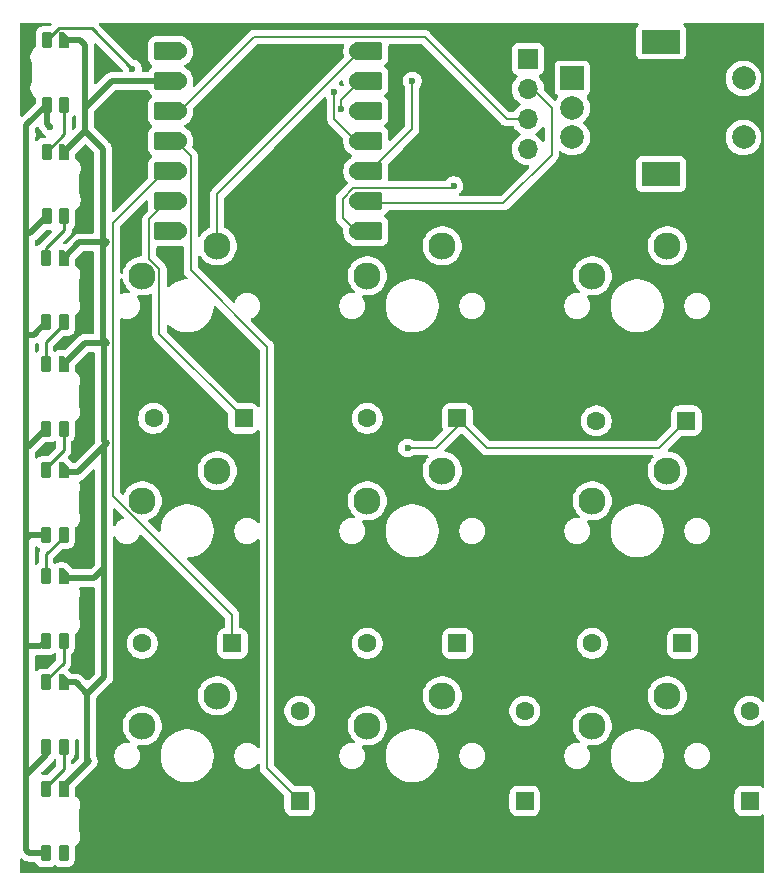
<source format=gbr>
%TF.GenerationSoftware,KiCad,Pcbnew,9.0.6*%
%TF.CreationDate,2025-12-02T21:56:05+08:00*%
%TF.ProjectId,Macropad,4d616372-6f70-4616-942e-6b696361645f,rev?*%
%TF.SameCoordinates,Original*%
%TF.FileFunction,Copper,L2,Bot*%
%TF.FilePolarity,Positive*%
%FSLAX46Y46*%
G04 Gerber Fmt 4.6, Leading zero omitted, Abs format (unit mm)*
G04 Created by KiCad (PCBNEW 9.0.6) date 2025-12-02 21:56:05*
%MOMM*%
%LPD*%
G01*
G04 APERTURE LIST*
G04 Aperture macros list*
%AMRoundRect*
0 Rectangle with rounded corners*
0 $1 Rounding radius*
0 $2 $3 $4 $5 $6 $7 $8 $9 X,Y pos of 4 corners*
0 Add a 4 corners polygon primitive as box body*
4,1,4,$2,$3,$4,$5,$6,$7,$8,$9,$2,$3,0*
0 Add four circle primitives for the rounded corners*
1,1,$1+$1,$2,$3*
1,1,$1+$1,$4,$5*
1,1,$1+$1,$6,$7*
1,1,$1+$1,$8,$9*
0 Add four rect primitives between the rounded corners*
20,1,$1+$1,$2,$3,$4,$5,0*
20,1,$1+$1,$4,$5,$6,$7,0*
20,1,$1+$1,$6,$7,$8,$9,0*
20,1,$1+$1,$8,$9,$2,$3,0*%
%AMFreePoly0*
4,1,18,-0.410000,0.593000,-0.403758,0.624380,-0.385983,0.650983,-0.359380,0.668758,-0.328000,0.675000,0.328000,0.675000,0.359380,0.668758,0.385983,0.650983,0.403758,0.624380,0.410000,0.593000,0.410000,-0.593000,0.403758,-0.624380,0.385983,-0.650983,0.359380,-0.668758,0.328000,-0.675000,0.000000,-0.675000,-0.410000,-0.265000,-0.410000,0.593000,-0.410000,0.593000,$1*%
G04 Aperture macros list end*
%TA.AperFunction,ComponentPad*%
%ADD10C,2.300000*%
%TD*%
%TA.AperFunction,ComponentPad*%
%ADD11R,2.000000X2.000000*%
%TD*%
%TA.AperFunction,ComponentPad*%
%ADD12C,2.000000*%
%TD*%
%TA.AperFunction,ComponentPad*%
%ADD13R,3.200000X2.000000*%
%TD*%
%TA.AperFunction,ComponentPad*%
%ADD14R,1.700000X1.700000*%
%TD*%
%TA.AperFunction,ComponentPad*%
%ADD15O,1.700000X1.700000*%
%TD*%
%TA.AperFunction,SMDPad,CuDef*%
%ADD16RoundRect,0.082000X0.328000X0.593000X-0.328000X0.593000X-0.328000X-0.593000X0.328000X-0.593000X0*%
%TD*%
%TA.AperFunction,SMDPad,CuDef*%
%ADD17FreePoly0,180.000000*%
%TD*%
%TA.AperFunction,ComponentPad*%
%ADD18RoundRect,0.250000X0.550000X0.550000X-0.550000X0.550000X-0.550000X-0.550000X0.550000X-0.550000X0*%
%TD*%
%TA.AperFunction,ComponentPad*%
%ADD19C,1.600000*%
%TD*%
%TA.AperFunction,ComponentPad*%
%ADD20RoundRect,0.250000X0.550000X-0.550000X0.550000X0.550000X-0.550000X0.550000X-0.550000X-0.550000X0*%
%TD*%
%TA.AperFunction,SMDPad,CuDef*%
%ADD21RoundRect,0.152400X-1.063600X-0.609600X1.063600X-0.609600X1.063600X0.609600X-1.063600X0.609600X0*%
%TD*%
%TA.AperFunction,ComponentPad*%
%ADD22C,1.524000*%
%TD*%
%TA.AperFunction,SMDPad,CuDef*%
%ADD23RoundRect,0.152400X1.063600X0.609600X-1.063600X0.609600X-1.063600X-0.609600X1.063600X-0.609600X0*%
%TD*%
%TA.AperFunction,ViaPad*%
%ADD24C,0.600000*%
%TD*%
%TA.AperFunction,Conductor*%
%ADD25C,0.500000*%
%TD*%
%TA.AperFunction,Conductor*%
%ADD26C,0.200000*%
%TD*%
%TA.AperFunction,Conductor*%
%ADD27C,0.250000*%
%TD*%
G04 APERTURE END LIST*
D10*
%TO.P,SW7,1,1*%
%TO.N,Net-(D10-A)*%
X91440000Y-102235000D03*
%TO.P,SW7,2,2*%
%TO.N,Column 2*%
X97790000Y-99695000D03*
%TD*%
%TO.P,SW4,1,1*%
%TO.N,Net-(D7-A)*%
X72390000Y-102235000D03*
%TO.P,SW4,2,2*%
%TO.N,Column 1*%
X78740000Y-99695000D03*
%TD*%
%TO.P,SW3,1,1*%
%TO.N,Net-(D5-A)*%
X53340000Y-140335000D03*
%TO.P,SW3,2,2*%
%TO.N,Column 0*%
X59690000Y-137795000D03*
%TD*%
%TO.P,SW2,1,1*%
%TO.N,Net-(D4-A)*%
X53340000Y-121285000D03*
%TO.P,SW2,2,2*%
%TO.N,Column 0*%
X59690000Y-118745000D03*
%TD*%
%TO.P,SW6,1,1*%
%TO.N,Net-(D9-A)*%
X72390000Y-140335000D03*
%TO.P,SW6,2,2*%
%TO.N,Column 1*%
X78740000Y-137795000D03*
%TD*%
%TO.P,SW9,1,1*%
%TO.N,Net-(D12-A)*%
X91440000Y-140335000D03*
%TO.P,SW9,2,2*%
%TO.N,Column 2*%
X97790000Y-137795000D03*
%TD*%
%TO.P,SW1,1,1*%
%TO.N,Net-(D3-A)*%
X53340000Y-102235000D03*
%TO.P,SW1,2,2*%
%TO.N,Column 0*%
X59690000Y-99695000D03*
%TD*%
%TO.P,SW5,1,1*%
%TO.N,Net-(D8-A)*%
X72390000Y-121285000D03*
%TO.P,SW5,2,2*%
%TO.N,Column 1*%
X78740000Y-118745000D03*
%TD*%
%TO.P,SW8,1,1*%
%TO.N,Net-(D11-A)*%
X91440000Y-121285000D03*
%TO.P,SW8,2,2*%
%TO.N,Column 2*%
X97790000Y-118745000D03*
%TD*%
D11*
%TO.P,SW11,A,A*%
%TO.N,EN1*%
X89750000Y-85500000D03*
D12*
%TO.P,SW11,B,B*%
%TO.N,EN2*%
X89750000Y-90500000D03*
%TO.P,SW11,C,C*%
%TO.N,GND*%
X89750000Y-88000000D03*
D13*
%TO.P,SW11,MP*%
%TO.N,N/C*%
X97250000Y-82400000D03*
X97250000Y-93600000D03*
D12*
%TO.P,SW11,S1,S1*%
%TO.N,unconnected-(SW11-PadS1)*%
X104250000Y-90500000D03*
%TO.P,SW11,S2,S2*%
%TO.N,unconnected-(SW11-PadS2)*%
X104250000Y-85500000D03*
%TD*%
D14*
%TO.P,J1,1,Pin_1*%
%TO.N,/SDA*%
X86000000Y-83880000D03*
D15*
%TO.P,J1,2,Pin_2*%
%TO.N,/SCL*%
X86000000Y-86420000D03*
%TO.P,J1,3,Pin_3*%
%TO.N,+3V3*%
X86000000Y-88960000D03*
%TO.P,J1,4,Pin_4*%
%TO.N,GND*%
X86000000Y-91500000D03*
%TD*%
D16*
%TO.P,LED2,1,VDD*%
%TO.N,+5V*%
X45250000Y-87725000D03*
%TO.P,LED2,2,DOUT*%
%TO.N,Net-(LED2-DOUT)*%
X46750000Y-87725000D03*
%TO.P,LED2,3,DIN*%
%TO.N,Net-(LED2-DIN)*%
X45250000Y-82275000D03*
D17*
%TO.P,LED2,4,VSS*%
%TO.N,GND*%
X46750000Y-82275000D03*
%TD*%
D16*
%TO.P,LED3,1,VDD*%
%TO.N,+5V*%
X45250000Y-97181335D03*
%TO.P,LED3,2,DOUT*%
%TO.N,Net-(LED3-DOUT)*%
X46750000Y-97181335D03*
%TO.P,LED3,3,DIN*%
%TO.N,Net-(LED2-DOUT)*%
X45250000Y-91731335D03*
D17*
%TO.P,LED3,4,VSS*%
%TO.N,GND*%
X46750000Y-91731335D03*
%TD*%
D18*
%TO.P,D4,1,K*%
%TO.N,Row 1*%
X60960000Y-133350000D03*
D19*
%TO.P,D4,2,A*%
%TO.N,Net-(D4-A)*%
X53340000Y-133350000D03*
%TD*%
D16*
%TO.P,LED7,1,VDD*%
%TO.N,+5V*%
X45193750Y-133118778D03*
%TO.P,LED7,2,DOUT*%
%TO.N,Net-(LED1-DIN)*%
X46693750Y-133118778D03*
%TO.P,LED7,3,DIN*%
%TO.N,Net-(LED6-DOUT)*%
X45193750Y-127668778D03*
D17*
%TO.P,LED7,4,VSS*%
%TO.N,GND*%
X46693750Y-127668778D03*
%TD*%
D16*
%TO.P,LED4,1,VDD*%
%TO.N,+5V*%
X45193750Y-106165696D03*
%TO.P,LED4,2,DOUT*%
%TO.N,Net-(LED4-DOUT)*%
X46693750Y-106165696D03*
%TO.P,LED4,3,DIN*%
%TO.N,Net-(LED3-DOUT)*%
X45193750Y-100715696D03*
D17*
%TO.P,LED4,4,VSS*%
%TO.N,GND*%
X46693750Y-100715696D03*
%TD*%
D16*
%TO.P,LED5,1,VDD*%
%TO.N,+5V*%
X45193750Y-115150056D03*
%TO.P,LED5,2,DOUT*%
%TO.N,Net-(LED5-DOUT)*%
X46693750Y-115150056D03*
%TO.P,LED5,3,DIN*%
%TO.N,Net-(LED4-DOUT)*%
X45193750Y-109700056D03*
D17*
%TO.P,LED5,4,VSS*%
%TO.N,GND*%
X46693750Y-109700056D03*
%TD*%
D16*
%TO.P,LED8,1,VDD*%
%TO.N,+5V*%
X45193750Y-151087500D03*
%TO.P,LED8,2,DOUT*%
%TO.N,unconnected-(LED8-DOUT-Pad2)*%
X46693750Y-151087500D03*
%TO.P,LED8,3,DIN*%
%TO.N,Net-(LED1-DOUT)*%
X45193750Y-145637500D03*
D17*
%TO.P,LED8,4,VSS*%
%TO.N,GND*%
X46693750Y-145637500D03*
%TD*%
D18*
%TO.P,D7,1,K*%
%TO.N,Row 0*%
X80010000Y-114300000D03*
D19*
%TO.P,D7,2,A*%
%TO.N,Net-(D7-A)*%
X72390000Y-114300000D03*
%TD*%
D18*
%TO.P,D8,1,K*%
%TO.N,Row 1*%
X80010000Y-133350000D03*
D19*
%TO.P,D8,2,A*%
%TO.N,Net-(D8-A)*%
X72390000Y-133350000D03*
%TD*%
D20*
%TO.P,D12,1,K*%
%TO.N,Row 2*%
X104775000Y-146685000D03*
D19*
%TO.P,D12,2,A*%
%TO.N,Net-(D12-A)*%
X104775000Y-139065000D03*
%TD*%
D21*
%TO.P,U1,1,GPIO26/ADC0/A0*%
%TO.N,Column 0*%
X72455000Y-83200000D03*
D22*
X71620000Y-83200000D03*
D21*
%TO.P,U1,2,GPIO27/ADC1/A1*%
%TO.N,Column 1*%
X72455000Y-85740000D03*
D22*
X71620000Y-85740000D03*
D21*
%TO.P,U1,3,GPIO28/ADC2/A2*%
%TO.N,Column 2*%
X72455000Y-88280000D03*
D22*
X71620000Y-88280000D03*
D21*
%TO.P,U1,4,GPIO29/ADC3/A3*%
%TO.N,EN1*%
X72455000Y-90820000D03*
D22*
X71620000Y-90820000D03*
D21*
%TO.P,U1,5,GPIO6/SDA*%
%TO.N,/SDA*%
X72455000Y-93360000D03*
D22*
X71620000Y-93360000D03*
D21*
%TO.P,U1,6,GPIO7/SCL*%
%TO.N,/SCL*%
X72455000Y-95900000D03*
D22*
X71620000Y-95900000D03*
D21*
%TO.P,U1,7,GPIO0/TX*%
%TO.N,EN2*%
X72455000Y-98440000D03*
D22*
X71620000Y-98440000D03*
%TO.P,U1,8,GPIO1/RX*%
%TO.N,Net-(LED2-DIN)*%
X56380000Y-98440000D03*
D23*
X55545000Y-98440000D03*
D22*
%TO.P,U1,9,GPIO2/SCK*%
%TO.N,Row 0*%
X56380000Y-95900000D03*
D23*
X55545000Y-95900000D03*
D22*
%TO.P,U1,10,GPIO4/MISO*%
%TO.N,Row 1*%
X56380000Y-93360000D03*
D23*
X55545000Y-93360000D03*
D22*
%TO.P,U1,11,GPIO3/MOSI*%
%TO.N,Row 2*%
X56380000Y-90820000D03*
D23*
X55545000Y-90820000D03*
D22*
%TO.P,U1,12,3V3*%
%TO.N,+3V3*%
X56380000Y-88280000D03*
D23*
X55545000Y-88280000D03*
D22*
%TO.P,U1,13,GND*%
%TO.N,GND*%
X56380000Y-85740000D03*
D23*
X55545000Y-85740000D03*
D22*
%TO.P,U1,14,VBUS*%
%TO.N,+5V*%
X56380000Y-83200000D03*
D23*
X55545000Y-83200000D03*
%TD*%
D20*
%TO.P,D9,1,K*%
%TO.N,Row 2*%
X85725000Y-146685000D03*
D19*
%TO.P,D9,2,A*%
%TO.N,Net-(D9-A)*%
X85725000Y-139065000D03*
%TD*%
D18*
%TO.P,D3,1,K*%
%TO.N,Row 0*%
X61912500Y-114300000D03*
D19*
%TO.P,D3,2,A*%
%TO.N,Net-(D3-A)*%
X54292500Y-114300000D03*
%TD*%
D16*
%TO.P,LED1,1,VDD*%
%TO.N,+5V*%
X45193750Y-142103139D03*
%TO.P,LED1,2,DOUT*%
%TO.N,Net-(LED1-DOUT)*%
X46693750Y-142103139D03*
%TO.P,LED1,3,DIN*%
%TO.N,Net-(LED1-DIN)*%
X45193750Y-136653139D03*
D17*
%TO.P,LED1,4,VSS*%
%TO.N,GND*%
X46693750Y-136653139D03*
%TD*%
D18*
%TO.P,D11,1,K*%
%TO.N,Row 1*%
X99060000Y-133350000D03*
D19*
%TO.P,D11,2,A*%
%TO.N,Net-(D11-A)*%
X91440000Y-133350000D03*
%TD*%
D18*
%TO.P,D10,1,K*%
%TO.N,Row 0*%
X99410000Y-114500000D03*
D19*
%TO.P,D10,2,A*%
%TO.N,Net-(D10-A)*%
X91790000Y-114500000D03*
%TD*%
D16*
%TO.P,LED6,1,VDD*%
%TO.N,+5V*%
X45193750Y-124134417D03*
%TO.P,LED6,2,DOUT*%
%TO.N,Net-(LED6-DOUT)*%
X46693750Y-124134417D03*
%TO.P,LED6,3,DIN*%
%TO.N,Net-(LED5-DOUT)*%
X45193750Y-118684417D03*
D17*
%TO.P,LED6,4,VSS*%
%TO.N,GND*%
X46693750Y-118684417D03*
%TD*%
D20*
%TO.P,D5,1,K*%
%TO.N,Row 2*%
X66675000Y-146685000D03*
D19*
%TO.P,D5,2,A*%
%TO.N,Net-(D5-A)*%
X66675000Y-139065000D03*
%TD*%
D24*
%TO.N,+5V*%
X43500000Y-90310000D03*
X45560000Y-89650000D03*
%TO.N,Row 0*%
X75800000Y-116800000D03*
%TO.N,/SDA*%
X76200000Y-85725000D03*
%TO.N,Column 1*%
X70200000Y-88100000D03*
%TO.N,EN1*%
X69600000Y-86700000D03*
%TO.N,EN2*%
X79700000Y-94600000D03*
%TO.N,Net-(LED2-DIN)*%
X52500000Y-84700000D03*
%TD*%
D25*
%TO.N,GND*%
X50760000Y-85740000D02*
X48500000Y-88000000D01*
X55545000Y-85740000D02*
X50760000Y-85740000D01*
X48500000Y-88000000D02*
X48500000Y-89981335D01*
X48500000Y-86000000D02*
X48500000Y-88000000D01*
X55280000Y-85920000D02*
X55200000Y-86000000D01*
X55545000Y-85920000D02*
X55280000Y-85920000D01*
D26*
%TO.N,/SCL*%
X86420000Y-86420000D02*
X86000000Y-86420000D01*
X88000000Y-92000000D02*
X88000000Y-88000000D01*
X72455000Y-96080000D02*
X83920000Y-96080000D01*
X83920000Y-96080000D02*
X88000000Y-92000000D01*
X88000000Y-88000000D02*
X86420000Y-86420000D01*
D25*
%TO.N,GND*%
X50000000Y-99717100D02*
X50317100Y-99400000D01*
X46693750Y-145406250D02*
X48800000Y-143300000D01*
X50317100Y-116400000D02*
X50100000Y-116182900D01*
X48700000Y-137600000D02*
X47753139Y-136653139D01*
X48500000Y-89981335D02*
X46750000Y-91731335D01*
X46847669Y-118838336D02*
X47878764Y-118838336D01*
X48800000Y-143300000D02*
X48700000Y-143200000D01*
X50100000Y-136200000D02*
X48700000Y-137600000D01*
X46693750Y-145637500D02*
X46693750Y-145406250D01*
X50000000Y-107582900D02*
X50000000Y-99717100D01*
X50317100Y-116400000D02*
X50100000Y-116617100D01*
X48500000Y-82700000D02*
X48075000Y-82275000D01*
X48500000Y-86000000D02*
X48500000Y-82700000D01*
X46850268Y-127825296D02*
X49291804Y-127825296D01*
X48493806Y-107900000D02*
X50317100Y-107900000D01*
X50000000Y-91481335D02*
X48500000Y-89981335D01*
X47878764Y-118838336D02*
X50317100Y-116400000D01*
X50317100Y-99400000D02*
X50000000Y-99082900D01*
X50317100Y-107900000D02*
X50000000Y-107582900D01*
X47753139Y-136653139D02*
X46693750Y-136653139D01*
X48075000Y-82275000D02*
X46750000Y-82275000D01*
X49291804Y-127808196D02*
X50100000Y-127000000D01*
X46693750Y-118684417D02*
X46847669Y-118838336D01*
X48700000Y-143200000D02*
X48700000Y-137600000D01*
X50000000Y-99082900D02*
X50000000Y-91481335D01*
X50100000Y-116182900D02*
X50100000Y-108117100D01*
X50100000Y-116617100D02*
X50100000Y-127000000D01*
X50100000Y-108117100D02*
X50317100Y-107900000D01*
X50100000Y-127000000D02*
X50100000Y-136200000D01*
X46693750Y-100715696D02*
X48009446Y-99400000D01*
X48009446Y-99400000D02*
X50317100Y-99400000D01*
X46693750Y-127668778D02*
X46850268Y-127825296D01*
X46693750Y-109700056D02*
X48493806Y-107900000D01*
X49291804Y-127825296D02*
X49291804Y-127808196D01*
%TO.N,+5V*%
X43500000Y-107200000D02*
X43500000Y-98600000D01*
X45193750Y-133118778D02*
X44712528Y-133600000D01*
X45250000Y-97181335D02*
X43831335Y-98600000D01*
X45250000Y-87725000D02*
X45250000Y-89340000D01*
X43865583Y-124134417D02*
X43500000Y-124500000D01*
X43500000Y-90310000D02*
X43500000Y-89475000D01*
X44712528Y-133600000D02*
X43500000Y-133600000D01*
X43500000Y-98600000D02*
X43500000Y-90310000D01*
X45193750Y-142103139D02*
X45193750Y-142806250D01*
X43643806Y-116700000D02*
X43500000Y-116700000D01*
X45250000Y-89340000D02*
X45560000Y-89650000D01*
X43500000Y-144500000D02*
X43500000Y-133600000D01*
X43500000Y-133600000D02*
X43500000Y-124500000D01*
X43787500Y-151087500D02*
X45193750Y-151087500D01*
X43500000Y-124500000D02*
X43500000Y-116700000D01*
X43831335Y-98600000D02*
X43500000Y-98600000D01*
X43500000Y-144500000D02*
X43500000Y-150800000D01*
X43500000Y-89475000D02*
X45250000Y-87725000D01*
X43500000Y-150800000D02*
X43787500Y-151087500D01*
X43500000Y-116700000D02*
X43500000Y-107200000D01*
X45193750Y-106165696D02*
X44159446Y-107200000D01*
X45193750Y-115150056D02*
X43643806Y-116700000D01*
X45193750Y-142806250D02*
X43500000Y-144500000D01*
X45193750Y-124134417D02*
X43865583Y-124134417D01*
X44159446Y-107200000D02*
X43500000Y-107200000D01*
D26*
%TO.N,Row 0*%
X53941024Y-97441346D02*
X53941024Y-100784000D01*
X82510000Y-116800000D02*
X97110000Y-116800000D01*
X78200000Y-116800000D02*
X80010000Y-114990000D01*
X55302370Y-96080000D02*
X53941024Y-97441346D01*
X75800000Y-116800000D02*
X78200000Y-116800000D01*
X53941024Y-100784000D02*
X54791000Y-101633976D01*
X54791000Y-107178500D02*
X61912500Y-114300000D01*
X80010000Y-114300000D02*
X82510000Y-116800000D01*
X97110000Y-116800000D02*
X99410000Y-114500000D01*
X80010000Y-114990000D02*
X80010000Y-114300000D01*
X56380000Y-96080000D02*
X55302370Y-96080000D01*
X54791000Y-101633976D02*
X54791000Y-107178500D01*
%TO.N,Row 1*%
X60960000Y-130957024D02*
X60960000Y-133350000D01*
X50868100Y-97731900D02*
X50868100Y-120865124D01*
X56380000Y-93540000D02*
X55060000Y-93540000D01*
X50868100Y-120865124D02*
X60960000Y-130957024D01*
X55060000Y-93540000D02*
X50868100Y-97731900D01*
%TO.N,Row 2*%
X57443000Y-92063000D02*
X57443000Y-101751811D01*
X56380000Y-91000000D02*
X57443000Y-92063000D01*
X57443000Y-101751811D02*
X63900000Y-108208811D01*
X63900000Y-108208811D02*
X63900000Y-143910000D01*
X63900000Y-143910000D02*
X66675000Y-146685000D01*
%TO.N,+3V3*%
X84200000Y-88960000D02*
X86000000Y-88960000D01*
X62840000Y-82000000D02*
X56380000Y-88460000D01*
X84200000Y-88960000D02*
X77240000Y-82000000D01*
X77240000Y-82000000D02*
X62840000Y-82000000D01*
%TO.N,/SDA*%
X76200000Y-85725000D02*
X76200000Y-89795000D01*
X76200000Y-89795000D02*
X72455000Y-93540000D01*
%TO.N,Column 0*%
X59690000Y-99695000D02*
X59690000Y-95310000D01*
X59690000Y-95310000D02*
X71620000Y-83380000D01*
%TO.N,Column 1*%
X70200000Y-87340000D02*
X71620000Y-85920000D01*
X70200000Y-88100000D02*
X70200000Y-87340000D01*
%TO.N,EN1*%
X69600000Y-86700000D02*
X69600000Y-88980000D01*
X69600000Y-88980000D02*
X71620000Y-91000000D01*
%TO.N,EN2*%
X70300000Y-97300000D02*
X71620000Y-98620000D01*
X79500000Y-94800000D02*
X71200000Y-94800000D01*
X71200000Y-94800000D02*
X70300000Y-95700000D01*
X70300000Y-95700000D02*
X70300000Y-97300000D01*
X79700000Y-94600000D02*
X79500000Y-94800000D01*
D25*
%TO.N,Net-(LED1-DIN)*%
X45193750Y-136478361D02*
X45193750Y-136653139D01*
D27*
X46693750Y-133118778D02*
X46693750Y-134978361D01*
X46693750Y-134978361D02*
X45193750Y-136478361D01*
%TO.N,Net-(LED1-DOUT)*%
X46693750Y-142103139D02*
X46693750Y-143962722D01*
D25*
X45193750Y-145462722D02*
X45193750Y-145637500D01*
D27*
X46693750Y-143962722D02*
X45193750Y-145462722D01*
%TO.N,Net-(LED2-DOUT)*%
X46750000Y-90231335D02*
X45250000Y-91731335D01*
X46750000Y-87725000D02*
X46750000Y-90231335D01*
%TO.N,Net-(LED2-DIN)*%
X45250000Y-82275000D02*
X46251000Y-81274000D01*
X46251000Y-81274000D02*
X49074000Y-81274000D01*
X49074000Y-81274000D02*
X52500000Y-84700000D01*
%TO.N,Net-(LED3-DOUT)*%
X46750000Y-98350000D02*
X45193750Y-99906250D01*
X45193750Y-99906250D02*
X45193750Y-100715696D01*
X46750000Y-97181335D02*
X46750000Y-98350000D01*
%TO.N,Net-(LED4-DOUT)*%
X45193750Y-109700056D02*
X45193750Y-107842742D01*
X45193750Y-107842742D02*
X46693750Y-106342742D01*
D25*
X46693750Y-106342742D02*
X46693750Y-106165696D01*
D27*
%TO.N,Net-(LED5-DOUT)*%
X46693750Y-115150056D02*
X46693750Y-117009639D01*
D25*
X45193750Y-118509639D02*
X45193750Y-118684417D01*
D27*
X46693750Y-117009639D02*
X45193750Y-118509639D01*
D25*
%TO.N,Net-(LED6-DOUT)*%
X46693750Y-124311463D02*
X46693750Y-124134417D01*
D27*
X45193750Y-127668778D02*
X45193750Y-125811463D01*
X45193750Y-125811463D02*
X46693750Y-124311463D01*
%TD*%
%TA.AperFunction,NonConductor*%
G36*
X49455703Y-82540739D02*
G01*
X49462177Y-82546767D01*
X50600038Y-83684629D01*
X51674205Y-84758796D01*
X51707690Y-84820119D01*
X51708141Y-84822285D01*
X51711925Y-84841308D01*
X51705698Y-84910900D01*
X51662835Y-84966077D01*
X51596946Y-84989322D01*
X51590308Y-84989500D01*
X50686076Y-84989500D01*
X50657242Y-84995234D01*
X50657243Y-84995235D01*
X50541093Y-85018339D01*
X50541083Y-85018342D01*
X50461081Y-85051479D01*
X50461082Y-85051480D01*
X50404506Y-85074915D01*
X50330297Y-85124500D01*
X50281582Y-85157049D01*
X50281579Y-85157052D01*
X49462181Y-85976451D01*
X49400858Y-86009936D01*
X49331166Y-86004952D01*
X49275233Y-85963080D01*
X49250816Y-85897616D01*
X49250500Y-85888770D01*
X49250500Y-82634452D01*
X49270185Y-82567413D01*
X49322989Y-82521658D01*
X49392147Y-82511714D01*
X49455703Y-82540739D01*
G37*
%TD.AperFunction*%
%TA.AperFunction,NonConductor*%
G36*
X70263398Y-85673954D02*
G01*
X70276834Y-85674915D01*
X70294560Y-85688185D01*
X70314703Y-85697384D01*
X70321985Y-85708715D01*
X70332767Y-85716787D01*
X70340504Y-85737532D01*
X70352477Y-85756162D01*
X70355628Y-85778080D01*
X70357184Y-85782251D01*
X70357500Y-85791097D01*
X70357500Y-85839361D01*
X70357499Y-85839361D01*
X70389271Y-86039960D01*
X70380316Y-86109253D01*
X70335320Y-86162705D01*
X70268568Y-86183344D01*
X70201255Y-86164619D01*
X70179117Y-86147038D01*
X70110292Y-86078213D01*
X70110288Y-86078210D01*
X70032544Y-86026263D01*
X69987739Y-85972651D01*
X69979032Y-85903326D01*
X70009186Y-85840298D01*
X70013717Y-85835517D01*
X70145821Y-85703413D01*
X70165257Y-85692801D01*
X70181989Y-85678303D01*
X70195319Y-85676386D01*
X70207142Y-85669931D01*
X70229228Y-85671510D01*
X70251147Y-85668359D01*
X70263398Y-85673954D01*
G37*
%TD.AperFunction*%
%TA.AperFunction,NonConductor*%
G36*
X45607586Y-80820185D02*
G01*
X45653341Y-80872989D01*
X45663285Y-80942147D01*
X45634260Y-81005703D01*
X45628227Y-81012182D01*
X45577226Y-81063182D01*
X45515903Y-81096666D01*
X45489546Y-81099500D01*
X44883821Y-81099500D01*
X44769945Y-81114491D01*
X44769937Y-81114493D01*
X44628237Y-81173187D01*
X44506556Y-81266556D01*
X44413187Y-81388237D01*
X44354493Y-81529936D01*
X44354492Y-81529938D01*
X44339500Y-81643822D01*
X44339500Y-82781428D01*
X44319815Y-82848467D01*
X44289898Y-82880628D01*
X44190144Y-82955440D01*
X44190143Y-82955441D01*
X44066305Y-83089631D01*
X44066300Y-83089637D01*
X43968802Y-83244022D01*
X43968802Y-83244023D01*
X43900859Y-83413513D01*
X43900857Y-83413523D01*
X43864719Y-83592505D01*
X43861579Y-83775086D01*
X43891539Y-83955203D01*
X43891542Y-83955216D01*
X43953613Y-84126936D01*
X43953615Y-84126939D01*
X43961025Y-84139656D01*
X43962066Y-84141441D01*
X43962123Y-84141540D01*
X43966240Y-84148620D01*
X43966309Y-84148870D01*
X43982555Y-84176679D01*
X43982691Y-84176912D01*
X43983362Y-84179644D01*
X43999496Y-84239252D01*
X43999493Y-84279598D01*
X43999500Y-84279703D01*
X43999500Y-85720693D01*
X43999499Y-85728584D01*
X43999493Y-85728608D01*
X43999495Y-85758542D01*
X43999495Y-85760769D01*
X43999412Y-85761050D01*
X43982564Y-85823301D01*
X43962780Y-85857166D01*
X43961927Y-85858875D01*
X43960901Y-85860637D01*
X43953648Y-85873084D01*
X43891581Y-86044792D01*
X43891577Y-86044808D01*
X43861619Y-86224918D01*
X43864759Y-86407492D01*
X43900894Y-86586465D01*
X43900897Y-86586476D01*
X43968837Y-86755957D01*
X43968837Y-86755958D01*
X44066332Y-86910338D01*
X44066334Y-86910341D01*
X44066337Y-86910345D01*
X44190172Y-87044531D01*
X44289896Y-87119319D01*
X44331719Y-87175288D01*
X44339500Y-87218521D01*
X44339500Y-87522769D01*
X44319815Y-87589808D01*
X44303181Y-87610450D01*
X43212181Y-88701450D01*
X43150858Y-88734935D01*
X43081166Y-88729951D01*
X43025233Y-88688079D01*
X43000816Y-88622615D01*
X43000500Y-88613769D01*
X43000500Y-80924500D01*
X43020185Y-80857461D01*
X43072989Y-80811706D01*
X43124500Y-80800500D01*
X45540547Y-80800500D01*
X45607586Y-80820185D01*
G37*
%TD.AperFunction*%
%TA.AperFunction,NonConductor*%
G36*
X47627650Y-88645719D02*
G01*
X47653297Y-88644192D01*
X47661854Y-88648997D01*
X47671626Y-88649934D01*
X47691814Y-88665822D01*
X47714218Y-88678403D01*
X47718820Y-88687074D01*
X47726532Y-88693144D01*
X47734926Y-88717424D01*
X47746971Y-88740120D01*
X47748715Y-88757308D01*
X47749362Y-88759178D01*
X47749039Y-88760503D01*
X47749500Y-88765036D01*
X47749500Y-89619105D01*
X47729815Y-89686144D01*
X47713181Y-89706786D01*
X47587181Y-89832786D01*
X47525858Y-89866271D01*
X47456166Y-89861287D01*
X47400233Y-89819415D01*
X47375816Y-89753951D01*
X47375500Y-89745105D01*
X47375500Y-88885094D01*
X47384547Y-88854282D01*
X47392134Y-88823057D01*
X47394512Y-88820346D01*
X47395185Y-88818055D01*
X47413961Y-88795322D01*
X47418756Y-88790752D01*
X47493444Y-88733444D01*
X47532989Y-88681906D01*
X47539961Y-88675264D01*
X47562799Y-88663499D01*
X47583551Y-88648347D01*
X47593350Y-88647763D01*
X47602075Y-88643269D01*
X47627650Y-88645719D01*
G37*
%TD.AperFunction*%
%TA.AperFunction,NonConductor*%
G36*
X44500825Y-89624766D02*
G01*
X44513228Y-89625653D01*
X44531763Y-89639528D01*
X44552662Y-89649501D01*
X44565394Y-89664705D01*
X44569161Y-89667525D01*
X44572146Y-89672768D01*
X44575322Y-89676560D01*
X44580611Y-89685103D01*
X44584916Y-89695495D01*
X44612742Y-89737139D01*
X44613925Y-89738910D01*
X44613934Y-89738924D01*
X44667045Y-89818413D01*
X44813928Y-89965295D01*
X44840808Y-90005524D01*
X44850607Y-90029182D01*
X44938210Y-90160288D01*
X44938213Y-90160292D01*
X45049707Y-90271786D01*
X45049711Y-90271789D01*
X45134933Y-90328733D01*
X45179738Y-90382345D01*
X45188445Y-90451670D01*
X45158291Y-90514698D01*
X45098848Y-90551417D01*
X45066043Y-90555835D01*
X44883821Y-90555835D01*
X44769945Y-90570826D01*
X44769937Y-90570828D01*
X44628237Y-90629522D01*
X44506556Y-90722891D01*
X44472876Y-90766784D01*
X44448662Y-90784464D01*
X44426011Y-90804092D01*
X44420745Y-90804849D01*
X44416448Y-90807987D01*
X44386524Y-90809769D01*
X44356853Y-90814036D01*
X44352012Y-90811825D01*
X44346702Y-90812142D01*
X44320566Y-90797464D01*
X44293297Y-90785011D01*
X44290420Y-90780534D01*
X44285782Y-90777930D01*
X44271731Y-90751454D01*
X44255523Y-90726233D01*
X44254473Y-90718934D01*
X44253029Y-90716212D01*
X44250500Y-90691298D01*
X44250500Y-90614604D01*
X44259939Y-90567151D01*
X44262749Y-90560367D01*
X44269737Y-90543497D01*
X44300500Y-90388842D01*
X44300500Y-90231158D01*
X44300500Y-90231155D01*
X44300499Y-90231153D01*
X44269739Y-90076511D01*
X44269738Y-90076508D01*
X44269737Y-90076503D01*
X44259937Y-90052844D01*
X44250500Y-90005396D01*
X44250500Y-89837229D01*
X44270185Y-89770190D01*
X44286815Y-89749552D01*
X44382214Y-89654153D01*
X44402533Y-89643058D01*
X44420287Y-89628190D01*
X44432623Y-89626627D01*
X44443536Y-89620669D01*
X44466630Y-89622320D01*
X44489603Y-89619411D01*
X44500825Y-89624766D01*
G37*
%TD.AperFunction*%
%TA.AperFunction,NonConductor*%
G36*
X87346945Y-89603206D02*
G01*
X87390397Y-89657921D01*
X87399500Y-89704555D01*
X87399500Y-90755444D01*
X87379815Y-90822483D01*
X87327011Y-90868238D01*
X87257853Y-90878182D01*
X87194297Y-90849157D01*
X87165016Y-90811740D01*
X87155050Y-90792182D01*
X87030109Y-90620213D01*
X86879786Y-90469890D01*
X86707820Y-90344951D01*
X86707115Y-90344591D01*
X86699054Y-90340485D01*
X86648259Y-90292512D01*
X86631463Y-90224692D01*
X86653999Y-90158556D01*
X86699054Y-90119515D01*
X86707816Y-90115051D01*
X86793433Y-90052847D01*
X86879786Y-89990109D01*
X86879788Y-89990106D01*
X86879792Y-89990104D01*
X87030104Y-89839792D01*
X87030106Y-89839788D01*
X87030109Y-89839786D01*
X87138637Y-89690408D01*
X87155051Y-89667816D01*
X87165015Y-89648261D01*
X87212989Y-89597464D01*
X87280810Y-89580669D01*
X87346945Y-89603206D01*
G37*
%TD.AperFunction*%
%TA.AperFunction,NonConductor*%
G36*
X77006942Y-82620185D02*
G01*
X77027584Y-82636819D01*
X83715139Y-89324374D01*
X83715149Y-89324385D01*
X83719479Y-89328715D01*
X83719480Y-89328716D01*
X83831284Y-89440520D01*
X83831286Y-89440521D01*
X83831290Y-89440524D01*
X83924500Y-89494338D01*
X83968216Y-89519577D01*
X84077715Y-89548917D01*
X84120942Y-89560500D01*
X84120943Y-89560500D01*
X84714281Y-89560500D01*
X84781320Y-89580185D01*
X84824765Y-89628205D01*
X84844947Y-89667814D01*
X84844948Y-89667815D01*
X84969890Y-89839786D01*
X85120213Y-89990109D01*
X85292182Y-90115050D01*
X85300946Y-90119516D01*
X85351742Y-90167491D01*
X85368536Y-90235312D01*
X85345998Y-90301447D01*
X85300946Y-90340484D01*
X85292182Y-90344949D01*
X85120213Y-90469890D01*
X84969890Y-90620213D01*
X84844951Y-90792179D01*
X84748444Y-90981585D01*
X84682753Y-91183760D01*
X84649500Y-91393713D01*
X84649500Y-91606286D01*
X84677485Y-91782981D01*
X84682754Y-91816243D01*
X84747635Y-92015926D01*
X84748444Y-92018414D01*
X84844951Y-92207820D01*
X84969890Y-92379786D01*
X85120213Y-92530109D01*
X85292179Y-92655048D01*
X85292181Y-92655049D01*
X85292184Y-92655051D01*
X85481588Y-92751557D01*
X85683757Y-92817246D01*
X85893713Y-92850500D01*
X85893714Y-92850500D01*
X86000902Y-92850500D01*
X86067941Y-92870185D01*
X86113696Y-92922989D01*
X86123640Y-92992147D01*
X86094615Y-93055703D01*
X86088583Y-93062181D01*
X83707584Y-95443181D01*
X83646261Y-95476666D01*
X83619903Y-95479500D01*
X80233371Y-95479500D01*
X80166332Y-95459815D01*
X80120577Y-95407011D01*
X80110633Y-95337853D01*
X80139658Y-95274297D01*
X80164480Y-95252398D01*
X80196589Y-95230943D01*
X80210289Y-95221789D01*
X80321789Y-95110289D01*
X80409394Y-94979179D01*
X80469737Y-94833497D01*
X80500500Y-94678842D01*
X80500500Y-94521158D01*
X80500500Y-94521155D01*
X80500499Y-94521153D01*
X80474506Y-94390480D01*
X80469737Y-94366503D01*
X80451710Y-94322981D01*
X80409397Y-94220827D01*
X80409390Y-94220814D01*
X80321789Y-94089711D01*
X80321786Y-94089707D01*
X80210292Y-93978213D01*
X80210288Y-93978210D01*
X80079185Y-93890609D01*
X80079172Y-93890602D01*
X79933501Y-93830264D01*
X79933489Y-93830261D01*
X79778845Y-93799500D01*
X79778842Y-93799500D01*
X79621158Y-93799500D01*
X79621155Y-93799500D01*
X79466510Y-93830261D01*
X79466498Y-93830264D01*
X79320827Y-93890602D01*
X79320814Y-93890609D01*
X79189711Y-93978210D01*
X79189707Y-93978213D01*
X79078213Y-94089707D01*
X79078207Y-94089715D01*
X79041675Y-94144390D01*
X78988063Y-94189196D01*
X78938573Y-94199500D01*
X74292738Y-94199500D01*
X74225699Y-94179815D01*
X74179944Y-94127011D01*
X74169120Y-94065770D01*
X74171500Y-94035534D01*
X74171500Y-92724097D01*
X74191185Y-92657058D01*
X74207819Y-92636416D01*
X75373584Y-91470651D01*
X76680520Y-90163716D01*
X76759577Y-90026785D01*
X76800501Y-89874057D01*
X76800501Y-89715942D01*
X76800501Y-89708347D01*
X76800500Y-89708329D01*
X76800500Y-86304765D01*
X76820185Y-86237726D01*
X76821398Y-86235874D01*
X76839980Y-86208065D01*
X76909394Y-86104179D01*
X76969737Y-85958497D01*
X77000500Y-85803842D01*
X77000500Y-85646158D01*
X77000500Y-85646155D01*
X77000499Y-85646153D01*
X76969738Y-85491510D01*
X76969737Y-85491503D01*
X76942884Y-85426673D01*
X76909397Y-85345827D01*
X76909390Y-85345814D01*
X76821789Y-85214711D01*
X76821786Y-85214707D01*
X76710292Y-85103213D01*
X76710288Y-85103210D01*
X76579185Y-85015609D01*
X76579172Y-85015602D01*
X76433501Y-84955264D01*
X76433489Y-84955261D01*
X76278845Y-84924500D01*
X76278842Y-84924500D01*
X76121158Y-84924500D01*
X76121155Y-84924500D01*
X75966510Y-84955261D01*
X75966498Y-84955264D01*
X75820827Y-85015602D01*
X75820814Y-85015609D01*
X75689711Y-85103210D01*
X75689707Y-85103213D01*
X75578213Y-85214707D01*
X75578210Y-85214711D01*
X75490609Y-85345814D01*
X75490602Y-85345827D01*
X75430264Y-85491498D01*
X75430261Y-85491510D01*
X75399500Y-85646153D01*
X75399500Y-85803846D01*
X75430261Y-85958489D01*
X75430264Y-85958501D01*
X75490602Y-86104172D01*
X75490609Y-86104185D01*
X75578602Y-86235874D01*
X75599480Y-86302551D01*
X75599500Y-86304765D01*
X75599500Y-89494902D01*
X75579815Y-89561941D01*
X75563181Y-89582583D01*
X74383181Y-90762583D01*
X74321858Y-90796068D01*
X74252166Y-90791084D01*
X74196233Y-90749212D01*
X74171816Y-90683748D01*
X74171500Y-90674902D01*
X74171500Y-90144473D01*
X74171499Y-90144458D01*
X74168587Y-90107453D01*
X74168586Y-90107447D01*
X74122565Y-89949045D01*
X74122564Y-89949042D01*
X74122564Y-89949041D01*
X74038592Y-89807053D01*
X74038590Y-89807051D01*
X74038587Y-89807047D01*
X73921952Y-89690412D01*
X73921944Y-89690406D01*
X73883746Y-89667816D01*
X73865003Y-89656731D01*
X73817321Y-89605663D01*
X73804817Y-89536921D01*
X73831462Y-89472332D01*
X73865004Y-89443268D01*
X73869651Y-89440520D01*
X73921947Y-89409592D01*
X74038592Y-89292947D01*
X74122564Y-89150959D01*
X74168587Y-88992548D01*
X74171500Y-88955534D01*
X74171500Y-87604466D01*
X74168587Y-87567452D01*
X74155605Y-87522769D01*
X74122565Y-87409045D01*
X74122564Y-87409042D01*
X74122564Y-87409041D01*
X74038592Y-87267053D01*
X74038590Y-87267051D01*
X74038587Y-87267047D01*
X73921952Y-87150412D01*
X73921944Y-87150406D01*
X73866881Y-87117842D01*
X73865003Y-87116731D01*
X73817321Y-87065663D01*
X73804817Y-86996921D01*
X73831462Y-86932332D01*
X73865004Y-86903268D01*
X73921947Y-86869592D01*
X74038592Y-86752947D01*
X74122564Y-86610959D01*
X74168587Y-86452548D01*
X74171500Y-86415534D01*
X74171500Y-85064466D01*
X74168587Y-85027452D01*
X74165940Y-85018342D01*
X74122565Y-84869045D01*
X74122564Y-84869041D01*
X74038592Y-84727053D01*
X74038590Y-84727051D01*
X74038587Y-84727047D01*
X73921952Y-84610412D01*
X73921944Y-84610406D01*
X73865004Y-84576732D01*
X73817321Y-84525663D01*
X73804817Y-84456921D01*
X73831462Y-84392332D01*
X73865004Y-84363268D01*
X73921947Y-84329592D01*
X74038592Y-84212947D01*
X74122564Y-84070959D01*
X74168587Y-83912548D01*
X74171500Y-83875534D01*
X74171500Y-82724500D01*
X74191185Y-82657461D01*
X74243989Y-82611706D01*
X74295500Y-82600500D01*
X76939903Y-82600500D01*
X77006942Y-82620185D01*
G37*
%TD.AperFunction*%
%TA.AperFunction,NonConductor*%
G36*
X53816376Y-86510185D02*
G01*
X53862131Y-86562989D01*
X53868413Y-86579904D01*
X53877434Y-86610956D01*
X53877435Y-86610957D01*
X53961405Y-86752943D01*
X53961412Y-86752952D01*
X54078047Y-86869587D01*
X54078050Y-86869589D01*
X54078053Y-86869592D01*
X54134996Y-86903268D01*
X54182679Y-86954338D01*
X54195182Y-87023079D01*
X54168536Y-87087669D01*
X54134996Y-87116731D01*
X54133119Y-87117842D01*
X54078053Y-87150408D01*
X54078047Y-87150412D01*
X53961412Y-87267047D01*
X53961405Y-87267056D01*
X53877435Y-87409042D01*
X53877434Y-87409045D01*
X53831413Y-87567447D01*
X53831412Y-87567453D01*
X53828500Y-87604458D01*
X53828500Y-88955541D01*
X53831412Y-88992546D01*
X53831413Y-88992552D01*
X53877434Y-89150954D01*
X53877435Y-89150957D01*
X53961405Y-89292943D01*
X53961412Y-89292952D01*
X54078047Y-89409587D01*
X54078050Y-89409589D01*
X54078053Y-89409592D01*
X54130351Y-89440521D01*
X54134996Y-89443268D01*
X54182679Y-89494338D01*
X54195182Y-89563079D01*
X54168536Y-89627669D01*
X54134996Y-89656731D01*
X54101469Y-89676560D01*
X54078053Y-89690408D01*
X54078047Y-89690412D01*
X53961412Y-89807047D01*
X53961405Y-89807056D01*
X53877435Y-89949042D01*
X53877434Y-89949045D01*
X53831413Y-90107447D01*
X53831412Y-90107453D01*
X53828500Y-90144458D01*
X53828500Y-91495541D01*
X53831412Y-91532546D01*
X53831413Y-91532552D01*
X53877434Y-91690954D01*
X53877435Y-91690957D01*
X53877436Y-91690959D01*
X53879404Y-91694286D01*
X53961405Y-91832943D01*
X53961412Y-91832952D01*
X54078047Y-91949587D01*
X54078050Y-91949589D01*
X54078053Y-91949592D01*
X54134996Y-91983268D01*
X54182679Y-92034338D01*
X54195182Y-92103079D01*
X54168536Y-92167669D01*
X54134996Y-92196732D01*
X54078053Y-92230408D01*
X54078047Y-92230412D01*
X53961412Y-92347047D01*
X53961405Y-92347056D01*
X53877435Y-92489042D01*
X53877434Y-92489045D01*
X53831413Y-92647447D01*
X53831412Y-92647453D01*
X53828500Y-92684458D01*
X53828500Y-93870903D01*
X53808815Y-93937942D01*
X53792181Y-93958584D01*
X50962181Y-96788584D01*
X50900858Y-96822069D01*
X50831166Y-96817085D01*
X50775233Y-96775213D01*
X50750816Y-96709749D01*
X50750500Y-96700903D01*
X50750500Y-91407414D01*
X50721659Y-91262427D01*
X50721658Y-91262426D01*
X50721658Y-91262422D01*
X50714252Y-91244543D01*
X50665087Y-91125846D01*
X50665080Y-91125833D01*
X50582952Y-91002920D01*
X50554296Y-90974264D01*
X50478416Y-90898384D01*
X49908765Y-90328733D01*
X49286819Y-89706786D01*
X49253334Y-89645463D01*
X49250500Y-89619105D01*
X49250500Y-88362229D01*
X49270185Y-88295190D01*
X49286819Y-88274548D01*
X51034548Y-86526819D01*
X51095871Y-86493334D01*
X51122229Y-86490500D01*
X53749337Y-86490500D01*
X53816376Y-86510185D01*
G37*
%TD.AperFunction*%
%TA.AperFunction,NonConductor*%
G36*
X70343633Y-82608424D02*
G01*
X70371357Y-82613222D01*
X70376713Y-82618137D01*
X70383685Y-82620185D01*
X70402102Y-82641439D01*
X70422833Y-82660466D01*
X70424681Y-82667496D01*
X70429440Y-82672989D01*
X70433443Y-82700833D01*
X70440595Y-82728040D01*
X70438825Y-82738264D01*
X70439384Y-82742147D01*
X70434577Y-82762818D01*
X70388587Y-82904362D01*
X70357500Y-83100639D01*
X70357500Y-83299360D01*
X70388587Y-83495639D01*
X70430470Y-83624544D01*
X70432465Y-83694385D01*
X70400220Y-83750542D01*
X59321286Y-94829478D01*
X59209481Y-94941282D01*
X59209479Y-94941285D01*
X59173910Y-95002894D01*
X59173909Y-95002896D01*
X59130423Y-95078214D01*
X59130423Y-95078215D01*
X59089499Y-95230943D01*
X59089499Y-95230945D01*
X59089499Y-95399046D01*
X59089500Y-95399059D01*
X59089500Y-98072583D01*
X59069815Y-98139622D01*
X59021796Y-98183066D01*
X58842565Y-98274390D01*
X58824945Y-98283368D01*
X58614774Y-98436066D01*
X58614768Y-98436071D01*
X58431071Y-98619768D01*
X58431066Y-98619774D01*
X58278368Y-98829945D01*
X58277985Y-98830697D01*
X58277762Y-98830932D01*
X58275821Y-98834101D01*
X58275155Y-98833693D01*
X58230010Y-98881493D01*
X58162189Y-98898288D01*
X58096054Y-98875750D01*
X58052603Y-98821035D01*
X58043500Y-98774402D01*
X58043500Y-92152059D01*
X58043501Y-92152046D01*
X58043501Y-91983945D01*
X58043501Y-91983943D01*
X58002577Y-91831215D01*
X57966204Y-91768216D01*
X57966204Y-91768215D01*
X57923522Y-91694287D01*
X57923521Y-91694286D01*
X57923520Y-91694284D01*
X57811716Y-91582480D01*
X57811715Y-91582479D01*
X57807385Y-91578149D01*
X57807374Y-91578139D01*
X57599778Y-91370543D01*
X57566293Y-91309220D01*
X57569527Y-91244546D01*
X57611413Y-91115636D01*
X57642500Y-90919361D01*
X57642500Y-90720639D01*
X57611413Y-90524364D01*
X57565125Y-90381902D01*
X57550006Y-90335370D01*
X57550005Y-90335367D01*
X57496906Y-90231155D01*
X57459787Y-90158306D01*
X57342981Y-89997536D01*
X57202464Y-89857019D01*
X57150706Y-89819415D01*
X57122938Y-89799240D01*
X57116175Y-89793960D01*
X57112000Y-89790461D01*
X57011947Y-89690408D01*
X56946259Y-89651560D01*
X56938477Y-89645038D01*
X56924510Y-89624073D01*
X56907321Y-89605663D01*
X56905471Y-89595492D01*
X56899740Y-89586890D01*
X56899324Y-89561702D01*
X56894817Y-89536921D01*
X56898758Y-89527366D01*
X56898588Y-89517030D01*
X56911856Y-89495616D01*
X56921462Y-89472332D01*
X56931874Y-89463309D01*
X56935389Y-89457638D01*
X56942127Y-89454425D01*
X56955004Y-89443268D01*
X56959651Y-89440520D01*
X57011947Y-89409592D01*
X57108148Y-89313389D01*
X57122939Y-89300758D01*
X57130881Y-89294988D01*
X57202464Y-89242981D01*
X57342981Y-89102464D01*
X57459787Y-88941694D01*
X57550005Y-88764632D01*
X57611413Y-88575636D01*
X57642500Y-88379361D01*
X57642500Y-88180639D01*
X57634074Y-88127443D01*
X57643028Y-88058154D01*
X57668863Y-88020370D01*
X63052417Y-82636819D01*
X63113740Y-82603334D01*
X63140098Y-82600500D01*
X70316646Y-82600500D01*
X70343633Y-82608424D01*
G37*
%TD.AperFunction*%
%TA.AperFunction,NonConductor*%
G36*
X48543334Y-91101882D02*
G01*
X48587681Y-91130383D01*
X49213181Y-91755883D01*
X49246666Y-91817206D01*
X49249500Y-91843564D01*
X49249500Y-98525500D01*
X49229815Y-98592539D01*
X49177011Y-98638294D01*
X49125500Y-98649500D01*
X47935526Y-98649500D01*
X47790538Y-98678340D01*
X47790528Y-98678343D01*
X47653957Y-98734912D01*
X47653944Y-98734919D01*
X47531030Y-98817048D01*
X47531026Y-98817051D01*
X46842634Y-99505443D01*
X46840493Y-99506612D01*
X46839243Y-99508708D01*
X46809988Y-99523268D01*
X46781311Y-99538928D01*
X46778199Y-99539091D01*
X46776693Y-99539841D01*
X46751652Y-99540484D01*
X46741418Y-99541021D01*
X46740443Y-99540913D01*
X46734727Y-99540196D01*
X46733905Y-99540196D01*
X46729916Y-99539758D01*
X46700237Y-99527385D01*
X46670011Y-99516412D01*
X46668193Y-99514027D01*
X46665426Y-99512874D01*
X46647146Y-99486418D01*
X46627653Y-99460847D01*
X46627412Y-99457858D01*
X46625708Y-99455391D01*
X46624633Y-99423251D01*
X46622059Y-99391201D01*
X46623473Y-99388556D01*
X46623373Y-99385560D01*
X46639840Y-99357947D01*
X46655006Y-99329588D01*
X46655642Y-99328946D01*
X47148729Y-98835860D01*
X47148733Y-98835858D01*
X47235858Y-98748733D01*
X47266584Y-98702746D01*
X47287254Y-98671813D01*
X47287256Y-98671810D01*
X47304310Y-98646288D01*
X47304310Y-98646287D01*
X47304312Y-98646285D01*
X47351463Y-98532451D01*
X47375500Y-98411607D01*
X47375500Y-98341429D01*
X47395185Y-98274390D01*
X47424012Y-98243054D01*
X47493444Y-98189779D01*
X47586812Y-98068098D01*
X47645507Y-97926398D01*
X47660500Y-97812512D01*
X47660499Y-96674847D01*
X47680184Y-96607809D01*
X47710102Y-96575645D01*
X47809834Y-96500854D01*
X47857952Y-96448716D01*
X47933663Y-96366679D01*
X47933664Y-96366677D01*
X47933670Y-96366671D01*
X48031170Y-96212289D01*
X48099114Y-96042808D01*
X48135257Y-95863828D01*
X48138405Y-95681262D01*
X48108453Y-95501142D01*
X48108451Y-95501138D01*
X48108451Y-95501135D01*
X48046390Y-95329417D01*
X48037998Y-95315014D01*
X48037932Y-95314901D01*
X48033754Y-95307713D01*
X48033679Y-95307437D01*
X48017374Y-95279533D01*
X48017293Y-95279392D01*
X48016545Y-95276350D01*
X48000500Y-95217077D01*
X48000501Y-95184908D01*
X48000499Y-95184903D01*
X48000500Y-95177324D01*
X48000499Y-95177290D01*
X48000499Y-93695606D01*
X48004720Y-93679966D01*
X48004104Y-93665923D01*
X48011060Y-93648738D01*
X48011157Y-93647395D01*
X48014210Y-93640959D01*
X48017332Y-93633247D01*
X48017343Y-93633207D01*
X48020188Y-93628324D01*
X48020200Y-93628305D01*
X48020205Y-93628308D01*
X48020216Y-93628298D01*
X48020274Y-93628175D01*
X48033669Y-93605257D01*
X48033670Y-93605251D01*
X48037589Y-93598547D01*
X48037896Y-93597928D01*
X48046449Y-93583250D01*
X48108502Y-93411523D01*
X48138447Y-93231401D01*
X48135292Y-93048833D01*
X48099143Y-92869853D01*
X48099141Y-92869849D01*
X48099140Y-92869844D01*
X48031196Y-92700376D01*
X48031193Y-92700371D01*
X48029889Y-92698306D01*
X47933689Y-92545991D01*
X47809851Y-92411809D01*
X47752388Y-92368716D01*
X47710104Y-92337006D01*
X47668281Y-92281037D01*
X47660500Y-92237803D01*
X47660500Y-91933564D01*
X47680185Y-91866525D01*
X47696819Y-91845883D01*
X48412319Y-91130383D01*
X48473642Y-91096898D01*
X48543334Y-91101882D01*
G37*
%TD.AperFunction*%
%TA.AperFunction,NonConductor*%
G36*
X45626252Y-98376519D02*
G01*
X45672007Y-98429323D01*
X45681951Y-98498481D01*
X45652926Y-98562037D01*
X45646894Y-98568515D01*
X44795020Y-99420389D01*
X44795017Y-99420392D01*
X44762466Y-99452943D01*
X44707892Y-99507516D01*
X44686059Y-99540193D01*
X44686044Y-99540215D01*
X44682513Y-99545497D01*
X44628891Y-99590291D01*
X44626882Y-99591144D01*
X44571992Y-99613882D01*
X44571985Y-99613885D01*
X44449985Y-99707498D01*
X44384816Y-99732691D01*
X44316371Y-99718652D01*
X44266382Y-99669837D01*
X44250500Y-99609121D01*
X44250500Y-99288821D01*
X44270185Y-99221782D01*
X44305616Y-99185714D01*
X44309751Y-99182952D01*
X45099548Y-98393152D01*
X45160871Y-98359668D01*
X45187229Y-98356834D01*
X45559213Y-98356834D01*
X45626252Y-98376519D01*
G37*
%TD.AperFunction*%
%TA.AperFunction,NonConductor*%
G36*
X53747834Y-95803915D02*
G01*
X53803767Y-95845787D01*
X53828184Y-95911251D01*
X53828500Y-95920097D01*
X53828500Y-96575541D01*
X53831412Y-96612546D01*
X53832551Y-96618778D01*
X53831005Y-96619060D01*
X53830829Y-96681091D01*
X53799633Y-96733500D01*
X53572310Y-96960824D01*
X53460505Y-97072628D01*
X53460503Y-97072630D01*
X53449129Y-97092332D01*
X53426566Y-97131413D01*
X53381447Y-97209561D01*
X53340523Y-97362289D01*
X53340523Y-97362291D01*
X53340523Y-97530392D01*
X53340524Y-97530405D01*
X53340524Y-100460500D01*
X53320839Y-100527539D01*
X53268035Y-100573294D01*
X53216524Y-100584500D01*
X53210098Y-100584500D01*
X52953506Y-100625140D01*
X52706423Y-100705422D01*
X52474945Y-100823368D01*
X52264774Y-100976066D01*
X52264768Y-100976071D01*
X52081071Y-101159768D01*
X52081066Y-101159774D01*
X51928368Y-101369945D01*
X51810422Y-101601423D01*
X51730139Y-101848506D01*
X51715073Y-101943635D01*
X51685144Y-102006770D01*
X51625832Y-102043701D01*
X51555970Y-102042703D01*
X51497737Y-102004093D01*
X51469623Y-101940130D01*
X51468600Y-101924237D01*
X51468600Y-98031997D01*
X51488285Y-97964958D01*
X51504919Y-97944316D01*
X53616819Y-95832416D01*
X53678142Y-95798931D01*
X53747834Y-95803915D01*
G37*
%TD.AperFunction*%
%TA.AperFunction,NonConductor*%
G36*
X56777147Y-99714169D02*
G01*
X56826904Y-99763219D01*
X56842500Y-99823423D01*
X56842500Y-101665141D01*
X56842499Y-101665159D01*
X56842499Y-101830865D01*
X56842498Y-101830865D01*
X56842499Y-101830868D01*
X56883423Y-101983596D01*
X56908860Y-102027654D01*
X56908860Y-102027655D01*
X56962475Y-102120520D01*
X56962481Y-102120528D01*
X57081349Y-102239396D01*
X57081355Y-102239401D01*
X57160873Y-102318919D01*
X57194358Y-102380242D01*
X57189374Y-102449934D01*
X57147502Y-102505867D01*
X57082038Y-102530284D01*
X57073192Y-102530600D01*
X57002894Y-102530600D01*
X57002888Y-102530600D01*
X57002883Y-102530601D01*
X56711203Y-102569001D01*
X56427005Y-102645152D01*
X56155205Y-102757734D01*
X56155189Y-102757742D01*
X55900410Y-102904840D01*
X55900394Y-102904851D01*
X55666990Y-103083948D01*
X55666983Y-103083954D01*
X55603181Y-103147757D01*
X55541858Y-103181242D01*
X55472166Y-103176258D01*
X55416233Y-103134386D01*
X55391816Y-103068922D01*
X55391500Y-103060076D01*
X55391500Y-101723036D01*
X55391501Y-101723023D01*
X55391501Y-101554920D01*
X55387341Y-101539395D01*
X55350577Y-101402192D01*
X55331962Y-101369949D01*
X55271524Y-101265266D01*
X55271518Y-101265258D01*
X54577843Y-100571583D01*
X54544358Y-100510260D01*
X54541524Y-100483902D01*
X54541524Y-99826500D01*
X54561209Y-99759461D01*
X54614013Y-99713706D01*
X54665524Y-99702500D01*
X56674526Y-99702500D01*
X56674534Y-99702500D01*
X56708772Y-99699805D01*
X56777147Y-99714169D01*
G37*
%TD.AperFunction*%
%TA.AperFunction,NonConductor*%
G36*
X51600405Y-102424439D02*
G01*
X51610247Y-102423024D01*
X51633509Y-102433647D01*
X51658143Y-102440500D01*
X51664759Y-102447918D01*
X51673803Y-102452049D01*
X51687628Y-102473562D01*
X51704647Y-102492645D01*
X51709055Y-102506904D01*
X51711577Y-102510827D01*
X51715073Y-102526364D01*
X51730140Y-102621493D01*
X51810422Y-102868576D01*
X51928368Y-103100054D01*
X52081066Y-103310225D01*
X52081071Y-103310231D01*
X52232759Y-103461919D01*
X52266244Y-103523242D01*
X52261260Y-103592934D01*
X52219388Y-103648867D01*
X52153924Y-103673284D01*
X52145078Y-103673600D01*
X51983313Y-103673600D01*
X51812086Y-103700720D01*
X51647211Y-103754290D01*
X51642706Y-103756157D01*
X51642107Y-103754713D01*
X51580196Y-103766325D01*
X51515462Y-103740033D01*
X51475219Y-103682917D01*
X51468600Y-103642947D01*
X51468600Y-102545762D01*
X51475804Y-102521225D01*
X51479082Y-102495866D01*
X51485484Y-102488260D01*
X51488285Y-102478723D01*
X51507606Y-102461980D01*
X51524078Y-102442414D01*
X51533577Y-102439476D01*
X51541089Y-102432968D01*
X51566398Y-102429328D01*
X51590829Y-102421775D01*
X51600405Y-102424439D01*
G37*
%TD.AperFunction*%
%TA.AperFunction,NonConductor*%
G36*
X49192539Y-100170185D02*
G01*
X49238294Y-100222989D01*
X49249500Y-100274500D01*
X49249500Y-107025500D01*
X49229815Y-107092539D01*
X49177011Y-107138294D01*
X49125500Y-107149500D01*
X48419882Y-107149500D01*
X48391048Y-107155234D01*
X48391049Y-107155235D01*
X48274899Y-107178339D01*
X48274889Y-107178342D01*
X48194887Y-107211479D01*
X48194888Y-107211480D01*
X48138312Y-107234915D01*
X48058220Y-107288431D01*
X48015388Y-107317049D01*
X46842634Y-108489803D01*
X46781311Y-108523288D01*
X46739504Y-108525156D01*
X46734727Y-108524556D01*
X46734725Y-108524556D01*
X46327570Y-108524556D01*
X46213695Y-108539546D01*
X46213687Y-108539549D01*
X46071987Y-108598243D01*
X46019235Y-108638721D01*
X45993238Y-108648770D01*
X45968613Y-108661826D01*
X45961098Y-108661195D01*
X45954066Y-108663914D01*
X45926764Y-108658313D01*
X45898988Y-108655983D01*
X45889559Y-108650682D01*
X45885621Y-108649875D01*
X45868222Y-108638688D01*
X45867722Y-108638304D01*
X45826543Y-108581859D01*
X45819250Y-108539960D01*
X45819250Y-108153193D01*
X45838935Y-108086154D01*
X45855565Y-108065516D01*
X46543567Y-107377513D01*
X46604890Y-107344029D01*
X46631248Y-107341195D01*
X47059928Y-107341195D01*
X47126845Y-107332385D01*
X47173813Y-107326203D01*
X47315513Y-107267508D01*
X47437194Y-107174140D01*
X47530562Y-107052459D01*
X47589257Y-106910759D01*
X47604250Y-106796873D01*
X47604249Y-105659290D01*
X47623934Y-105592252D01*
X47653846Y-105560093D01*
X47753605Y-105485275D01*
X47877441Y-105351081D01*
X47974941Y-105196689D01*
X48042883Y-105027197D01*
X48064104Y-104922099D01*
X48079022Y-104848214D01*
X48079022Y-104848212D01*
X48079023Y-104848208D01*
X48082166Y-104665633D01*
X48052209Y-104485506D01*
X47990141Y-104313776D01*
X47981657Y-104299215D01*
X47977495Y-104292054D01*
X47977418Y-104291772D01*
X47961342Y-104264262D01*
X47961042Y-104263746D01*
X47960280Y-104260646D01*
X47944249Y-104201436D01*
X47944249Y-102720402D01*
X47944255Y-102720297D01*
X47944254Y-102712094D01*
X47944255Y-102712092D01*
X47944252Y-102679949D01*
X47961184Y-102617389D01*
X47981335Y-102582895D01*
X47981646Y-102582268D01*
X47990156Y-102567668D01*
X48052238Y-102395935D01*
X48082205Y-102215801D01*
X48079067Y-102033218D01*
X48042928Y-101854220D01*
X48040637Y-101848506D01*
X47974982Y-101684725D01*
X47974981Y-101684722D01*
X47974977Y-101684715D01*
X47974974Y-101684710D01*
X47877478Y-101530332D01*
X47877475Y-101530328D01*
X47877474Y-101530327D01*
X47877473Y-101530325D01*
X47753625Y-101396131D01*
X47653856Y-101321315D01*
X47612032Y-101265346D01*
X47604250Y-101222110D01*
X47604250Y-100917925D01*
X47623935Y-100850886D01*
X47640569Y-100830244D01*
X48283994Y-100186819D01*
X48345317Y-100153334D01*
X48371675Y-100150500D01*
X49125500Y-100150500D01*
X49192539Y-100170185D01*
G37*
%TD.AperFunction*%
%TA.AperFunction,NonConductor*%
G36*
X44528744Y-107937824D02*
G01*
X44564398Y-107997913D01*
X44568250Y-108028581D01*
X44568250Y-108539960D01*
X44567176Y-108543617D01*
X44568031Y-108547334D01*
X44557407Y-108576884D01*
X44548565Y-108606999D01*
X44545309Y-108610537D01*
X44544394Y-108613084D01*
X44519736Y-108638336D01*
X44449986Y-108691857D01*
X44384817Y-108717051D01*
X44316372Y-108703013D01*
X44266383Y-108654199D01*
X44250500Y-108593481D01*
X44250500Y-108048854D01*
X44270185Y-107981815D01*
X44322989Y-107936060D01*
X44350304Y-107927238D01*
X44378359Y-107921658D01*
X44396796Y-107914020D01*
X44466264Y-107906551D01*
X44528744Y-107937824D01*
G37*
%TD.AperFunction*%
%TA.AperFunction,NonConductor*%
G36*
X59599603Y-104758095D02*
G01*
X59606081Y-104764127D01*
X63263181Y-108421227D01*
X63296666Y-108482550D01*
X63299500Y-108508908D01*
X63299500Y-113240159D01*
X63279815Y-113307198D01*
X63227011Y-113352953D01*
X63157853Y-113362897D01*
X63094297Y-113333872D01*
X63069962Y-113305257D01*
X63055212Y-113281344D01*
X62931157Y-113157289D01*
X62931156Y-113157288D01*
X62781834Y-113065186D01*
X62615297Y-113010001D01*
X62615295Y-113010000D01*
X62512516Y-112999500D01*
X62512509Y-112999500D01*
X61512597Y-112999500D01*
X61445558Y-112979815D01*
X61424916Y-112963181D01*
X55427819Y-106966084D01*
X55394334Y-106904761D01*
X55391500Y-106878403D01*
X55391500Y-106489924D01*
X55411185Y-106422885D01*
X55463989Y-106377130D01*
X55533147Y-106367186D01*
X55596703Y-106396211D01*
X55603181Y-106402243D01*
X55666983Y-106466045D01*
X55666989Y-106466050D01*
X55900403Y-106645155D01*
X55900410Y-106645159D01*
X56155189Y-106792257D01*
X56155205Y-106792265D01*
X56427005Y-106904847D01*
X56427007Y-106904847D01*
X56427013Y-106904850D01*
X56711200Y-106980998D01*
X57002894Y-107019400D01*
X57002901Y-107019400D01*
X57297099Y-107019400D01*
X57297106Y-107019400D01*
X57588800Y-106980998D01*
X57872987Y-106904850D01*
X58133669Y-106796873D01*
X58144794Y-106792265D01*
X58144797Y-106792263D01*
X58144803Y-106792261D01*
X58399597Y-106645155D01*
X58633011Y-106466050D01*
X58841050Y-106258011D01*
X59020155Y-106024597D01*
X59167261Y-105769803D01*
X59279850Y-105497987D01*
X59355998Y-105213800D01*
X59394400Y-104922106D01*
X59394400Y-104851808D01*
X59414085Y-104784769D01*
X59466889Y-104739014D01*
X59536047Y-104729070D01*
X59599603Y-104758095D01*
G37*
%TD.AperFunction*%
%TA.AperFunction,NonConductor*%
G36*
X46001878Y-116200235D02*
G01*
X46019154Y-116211328D01*
X46019655Y-116211712D01*
X46060904Y-116268105D01*
X46068250Y-116310150D01*
X46068250Y-116699186D01*
X46048565Y-116766225D01*
X46031931Y-116786867D01*
X45346199Y-117472598D01*
X45284876Y-117506083D01*
X45258518Y-117508917D01*
X44827571Y-117508917D01*
X44713695Y-117523908D01*
X44713687Y-117523910D01*
X44571986Y-117582604D01*
X44449986Y-117676218D01*
X44384816Y-117701412D01*
X44316372Y-117687373D01*
X44266382Y-117638559D01*
X44250500Y-117577842D01*
X44250500Y-117206035D01*
X44270185Y-117138996D01*
X44286815Y-117118358D01*
X45043299Y-116361873D01*
X45104622Y-116328389D01*
X45130980Y-116325555D01*
X45559928Y-116325555D01*
X45626845Y-116316745D01*
X45673813Y-116310563D01*
X45815513Y-116251868D01*
X45868264Y-116211390D01*
X45933433Y-116186197D01*
X46001878Y-116200235D01*
G37*
%TD.AperFunction*%
%TA.AperFunction,NonConductor*%
G36*
X49292539Y-108670185D02*
G01*
X49338294Y-108722989D01*
X49349500Y-108774500D01*
X49349500Y-116254869D01*
X49329815Y-116321908D01*
X49313181Y-116342550D01*
X47611620Y-118044111D01*
X47550297Y-118077596D01*
X47480605Y-118072612D01*
X47436258Y-118044111D01*
X47077743Y-117685597D01*
X47044258Y-117624274D01*
X47049242Y-117554583D01*
X47077741Y-117510238D01*
X47179607Y-117408373D01*
X47200928Y-117376465D01*
X47212214Y-117359575D01*
X47245145Y-117310289D01*
X47248061Y-117305925D01*
X47295213Y-117192091D01*
X47306541Y-117135139D01*
X47314423Y-117095515D01*
X47314423Y-117095510D01*
X47319250Y-117071246D01*
X47319250Y-116948033D01*
X47319250Y-116310150D01*
X47338935Y-116243111D01*
X47367762Y-116211775D01*
X47437194Y-116158500D01*
X47530562Y-116036819D01*
X47589257Y-115895119D01*
X47604250Y-115781233D01*
X47604249Y-114643553D01*
X47623934Y-114576515D01*
X47653851Y-114544353D01*
X47753562Y-114469572D01*
X47753562Y-114469571D01*
X47753570Y-114469566D01*
X47877398Y-114335388D01*
X47974895Y-114181013D01*
X48042839Y-114011540D01*
X48078986Y-113832569D01*
X48082142Y-113650011D01*
X48052202Y-113469898D01*
X47990155Y-113298178D01*
X47981707Y-113283677D01*
X47977511Y-113276455D01*
X47977432Y-113276164D01*
X47961156Y-113248308D01*
X47961034Y-113248098D01*
X47960248Y-113244899D01*
X47944249Y-113185801D01*
X47944249Y-111696495D01*
X47944250Y-111696492D01*
X47944249Y-111664402D01*
X47961110Y-111601973D01*
X47990216Y-111552024D01*
X48052288Y-111380288D01*
X48082245Y-111200153D01*
X48079098Y-111017571D01*
X48042952Y-110838575D01*
X47975000Y-110669080D01*
X47877489Y-110514686D01*
X47753639Y-110380495D01*
X47653856Y-110305670D01*
X47612032Y-110249702D01*
X47604250Y-110206465D01*
X47604250Y-109902285D01*
X47623935Y-109835246D01*
X47640569Y-109814604D01*
X48768354Y-108686819D01*
X48829677Y-108653334D01*
X48856035Y-108650500D01*
X49225500Y-108650500D01*
X49292539Y-108670185D01*
G37*
%TD.AperFunction*%
%TA.AperFunction,NonConductor*%
G36*
X51055703Y-121902408D02*
G01*
X51062181Y-121908440D01*
X51738724Y-122584983D01*
X51772209Y-122646306D01*
X51767225Y-122715998D01*
X51725353Y-122771931D01*
X51689363Y-122790595D01*
X51647206Y-122804292D01*
X51492739Y-122882998D01*
X51412719Y-122941136D01*
X51352486Y-122984899D01*
X51352484Y-122984901D01*
X51352483Y-122984901D01*
X51229901Y-123107483D01*
X51229901Y-123107484D01*
X51229899Y-123107486D01*
X51229066Y-123108633D01*
X51127998Y-123247739D01*
X51084985Y-123332157D01*
X51037010Y-123382953D01*
X50969189Y-123399748D01*
X50903054Y-123377210D01*
X50859603Y-123322495D01*
X50850500Y-123275862D01*
X50850500Y-121996121D01*
X50870185Y-121929082D01*
X50922989Y-121883327D01*
X50992147Y-121873383D01*
X51055703Y-121902408D01*
G37*
%TD.AperFunction*%
%TA.AperFunction,NonConductor*%
G36*
X44449986Y-125142615D02*
G01*
X44450305Y-125142859D01*
X44450306Y-125142861D01*
X44490825Y-125173952D01*
X44571987Y-125236229D01*
X44631207Y-125260759D01*
X44647611Y-125273979D01*
X44666616Y-125283071D01*
X44674270Y-125295461D01*
X44685610Y-125304600D01*
X44692262Y-125324588D01*
X44703336Y-125342514D01*
X44703076Y-125357076D01*
X44707675Y-125370894D01*
X44702465Y-125391306D01*
X44702089Y-125412372D01*
X44691369Y-125434776D01*
X44690396Y-125438593D01*
X44686857Y-125444210D01*
X44673666Y-125463952D01*
X44673664Y-125463954D01*
X44639442Y-125515168D01*
X44639434Y-125515182D01*
X44606097Y-125595670D01*
X44600573Y-125609006D01*
X44592287Y-125629008D01*
X44592285Y-125629016D01*
X44568250Y-125749852D01*
X44568250Y-126508682D01*
X44567176Y-126512339D01*
X44568031Y-126516056D01*
X44557407Y-126545606D01*
X44548565Y-126575721D01*
X44545309Y-126579259D01*
X44544394Y-126581806D01*
X44519736Y-126607058D01*
X44449986Y-126660579D01*
X44384817Y-126685773D01*
X44316372Y-126671735D01*
X44266383Y-126622921D01*
X44250500Y-126562203D01*
X44250500Y-125240991D01*
X44270185Y-125173952D01*
X44322989Y-125128197D01*
X44392147Y-125118253D01*
X44449986Y-125142615D01*
G37*
%TD.AperFunction*%
%TA.AperFunction,NonConductor*%
G36*
X49268834Y-118612148D02*
G01*
X49324767Y-118654020D01*
X49349184Y-118719484D01*
X49349500Y-118728330D01*
X49349500Y-126637770D01*
X49329815Y-126704809D01*
X49313181Y-126725451D01*
X49000155Y-127038477D01*
X48938832Y-127071962D01*
X48912474Y-127074796D01*
X47533944Y-127074796D01*
X47466905Y-127055111D01*
X47446263Y-127038477D01*
X47018692Y-126610906D01*
X47018673Y-126610889D01*
X46951768Y-126558914D01*
X46951767Y-126558913D01*
X46818803Y-126503839D01*
X46818801Y-126503838D01*
X46818800Y-126503838D01*
X46818799Y-126503837D01*
X46818796Y-126503837D01*
X46734727Y-126493278D01*
X46327570Y-126493278D01*
X46213695Y-126508268D01*
X46213687Y-126508271D01*
X46071987Y-126566965D01*
X46019235Y-126607443D01*
X45993238Y-126617492D01*
X45968613Y-126630548D01*
X45961098Y-126629917D01*
X45954066Y-126632636D01*
X45926764Y-126627035D01*
X45898988Y-126624705D01*
X45889559Y-126619404D01*
X45885621Y-126618597D01*
X45868222Y-126607410D01*
X45867722Y-126607026D01*
X45826543Y-126550581D01*
X45819250Y-126508682D01*
X45819250Y-126121914D01*
X45838935Y-126054875D01*
X45855565Y-126034237D01*
X46543567Y-125346234D01*
X46604890Y-125312750D01*
X46631248Y-125309916D01*
X47059928Y-125309916D01*
X47126845Y-125301106D01*
X47173813Y-125294924D01*
X47315513Y-125236229D01*
X47437194Y-125142861D01*
X47530562Y-125021180D01*
X47589257Y-124879480D01*
X47604250Y-124765594D01*
X47604249Y-123627977D01*
X47623934Y-123560939D01*
X47653850Y-123528778D01*
X47753584Y-123453978D01*
X47753589Y-123453973D01*
X47753588Y-123453973D01*
X47753592Y-123453971D01*
X47866007Y-123332157D01*
X47877420Y-123319790D01*
X47877421Y-123319787D01*
X47877426Y-123319783D01*
X47974924Y-123165397D01*
X48042867Y-122995912D01*
X48079009Y-122816929D01*
X48082157Y-122634360D01*
X48064674Y-122529222D01*
X48052207Y-122454244D01*
X48052206Y-122454243D01*
X48052206Y-122454238D01*
X47990145Y-122282512D01*
X47981588Y-122267826D01*
X47977517Y-122260822D01*
X47977445Y-122260557D01*
X47961045Y-122232485D01*
X47960327Y-122229562D01*
X47944251Y-122170164D01*
X47944253Y-122138008D01*
X47944251Y-122138002D01*
X47944252Y-122129955D01*
X47944249Y-122129893D01*
X47944249Y-120648673D01*
X47948460Y-120633056D01*
X47947838Y-120619055D01*
X47960981Y-120586623D01*
X47961060Y-120586331D01*
X47961075Y-120586303D01*
X47977423Y-120558330D01*
X47977490Y-120558081D01*
X47980963Y-120552109D01*
X47981680Y-120550879D01*
X47981693Y-120550867D01*
X47981726Y-120550800D01*
X47990125Y-120536392D01*
X48052213Y-120364660D01*
X48082185Y-120184526D01*
X48079052Y-120001943D01*
X48042916Y-119822943D01*
X48004904Y-119728116D01*
X47998232Y-119658569D01*
X48030221Y-119596452D01*
X48090714Y-119561490D01*
X48095812Y-119560364D01*
X48097677Y-119559994D01*
X48234259Y-119503420D01*
X48283493Y-119470522D01*
X48357180Y-119421288D01*
X49137819Y-118640649D01*
X49199142Y-118607164D01*
X49268834Y-118612148D01*
G37*
%TD.AperFunction*%
%TA.AperFunction,NonConductor*%
G36*
X46001878Y-134168957D02*
G01*
X46019154Y-134180050D01*
X46019655Y-134180434D01*
X46060904Y-134236827D01*
X46068250Y-134278872D01*
X46068250Y-134667908D01*
X46048565Y-134734947D01*
X46031931Y-134755589D01*
X45346199Y-135441320D01*
X45284876Y-135474805D01*
X45258518Y-135477639D01*
X44827571Y-135477639D01*
X44713695Y-135492630D01*
X44713687Y-135492632D01*
X44571986Y-135551326D01*
X44449986Y-135644940D01*
X44384816Y-135670134D01*
X44316372Y-135656095D01*
X44266382Y-135607281D01*
X44250500Y-135546564D01*
X44250500Y-134474500D01*
X44270185Y-134407461D01*
X44322989Y-134361706D01*
X44374500Y-134350500D01*
X44786448Y-134350500D01*
X44931436Y-134321659D01*
X44931436Y-134321658D01*
X44931441Y-134321658D01*
X44974754Y-134303716D01*
X45022207Y-134294277D01*
X45559928Y-134294277D01*
X45626845Y-134285467D01*
X45673813Y-134279285D01*
X45815513Y-134220590D01*
X45868264Y-134180112D01*
X45933433Y-134154919D01*
X46001878Y-134168957D01*
G37*
%TD.AperFunction*%
%TA.AperFunction,NonConductor*%
G36*
X49292539Y-128595481D02*
G01*
X49338294Y-128648285D01*
X49349500Y-128699796D01*
X49349500Y-135837769D01*
X49329815Y-135904808D01*
X49313181Y-135925450D01*
X48787680Y-136450950D01*
X48726357Y-136484435D01*
X48656665Y-136479451D01*
X48612318Y-136450950D01*
X48231560Y-136070191D01*
X48231553Y-136070185D01*
X48157868Y-136020951D01*
X48157868Y-136020952D01*
X48108630Y-135988052D01*
X47972056Y-135931482D01*
X47972046Y-135931479D01*
X47827059Y-135902639D01*
X47827057Y-135902639D01*
X47377426Y-135902639D01*
X47310387Y-135882954D01*
X47289745Y-135866320D01*
X47077744Y-135654319D01*
X47044259Y-135592996D01*
X47049243Y-135523304D01*
X47077745Y-135478956D01*
X47115382Y-135441320D01*
X47179607Y-135377095D01*
X47248061Y-135274647D01*
X47295213Y-135160812D01*
X47319250Y-135039968D01*
X47319250Y-134916755D01*
X47319250Y-134278872D01*
X47338935Y-134211833D01*
X47367762Y-134180497D01*
X47437194Y-134127222D01*
X47530562Y-134005541D01*
X47589257Y-133863841D01*
X47604250Y-133749955D01*
X47604249Y-132612237D01*
X47623934Y-132545199D01*
X47653847Y-132513039D01*
X47753556Y-132438262D01*
X47753561Y-132438255D01*
X47753565Y-132438253D01*
X47796475Y-132391756D01*
X47877382Y-132304090D01*
X47974877Y-132149721D01*
X48042822Y-131980256D01*
X48078971Y-131801291D01*
X48081421Y-131659780D01*
X48082132Y-131618745D01*
X48082131Y-131618735D01*
X48081611Y-131615605D01*
X48052198Y-131438632D01*
X48052196Y-131438626D01*
X48052196Y-131438625D01*
X47990161Y-131266919D01*
X47990160Y-131266916D01*
X47981656Y-131252317D01*
X47977509Y-131245179D01*
X47977425Y-131244869D01*
X47961189Y-131217085D01*
X47961027Y-131216805D01*
X47960204Y-131213455D01*
X47944249Y-131154520D01*
X47944249Y-129673863D01*
X47944253Y-129673792D01*
X47944251Y-129633071D01*
X47948479Y-129617415D01*
X47947866Y-129603340D01*
X47961114Y-129570630D01*
X47970342Y-129554796D01*
X47977443Y-129542642D01*
X47977443Y-129542640D01*
X47981603Y-129535521D01*
X47981765Y-129535192D01*
X47990184Y-129520748D01*
X48052261Y-129349014D01*
X48082224Y-129168879D01*
X48079082Y-128986297D01*
X48042940Y-128807300D01*
X48018339Y-128745935D01*
X48011666Y-128676386D01*
X48043653Y-128614268D01*
X48104145Y-128579305D01*
X48133436Y-128575796D01*
X49217886Y-128575796D01*
X49225500Y-128575796D01*
X49292539Y-128595481D01*
G37*
%TD.AperFunction*%
%TA.AperFunction,NonConductor*%
G36*
X47884830Y-141414842D02*
G01*
X47934279Y-141464204D01*
X47949500Y-141523727D01*
X47949500Y-143037770D01*
X47929815Y-143104809D01*
X47913181Y-143125451D01*
X47530931Y-143507701D01*
X47469608Y-143541186D01*
X47399916Y-143536202D01*
X47343983Y-143494330D01*
X47319566Y-143428866D01*
X47319250Y-143420020D01*
X47319250Y-143263233D01*
X47338935Y-143196194D01*
X47367762Y-143164858D01*
X47437194Y-143111583D01*
X47530562Y-142989902D01*
X47589257Y-142848202D01*
X47604250Y-142734316D01*
X47604249Y-141596662D01*
X47605519Y-141592334D01*
X47604557Y-141587927D01*
X47615274Y-141559113D01*
X47623934Y-141529624D01*
X47627783Y-141525485D01*
X47628916Y-141522441D01*
X47653846Y-141497465D01*
X47751102Y-141424525D01*
X47816544Y-141400051D01*
X47884830Y-141414842D01*
G37*
%TD.AperFunction*%
%TA.AperFunction,NonConductor*%
G36*
X46001876Y-143153318D02*
G01*
X46019058Y-143164338D01*
X46019236Y-143164474D01*
X46019560Y-143164722D01*
X46034676Y-143185346D01*
X46051866Y-143202132D01*
X46054101Y-143211849D01*
X46060863Y-143221075D01*
X46068250Y-143263233D01*
X46068250Y-143652269D01*
X46048565Y-143719308D01*
X46031931Y-143739950D01*
X45346199Y-144425681D01*
X45284876Y-144459166D01*
X45258518Y-144462000D01*
X44898728Y-144462000D01*
X44831689Y-144442315D01*
X44785934Y-144389511D01*
X44775990Y-144320353D01*
X44805015Y-144256797D01*
X44811033Y-144250333D01*
X45776701Y-143284666D01*
X45833797Y-143199214D01*
X45836125Y-143196728D01*
X45836753Y-143194983D01*
X45861406Y-143169735D01*
X45868265Y-143164472D01*
X45933431Y-143139280D01*
X46001876Y-143153318D01*
G37*
%TD.AperFunction*%
%TA.AperFunction,NonConductor*%
G36*
X95310145Y-80820185D02*
G01*
X95355900Y-80872989D01*
X95365844Y-80942147D01*
X95336819Y-81005703D01*
X95317418Y-81023766D01*
X95292452Y-81042455D01*
X95206206Y-81157664D01*
X95206202Y-81157671D01*
X95155908Y-81292517D01*
X95149501Y-81352116D01*
X95149501Y-81352123D01*
X95149500Y-81352135D01*
X95149500Y-83447870D01*
X95149501Y-83447876D01*
X95155908Y-83507483D01*
X95206202Y-83642328D01*
X95206206Y-83642335D01*
X95292452Y-83757544D01*
X95292455Y-83757547D01*
X95407664Y-83843793D01*
X95407671Y-83843797D01*
X95542517Y-83894091D01*
X95542516Y-83894091D01*
X95549444Y-83894835D01*
X95602127Y-83900500D01*
X98897872Y-83900499D01*
X98957483Y-83894091D01*
X99092331Y-83843796D01*
X99207546Y-83757546D01*
X99293796Y-83642331D01*
X99344091Y-83507483D01*
X99350500Y-83447873D01*
X99350499Y-81352128D01*
X99344091Y-81292517D01*
X99334408Y-81266556D01*
X99293797Y-81157671D01*
X99293793Y-81157664D01*
X99207547Y-81042455D01*
X99182582Y-81023766D01*
X99140712Y-80967832D01*
X99135728Y-80898140D01*
X99169214Y-80836818D01*
X99230538Y-80803333D01*
X99256894Y-80800500D01*
X105875500Y-80800500D01*
X105942539Y-80820185D01*
X105988294Y-80872989D01*
X105999500Y-80924500D01*
X105999500Y-138156203D01*
X105979815Y-138223242D01*
X105927011Y-138268997D01*
X105857853Y-138278941D01*
X105794297Y-138249916D01*
X105775182Y-138229088D01*
X105766971Y-138217787D01*
X105766967Y-138217782D01*
X105622213Y-138073028D01*
X105456613Y-137952715D01*
X105456612Y-137952714D01*
X105456610Y-137952713D01*
X105374485Y-137910868D01*
X105274223Y-137859781D01*
X105079534Y-137796522D01*
X104904995Y-137768878D01*
X104877352Y-137764500D01*
X104672648Y-137764500D01*
X104648329Y-137768351D01*
X104470465Y-137796522D01*
X104275776Y-137859781D01*
X104093386Y-137952715D01*
X103927786Y-138073028D01*
X103783028Y-138217786D01*
X103662715Y-138383386D01*
X103569781Y-138565776D01*
X103506522Y-138760465D01*
X103474500Y-138962648D01*
X103474500Y-139167351D01*
X103506522Y-139369534D01*
X103569781Y-139564223D01*
X103662715Y-139746613D01*
X103783028Y-139912213D01*
X103927786Y-140056971D01*
X104082749Y-140169556D01*
X104093390Y-140177287D01*
X104209607Y-140236503D01*
X104275776Y-140270218D01*
X104275778Y-140270218D01*
X104275781Y-140270220D01*
X104380137Y-140304127D01*
X104470465Y-140333477D01*
X104571557Y-140349488D01*
X104672648Y-140365500D01*
X104672649Y-140365500D01*
X104877351Y-140365500D01*
X104877352Y-140365500D01*
X105079534Y-140333477D01*
X105274219Y-140270220D01*
X105456610Y-140177287D01*
X105549590Y-140109732D01*
X105622213Y-140056971D01*
X105622215Y-140056968D01*
X105622219Y-140056966D01*
X105766966Y-139912219D01*
X105775180Y-139900913D01*
X105830508Y-139858246D01*
X105900121Y-139852265D01*
X105961917Y-139884869D01*
X105996277Y-139945706D01*
X105999500Y-139973796D01*
X105999500Y-145448922D01*
X105979815Y-145515961D01*
X105927011Y-145561716D01*
X105857853Y-145571660D01*
X105798593Y-145546191D01*
X105793661Y-145542292D01*
X105793658Y-145542290D01*
X105793656Y-145542288D01*
X105644334Y-145450186D01*
X105477797Y-145395001D01*
X105477795Y-145395000D01*
X105375010Y-145384500D01*
X104174998Y-145384500D01*
X104174981Y-145384501D01*
X104072203Y-145395000D01*
X104072200Y-145395001D01*
X103905668Y-145450185D01*
X103905663Y-145450187D01*
X103756342Y-145542289D01*
X103632289Y-145666342D01*
X103540187Y-145815663D01*
X103540186Y-145815666D01*
X103485001Y-145982203D01*
X103485001Y-145982204D01*
X103485000Y-145982204D01*
X103474500Y-146084983D01*
X103474500Y-147285001D01*
X103474501Y-147285018D01*
X103485000Y-147387796D01*
X103485001Y-147387799D01*
X103540185Y-147554331D01*
X103540187Y-147554336D01*
X103569435Y-147601754D01*
X103632288Y-147703656D01*
X103756344Y-147827712D01*
X103905666Y-147919814D01*
X104072203Y-147974999D01*
X104174991Y-147985500D01*
X105375008Y-147985499D01*
X105477797Y-147974999D01*
X105644334Y-147919814D01*
X105793656Y-147827712D01*
X105793663Y-147827704D01*
X105798587Y-147823812D01*
X105863382Y-147797671D01*
X105932025Y-147810710D01*
X105982721Y-147858789D01*
X105999500Y-147921077D01*
X105999500Y-152675500D01*
X105979815Y-152742539D01*
X105927011Y-152788294D01*
X105875500Y-152799500D01*
X43124500Y-152799500D01*
X43057461Y-152779815D01*
X43011706Y-152727011D01*
X43000500Y-152675500D01*
X43000500Y-151661229D01*
X43020185Y-151594190D01*
X43072989Y-151548435D01*
X43142147Y-151538491D01*
X43205703Y-151567516D01*
X43212167Y-151573534D01*
X43299862Y-151661229D01*
X43309085Y-151670452D01*
X43431998Y-151752580D01*
X43432011Y-151752587D01*
X43568582Y-151809156D01*
X43568587Y-151809158D01*
X43568591Y-151809158D01*
X43568592Y-151809159D01*
X43713579Y-151838000D01*
X43713582Y-151838000D01*
X43861417Y-151838000D01*
X44217641Y-151838000D01*
X44284680Y-151857685D01*
X44330435Y-151910489D01*
X44332202Y-151914547D01*
X44356937Y-151974262D01*
X44356938Y-151974263D01*
X44450306Y-152095944D01*
X44571987Y-152189312D01*
X44713687Y-152248007D01*
X44827573Y-152263000D01*
X45559926Y-152262999D01*
X45559928Y-152262999D01*
X45626845Y-152254189D01*
X45673813Y-152248007D01*
X45815513Y-152189312D01*
X45868264Y-152148834D01*
X45933433Y-152123641D01*
X46001878Y-152137679D01*
X46019234Y-152148833D01*
X46071987Y-152189312D01*
X46213687Y-152248007D01*
X46327573Y-152263000D01*
X47059926Y-152262999D01*
X47059928Y-152262999D01*
X47126845Y-152254189D01*
X47173813Y-152248007D01*
X47315513Y-152189312D01*
X47437194Y-152095944D01*
X47530562Y-151974263D01*
X47589257Y-151832563D01*
X47604250Y-151718677D01*
X47604249Y-150581087D01*
X47623934Y-150514049D01*
X47653846Y-150481890D01*
X47753602Y-150407074D01*
X47877438Y-150272882D01*
X47974938Y-150118490D01*
X48042880Y-149949000D01*
X48079020Y-149770012D01*
X48082164Y-149587438D01*
X48052208Y-149407312D01*
X47990142Y-149235583D01*
X47981591Y-149220909D01*
X47977495Y-149213861D01*
X47977417Y-149213573D01*
X47961041Y-149185550D01*
X47960259Y-149182368D01*
X47944249Y-149123241D01*
X47944249Y-147642107D01*
X47944256Y-147641986D01*
X47944255Y-147633894D01*
X47944256Y-147633892D01*
X47944252Y-147601751D01*
X47961183Y-147539191D01*
X47977451Y-147511346D01*
X47977451Y-147511343D01*
X47981386Y-147504609D01*
X47981718Y-147503939D01*
X47990150Y-147489473D01*
X48052234Y-147317740D01*
X48082202Y-147137606D01*
X48079065Y-146955023D01*
X48042926Y-146776024D01*
X47974980Y-146606526D01*
X47877472Y-146452128D01*
X47753624Y-146317934D01*
X47674686Y-146258739D01*
X47653857Y-146243119D01*
X47612032Y-146187150D01*
X47604250Y-146143914D01*
X47604250Y-145608479D01*
X47623935Y-145541440D01*
X47640569Y-145520798D01*
X49382948Y-143778419D01*
X49382951Y-143778416D01*
X49465084Y-143655495D01*
X49521658Y-143518913D01*
X49531096Y-143471462D01*
X49550500Y-143373920D01*
X49550500Y-143226083D01*
X49550499Y-143226080D01*
X49546297Y-143204948D01*
X49546297Y-143204947D01*
X49521659Y-143081092D01*
X49521658Y-143081091D01*
X49521658Y-143081087D01*
X49465084Y-142944505D01*
X49465083Y-142944504D01*
X49462753Y-142938878D01*
X49463614Y-142938520D01*
X49461630Y-142930598D01*
X49455523Y-142921095D01*
X49450500Y-142886160D01*
X49450500Y-142788312D01*
X50968600Y-142788312D01*
X50968600Y-142961687D01*
X50995720Y-143132913D01*
X51049290Y-143297788D01*
X51049291Y-143297791D01*
X51111571Y-143420020D01*
X51127998Y-143452260D01*
X51229899Y-143592514D01*
X51352486Y-143715101D01*
X51492740Y-143817002D01*
X51520093Y-143830939D01*
X51647208Y-143895708D01*
X51647211Y-143895709D01*
X51729648Y-143922494D01*
X51812088Y-143949280D01*
X51891391Y-143961840D01*
X51983313Y-143976400D01*
X51983318Y-143976400D01*
X52156687Y-143976400D01*
X52239695Y-143963252D01*
X52327912Y-143949280D01*
X52492791Y-143895708D01*
X52647260Y-143817002D01*
X52787514Y-143715101D01*
X52910101Y-143592514D01*
X53012002Y-143452260D01*
X53090708Y-143297791D01*
X53144280Y-143132912D01*
X53161831Y-143022099D01*
X53171400Y-142961687D01*
X53171400Y-142788312D01*
X53164260Y-142743233D01*
X53161831Y-142727900D01*
X54905600Y-142727900D01*
X54905600Y-143022099D01*
X54905601Y-143022116D01*
X54937344Y-143263233D01*
X54944002Y-143313800D01*
X54998960Y-143518907D01*
X55020152Y-143597994D01*
X55132734Y-143869794D01*
X55132742Y-143869810D01*
X55279840Y-144124589D01*
X55279851Y-144124605D01*
X55458948Y-144358009D01*
X55458954Y-144358016D01*
X55666983Y-144566045D01*
X55666989Y-144566050D01*
X55900403Y-144745155D01*
X55900410Y-144745159D01*
X56155189Y-144892257D01*
X56155205Y-144892265D01*
X56427005Y-145004847D01*
X56427007Y-145004847D01*
X56427013Y-145004850D01*
X56711200Y-145080998D01*
X57002894Y-145119400D01*
X57002901Y-145119400D01*
X57297099Y-145119400D01*
X57297106Y-145119400D01*
X57588800Y-145080998D01*
X57872987Y-145004850D01*
X57946318Y-144974475D01*
X58144794Y-144892265D01*
X58144797Y-144892263D01*
X58144803Y-144892261D01*
X58399597Y-144745155D01*
X58633011Y-144566050D01*
X58841050Y-144358011D01*
X59020155Y-144124597D01*
X59167261Y-143869803D01*
X59205115Y-143778416D01*
X59279847Y-143597994D01*
X59279846Y-143597994D01*
X59279850Y-143597987D01*
X59355998Y-143313800D01*
X59394400Y-143022106D01*
X59394400Y-142727894D01*
X59355998Y-142436200D01*
X59279850Y-142152013D01*
X59279847Y-142152005D01*
X59167265Y-141880205D01*
X59167257Y-141880189D01*
X59020159Y-141625410D01*
X59020155Y-141625403D01*
X58841050Y-141391989D01*
X58841045Y-141391983D01*
X58633016Y-141183954D01*
X58633009Y-141183948D01*
X58399605Y-141004851D01*
X58399603Y-141004849D01*
X58399597Y-141004845D01*
X58399592Y-141004842D01*
X58399589Y-141004840D01*
X58144810Y-140857742D01*
X58144794Y-140857734D01*
X57872994Y-140745152D01*
X57614711Y-140675945D01*
X57588800Y-140669002D01*
X57588799Y-140669001D01*
X57588796Y-140669001D01*
X57297116Y-140630601D01*
X57297111Y-140630600D01*
X57297106Y-140630600D01*
X57002894Y-140630600D01*
X57002888Y-140630600D01*
X57002883Y-140630601D01*
X56711203Y-140669001D01*
X56427005Y-140745152D01*
X56155205Y-140857734D01*
X56155189Y-140857742D01*
X55900410Y-141004840D01*
X55900394Y-141004851D01*
X55666990Y-141183948D01*
X55666983Y-141183954D01*
X55458954Y-141391983D01*
X55458948Y-141391990D01*
X55279851Y-141625394D01*
X55279840Y-141625410D01*
X55132742Y-141880189D01*
X55132734Y-141880205D01*
X55020152Y-142152005D01*
X54944001Y-142436203D01*
X54905601Y-142727883D01*
X54905600Y-142727900D01*
X53161831Y-142727900D01*
X53150345Y-142655381D01*
X53144280Y-142617088D01*
X53090708Y-142452209D01*
X53090708Y-142452208D01*
X53012001Y-142297739D01*
X52910934Y-142158633D01*
X52910101Y-142157486D01*
X52910098Y-142157483D01*
X52907237Y-142153545D01*
X52908598Y-142152555D01*
X52883021Y-142095465D01*
X52893461Y-142026380D01*
X52939594Y-141973906D01*
X53006773Y-141954703D01*
X53025273Y-141956226D01*
X53096703Y-141967539D01*
X53210098Y-141985500D01*
X53210103Y-141985500D01*
X53469902Y-141985500D01*
X53583298Y-141967539D01*
X53726493Y-141944860D01*
X53973572Y-141864579D01*
X54205051Y-141746634D01*
X54415229Y-141593931D01*
X54598931Y-141410229D01*
X54751634Y-141200051D01*
X54869579Y-140968572D01*
X54949860Y-140721493D01*
X54972644Y-140577636D01*
X54990500Y-140464902D01*
X54990500Y-140205097D01*
X54953865Y-139973796D01*
X54949860Y-139948507D01*
X54869579Y-139701428D01*
X54869577Y-139701425D01*
X54869577Y-139701423D01*
X54799667Y-139564219D01*
X54751634Y-139469949D01*
X54598931Y-139259771D01*
X54415229Y-139076069D01*
X54415225Y-139076066D01*
X54205054Y-138923368D01*
X54205053Y-138923367D01*
X54205051Y-138923366D01*
X54132764Y-138886534D01*
X53973576Y-138805422D01*
X53726493Y-138725140D01*
X53469902Y-138684500D01*
X53469897Y-138684500D01*
X53210103Y-138684500D01*
X53210098Y-138684500D01*
X52953506Y-138725140D01*
X52706423Y-138805422D01*
X52474945Y-138923368D01*
X52264774Y-139076066D01*
X52264768Y-139076071D01*
X52081071Y-139259768D01*
X52081066Y-139259774D01*
X51928368Y-139469945D01*
X51810422Y-139701423D01*
X51730140Y-139948506D01*
X51689500Y-140205097D01*
X51689500Y-140464902D01*
X51730140Y-140721493D01*
X51810422Y-140968576D01*
X51928368Y-141200054D01*
X52081066Y-141410225D01*
X52081071Y-141410231D01*
X52232759Y-141561919D01*
X52266244Y-141623242D01*
X52261260Y-141692934D01*
X52219388Y-141748867D01*
X52153924Y-141773284D01*
X52145078Y-141773600D01*
X51983313Y-141773600D01*
X51812086Y-141800720D01*
X51647211Y-141854290D01*
X51647208Y-141854291D01*
X51492739Y-141932998D01*
X51412719Y-141991136D01*
X51352486Y-142034899D01*
X51352484Y-142034901D01*
X51352483Y-142034901D01*
X51229901Y-142157483D01*
X51229901Y-142157484D01*
X51229899Y-142157486D01*
X51229066Y-142158633D01*
X51127998Y-142297739D01*
X51049291Y-142452208D01*
X51049290Y-142452211D01*
X50995720Y-142617086D01*
X50968600Y-142788312D01*
X49450500Y-142788312D01*
X49450500Y-137962230D01*
X49470185Y-137895191D01*
X49486819Y-137874549D01*
X49696271Y-137665097D01*
X58039500Y-137665097D01*
X58039500Y-137924902D01*
X58080140Y-138181493D01*
X58160422Y-138428576D01*
X58228949Y-138563066D01*
X58278366Y-138660051D01*
X58431069Y-138870229D01*
X58614771Y-139053931D01*
X58824949Y-139206634D01*
X58929230Y-139259768D01*
X59056423Y-139324577D01*
X59056425Y-139324577D01*
X59056428Y-139324579D01*
X59303507Y-139404860D01*
X59435706Y-139425797D01*
X59560098Y-139445500D01*
X59560103Y-139445500D01*
X59819902Y-139445500D01*
X59933298Y-139427539D01*
X60076493Y-139404860D01*
X60323572Y-139324579D01*
X60555051Y-139206634D01*
X60765229Y-139053931D01*
X60948931Y-138870229D01*
X61101634Y-138660051D01*
X61219579Y-138428572D01*
X61299860Y-138181493D01*
X61322539Y-138038298D01*
X61340500Y-137924902D01*
X61340500Y-137665097D01*
X61318947Y-137529021D01*
X61299860Y-137408507D01*
X61219579Y-137161428D01*
X61219577Y-137161425D01*
X61219577Y-137161423D01*
X61176787Y-137077445D01*
X61101634Y-136929949D01*
X60948931Y-136719771D01*
X60765229Y-136536069D01*
X60603983Y-136418917D01*
X60555054Y-136383368D01*
X60555053Y-136383367D01*
X60555051Y-136383366D01*
X60482764Y-136346534D01*
X60323576Y-136265422D01*
X60076493Y-136185140D01*
X59819902Y-136144500D01*
X59819897Y-136144500D01*
X59560103Y-136144500D01*
X59560098Y-136144500D01*
X59303506Y-136185140D01*
X59056423Y-136265422D01*
X58824945Y-136383368D01*
X58614774Y-136536066D01*
X58614768Y-136536071D01*
X58431071Y-136719768D01*
X58431066Y-136719774D01*
X58278368Y-136929945D01*
X58160422Y-137161423D01*
X58080140Y-137408506D01*
X58039500Y-137665097D01*
X49696271Y-137665097D01*
X50682948Y-136678420D01*
X50682952Y-136678416D01*
X50749230Y-136579222D01*
X50765084Y-136555495D01*
X50821658Y-136418913D01*
X50850500Y-136273918D01*
X50850500Y-133247648D01*
X52039500Y-133247648D01*
X52039500Y-133452351D01*
X52071522Y-133654534D01*
X52134781Y-133849223D01*
X52227715Y-134031613D01*
X52348028Y-134197213D01*
X52492786Y-134341971D01*
X52647749Y-134454556D01*
X52658390Y-134462287D01*
X52774607Y-134521503D01*
X52840776Y-134555218D01*
X52840778Y-134555218D01*
X52840781Y-134555220D01*
X52931856Y-134584812D01*
X53035465Y-134618477D01*
X53136557Y-134634488D01*
X53237648Y-134650500D01*
X53237649Y-134650500D01*
X53442351Y-134650500D01*
X53442352Y-134650500D01*
X53644534Y-134618477D01*
X53839219Y-134555220D01*
X54021610Y-134462287D01*
X54150482Y-134368657D01*
X54187213Y-134341971D01*
X54187215Y-134341968D01*
X54187219Y-134341966D01*
X54331966Y-134197219D01*
X54331968Y-134197215D01*
X54331971Y-134197213D01*
X54436892Y-134052799D01*
X54452287Y-134031610D01*
X54545220Y-133849219D01*
X54608477Y-133654534D01*
X54640500Y-133452352D01*
X54640500Y-133247648D01*
X54608477Y-133045466D01*
X54545220Y-132850781D01*
X54545218Y-132850778D01*
X54545218Y-132850776D01*
X54493865Y-132749991D01*
X54452287Y-132668390D01*
X54411491Y-132612238D01*
X54331971Y-132502786D01*
X54187213Y-132358028D01*
X54021613Y-132237715D01*
X54021612Y-132237714D01*
X54021610Y-132237713D01*
X53961898Y-132207288D01*
X53839223Y-132144781D01*
X53644534Y-132081522D01*
X53469995Y-132053878D01*
X53442352Y-132049500D01*
X53237648Y-132049500D01*
X53213329Y-132053351D01*
X53035465Y-132081522D01*
X52840776Y-132144781D01*
X52658386Y-132237715D01*
X52492786Y-132358028D01*
X52348028Y-132502786D01*
X52227715Y-132668386D01*
X52134781Y-132850776D01*
X52071522Y-133045465D01*
X52039500Y-133247648D01*
X50850500Y-133247648D01*
X50850500Y-126926082D01*
X50850500Y-124374137D01*
X50870185Y-124307098D01*
X50922989Y-124261343D01*
X50992147Y-124251399D01*
X51055703Y-124280424D01*
X51084984Y-124317841D01*
X51127998Y-124402260D01*
X51229899Y-124542514D01*
X51352486Y-124665101D01*
X51492740Y-124767002D01*
X51568502Y-124805604D01*
X51647208Y-124845708D01*
X51647211Y-124845709D01*
X51729648Y-124872494D01*
X51812088Y-124899280D01*
X51891391Y-124911840D01*
X51983313Y-124926400D01*
X51983318Y-124926400D01*
X52156687Y-124926400D01*
X52239695Y-124913252D01*
X52327912Y-124899280D01*
X52492791Y-124845708D01*
X52647260Y-124767002D01*
X52787514Y-124665101D01*
X52910101Y-124542514D01*
X53012002Y-124402260D01*
X53090708Y-124247791D01*
X53104404Y-124205636D01*
X53143840Y-124147963D01*
X53208198Y-124120764D01*
X53277045Y-124132678D01*
X53310016Y-124156275D01*
X60323181Y-131169440D01*
X60356666Y-131230763D01*
X60359500Y-131257121D01*
X60359500Y-131937837D01*
X60339815Y-132004876D01*
X60287011Y-132050631D01*
X60261459Y-132059089D01*
X60257207Y-132059999D01*
X60090668Y-132115185D01*
X60090663Y-132115187D01*
X59941342Y-132207289D01*
X59817289Y-132331342D01*
X59725187Y-132480663D01*
X59725185Y-132480668D01*
X59710269Y-132525682D01*
X59670001Y-132647203D01*
X59670001Y-132647204D01*
X59670000Y-132647204D01*
X59659500Y-132749983D01*
X59659500Y-133950001D01*
X59659501Y-133950018D01*
X59670000Y-134052796D01*
X59670001Y-134052799D01*
X59725185Y-134219331D01*
X59725187Y-134219336D01*
X59735976Y-134236827D01*
X59817288Y-134368656D01*
X59941344Y-134492712D01*
X60090666Y-134584814D01*
X60257203Y-134639999D01*
X60359991Y-134650500D01*
X61560008Y-134650499D01*
X61662797Y-134639999D01*
X61829334Y-134584814D01*
X61978656Y-134492712D01*
X62102712Y-134368656D01*
X62194814Y-134219334D01*
X62249999Y-134052797D01*
X62260500Y-133950009D01*
X62260499Y-132749992D01*
X62249999Y-132647203D01*
X62194814Y-132480666D01*
X62102712Y-132331344D01*
X61978656Y-132207288D01*
X61829334Y-132115186D01*
X61829331Y-132115185D01*
X61662795Y-132060000D01*
X61658533Y-132059088D01*
X61597102Y-132025801D01*
X61563419Y-131964586D01*
X61560500Y-131937837D01*
X61560500Y-131046083D01*
X61560501Y-131046070D01*
X61560501Y-130877969D01*
X61560501Y-130877967D01*
X61519577Y-130725239D01*
X61490639Y-130675119D01*
X61440520Y-130588308D01*
X61328716Y-130476504D01*
X61328715Y-130476503D01*
X61324385Y-130472173D01*
X61324374Y-130472163D01*
X57133292Y-126281081D01*
X57099807Y-126219758D01*
X57104791Y-126150066D01*
X57146663Y-126094133D01*
X57212127Y-126069716D01*
X57220973Y-126069400D01*
X57297099Y-126069400D01*
X57297106Y-126069400D01*
X57588800Y-126030998D01*
X57872987Y-125954850D01*
X57946318Y-125924475D01*
X58144794Y-125842265D01*
X58144797Y-125842263D01*
X58144803Y-125842261D01*
X58399597Y-125695155D01*
X58633011Y-125516050D01*
X58841050Y-125308011D01*
X59020155Y-125074597D01*
X59167261Y-124819803D01*
X59279850Y-124547987D01*
X59355998Y-124263800D01*
X59394400Y-123972106D01*
X59394400Y-123677894D01*
X59355998Y-123386200D01*
X59279850Y-123102013D01*
X59279847Y-123102005D01*
X59167265Y-122830205D01*
X59167257Y-122830189D01*
X59020159Y-122575410D01*
X59020155Y-122575403D01*
X58841050Y-122341989D01*
X58841045Y-122341983D01*
X58633016Y-122133954D01*
X58633009Y-122133948D01*
X58399605Y-121954851D01*
X58399603Y-121954849D01*
X58399597Y-121954845D01*
X58399592Y-121954842D01*
X58399589Y-121954840D01*
X58144810Y-121807742D01*
X58144794Y-121807734D01*
X57872994Y-121695152D01*
X57588796Y-121619001D01*
X57297116Y-121580601D01*
X57297111Y-121580600D01*
X57297106Y-121580600D01*
X57002894Y-121580600D01*
X57002888Y-121580600D01*
X57002883Y-121580601D01*
X56711203Y-121619001D01*
X56427005Y-121695152D01*
X56155205Y-121807734D01*
X56155189Y-121807742D01*
X55900410Y-121954840D01*
X55900394Y-121954851D01*
X55666990Y-122133948D01*
X55666983Y-122133954D01*
X55458954Y-122341983D01*
X55458948Y-122341990D01*
X55279851Y-122575394D01*
X55279840Y-122575410D01*
X55132742Y-122830189D01*
X55132734Y-122830205D01*
X55020152Y-123102005D01*
X54944001Y-123386203D01*
X54905601Y-123677883D01*
X54905600Y-123677900D01*
X54905600Y-123754027D01*
X54885915Y-123821066D01*
X54833111Y-123866821D01*
X54763953Y-123876765D01*
X54700397Y-123847740D01*
X54693919Y-123841708D01*
X53885107Y-123032896D01*
X53851622Y-122971573D01*
X53856606Y-122901881D01*
X53898478Y-122845948D01*
X53934470Y-122827283D01*
X53973572Y-122814579D01*
X54205051Y-122696634D01*
X54415229Y-122543931D01*
X54598931Y-122360229D01*
X54751634Y-122150051D01*
X54869579Y-121918572D01*
X54949860Y-121671493D01*
X54972539Y-121528298D01*
X54990500Y-121414902D01*
X54990500Y-121155097D01*
X54968947Y-121019021D01*
X54949860Y-120898507D01*
X54869579Y-120651428D01*
X54869577Y-120651425D01*
X54869577Y-120651423D01*
X54822004Y-120558057D01*
X54751634Y-120419949D01*
X54598931Y-120209771D01*
X54415229Y-120026069D01*
X54415225Y-120026066D01*
X54205054Y-119873368D01*
X54205053Y-119873367D01*
X54205051Y-119873366D01*
X54106087Y-119822941D01*
X53973576Y-119755422D01*
X53726493Y-119675140D01*
X53469902Y-119634500D01*
X53469897Y-119634500D01*
X53210103Y-119634500D01*
X53210098Y-119634500D01*
X52953506Y-119675140D01*
X52706423Y-119755422D01*
X52474945Y-119873368D01*
X52264774Y-120026066D01*
X52264768Y-120026071D01*
X52081071Y-120209768D01*
X52081066Y-120209774D01*
X51928368Y-120419945D01*
X51810422Y-120651423D01*
X51810005Y-120652708D01*
X51800865Y-120680840D01*
X51797716Y-120690531D01*
X51796163Y-120692801D01*
X51795967Y-120695546D01*
X51776559Y-120721470D01*
X51758278Y-120748206D01*
X51755743Y-120749277D01*
X51754095Y-120751479D01*
X51723755Y-120762795D01*
X51693919Y-120775404D01*
X51691208Y-120774934D01*
X51688631Y-120775896D01*
X51656988Y-120769012D01*
X51625073Y-120763489D01*
X51622223Y-120761449D01*
X51620358Y-120761044D01*
X51592104Y-120739893D01*
X51504919Y-120652708D01*
X51471434Y-120591385D01*
X51468600Y-120565027D01*
X51468600Y-118615097D01*
X58039500Y-118615097D01*
X58039500Y-118874902D01*
X58080140Y-119131493D01*
X58160422Y-119378576D01*
X58241534Y-119537764D01*
X58278366Y-119610051D01*
X58431069Y-119820229D01*
X58614771Y-120003931D01*
X58824949Y-120156634D01*
X58929550Y-120209931D01*
X59056423Y-120274577D01*
X59056425Y-120274577D01*
X59056428Y-120274579D01*
X59303507Y-120354860D01*
X59435706Y-120375797D01*
X59560098Y-120395500D01*
X59560103Y-120395500D01*
X59819902Y-120395500D01*
X59933298Y-120377539D01*
X60076493Y-120354860D01*
X60323572Y-120274579D01*
X60555051Y-120156634D01*
X60765229Y-120003931D01*
X60948931Y-119820229D01*
X61101634Y-119610051D01*
X61219579Y-119378572D01*
X61299860Y-119131493D01*
X61322539Y-118988298D01*
X61340500Y-118874902D01*
X61340500Y-118615097D01*
X61318947Y-118479021D01*
X61299860Y-118358507D01*
X61219579Y-118111428D01*
X61219577Y-118111425D01*
X61219577Y-118111423D01*
X61176787Y-118027445D01*
X61101634Y-117879949D01*
X60948931Y-117669771D01*
X60765229Y-117486069D01*
X60658291Y-117408374D01*
X60555054Y-117333368D01*
X60555053Y-117333367D01*
X60555051Y-117333366D01*
X60482764Y-117296534D01*
X60323576Y-117215422D01*
X60076493Y-117135140D01*
X59819902Y-117094500D01*
X59819897Y-117094500D01*
X59560103Y-117094500D01*
X59560098Y-117094500D01*
X59303506Y-117135140D01*
X59056423Y-117215422D01*
X58824945Y-117333368D01*
X58614774Y-117486066D01*
X58614768Y-117486071D01*
X58431071Y-117669768D01*
X58431066Y-117669774D01*
X58278368Y-117879945D01*
X58160422Y-118111423D01*
X58080140Y-118358506D01*
X58039500Y-118615097D01*
X51468600Y-118615097D01*
X51468600Y-114197648D01*
X52992000Y-114197648D01*
X52992000Y-114402351D01*
X53024022Y-114604534D01*
X53087281Y-114799223D01*
X53180215Y-114981613D01*
X53300528Y-115147213D01*
X53445286Y-115291971D01*
X53600249Y-115404556D01*
X53610890Y-115412287D01*
X53727107Y-115471503D01*
X53793276Y-115505218D01*
X53793278Y-115505218D01*
X53793281Y-115505220D01*
X53884356Y-115534812D01*
X53987965Y-115568477D01*
X54089057Y-115584488D01*
X54190148Y-115600500D01*
X54190149Y-115600500D01*
X54394851Y-115600500D01*
X54394852Y-115600500D01*
X54597034Y-115568477D01*
X54791719Y-115505220D01*
X54974110Y-115412287D01*
X55102982Y-115318657D01*
X55139713Y-115291971D01*
X55139715Y-115291968D01*
X55139719Y-115291966D01*
X55284466Y-115147219D01*
X55284468Y-115147215D01*
X55284471Y-115147213D01*
X55337232Y-115074590D01*
X55404787Y-114981610D01*
X55497720Y-114799219D01*
X55560977Y-114604534D01*
X55593000Y-114402352D01*
X55593000Y-114197648D01*
X55590364Y-114181006D01*
X55560977Y-113995465D01*
X55513301Y-113848735D01*
X55497720Y-113800781D01*
X55497718Y-113800778D01*
X55497718Y-113800776D01*
X55456956Y-113720778D01*
X55404787Y-113618390D01*
X55351384Y-113544886D01*
X55284471Y-113452786D01*
X55139713Y-113308028D01*
X54974113Y-113187715D01*
X54974112Y-113187714D01*
X54974110Y-113187713D01*
X54907199Y-113153620D01*
X54791723Y-113094781D01*
X54597034Y-113031522D01*
X54422495Y-113003878D01*
X54394852Y-112999500D01*
X54190148Y-112999500D01*
X54165829Y-113003351D01*
X53987965Y-113031522D01*
X53793276Y-113094781D01*
X53610886Y-113187715D01*
X53445286Y-113308028D01*
X53300528Y-113452786D01*
X53180215Y-113618386D01*
X53087281Y-113800776D01*
X53024022Y-113995465D01*
X52992000Y-114197648D01*
X51468600Y-114197648D01*
X51468600Y-105907052D01*
X51488285Y-105840013D01*
X51541089Y-105794258D01*
X51610247Y-105784314D01*
X51642426Y-105794517D01*
X51642706Y-105793843D01*
X51647211Y-105795709D01*
X51693765Y-105810835D01*
X51812088Y-105849280D01*
X51891391Y-105861840D01*
X51983313Y-105876400D01*
X51983318Y-105876400D01*
X52156687Y-105876400D01*
X52243137Y-105862707D01*
X52327912Y-105849280D01*
X52492791Y-105795708D01*
X52647260Y-105717002D01*
X52787514Y-105615101D01*
X52910101Y-105492514D01*
X53012002Y-105352260D01*
X53090708Y-105197791D01*
X53144280Y-105032912D01*
X53161831Y-104922099D01*
X53171400Y-104861687D01*
X53171400Y-104688312D01*
X53155622Y-104588702D01*
X53144280Y-104517088D01*
X53116866Y-104432715D01*
X53090709Y-104352211D01*
X53090708Y-104352208D01*
X53012001Y-104197739D01*
X52991342Y-104169304D01*
X52910101Y-104057486D01*
X52910098Y-104057483D01*
X52907237Y-104053545D01*
X52908598Y-104052555D01*
X52883021Y-103995465D01*
X52893461Y-103926380D01*
X52939594Y-103873906D01*
X53006773Y-103854703D01*
X53025273Y-103856226D01*
X53096703Y-103867539D01*
X53210098Y-103885500D01*
X53210103Y-103885500D01*
X53469902Y-103885500D01*
X53583298Y-103867539D01*
X53726493Y-103844860D01*
X53973572Y-103764579D01*
X54010204Y-103745914D01*
X54078873Y-103733017D01*
X54143613Y-103759292D01*
X54183871Y-103816398D01*
X54190500Y-103856398D01*
X54190500Y-107091830D01*
X54190499Y-107091848D01*
X54190499Y-107257554D01*
X54190498Y-107257554D01*
X54190499Y-107257557D01*
X54231423Y-107410285D01*
X54231425Y-107410288D01*
X54237949Y-107421588D01*
X54310477Y-107547212D01*
X54310481Y-107547217D01*
X54429349Y-107666085D01*
X54429355Y-107666090D01*
X60575681Y-113812416D01*
X60609166Y-113873739D01*
X60612000Y-113900097D01*
X60612000Y-114900001D01*
X60612001Y-114900019D01*
X60622500Y-115002796D01*
X60622501Y-115002799D01*
X60632157Y-115031938D01*
X60677686Y-115169334D01*
X60769788Y-115318656D01*
X60893844Y-115442712D01*
X61043166Y-115534814D01*
X61209703Y-115589999D01*
X61312491Y-115600500D01*
X62512508Y-115600499D01*
X62615297Y-115589999D01*
X62781834Y-115534814D01*
X62931156Y-115442712D01*
X63055212Y-115318656D01*
X63069961Y-115294744D01*
X63121909Y-115248019D01*
X63190871Y-115236796D01*
X63254954Y-115264640D01*
X63293810Y-115322708D01*
X63299500Y-115359840D01*
X63299500Y-123041594D01*
X63279815Y-123108633D01*
X63227011Y-123154388D01*
X63157853Y-123164332D01*
X63094297Y-123135307D01*
X63075183Y-123114481D01*
X63070101Y-123107486D01*
X62947516Y-122984901D01*
X62947514Y-122984899D01*
X62807260Y-122882998D01*
X62652791Y-122804291D01*
X62652788Y-122804290D01*
X62487913Y-122750720D01*
X62316687Y-122723600D01*
X62316682Y-122723600D01*
X62143318Y-122723600D01*
X62143313Y-122723600D01*
X61972086Y-122750720D01*
X61807211Y-122804290D01*
X61807208Y-122804291D01*
X61652739Y-122882998D01*
X61572719Y-122941136D01*
X61512486Y-122984899D01*
X61512484Y-122984901D01*
X61512483Y-122984901D01*
X61389901Y-123107483D01*
X61389901Y-123107484D01*
X61389899Y-123107486D01*
X61389066Y-123108633D01*
X61287998Y-123247739D01*
X61209291Y-123402208D01*
X61209290Y-123402211D01*
X61155720Y-123567086D01*
X61128600Y-123738312D01*
X61128600Y-123911687D01*
X61155720Y-124082913D01*
X61209290Y-124247788D01*
X61209291Y-124247791D01*
X61287998Y-124402260D01*
X61389899Y-124542514D01*
X61512486Y-124665101D01*
X61652740Y-124767002D01*
X61728502Y-124805604D01*
X61807208Y-124845708D01*
X61807211Y-124845709D01*
X61889648Y-124872494D01*
X61972088Y-124899280D01*
X62051391Y-124911840D01*
X62143313Y-124926400D01*
X62143318Y-124926400D01*
X62316687Y-124926400D01*
X62399695Y-124913252D01*
X62487912Y-124899280D01*
X62652791Y-124845708D01*
X62807260Y-124767002D01*
X62947514Y-124665101D01*
X63070101Y-124542514D01*
X63075182Y-124535520D01*
X63130509Y-124492855D01*
X63200122Y-124486874D01*
X63261918Y-124519478D01*
X63296277Y-124580316D01*
X63299500Y-124608405D01*
X63299500Y-142091594D01*
X63279815Y-142158633D01*
X63227011Y-142204388D01*
X63157853Y-142214332D01*
X63094297Y-142185307D01*
X63075183Y-142164481D01*
X63070101Y-142157486D01*
X62947516Y-142034901D01*
X62947514Y-142034899D01*
X62807260Y-141932998D01*
X62652791Y-141854291D01*
X62652788Y-141854290D01*
X62487913Y-141800720D01*
X62316687Y-141773600D01*
X62316682Y-141773600D01*
X62143318Y-141773600D01*
X62143313Y-141773600D01*
X61972086Y-141800720D01*
X61807211Y-141854290D01*
X61807208Y-141854291D01*
X61652739Y-141932998D01*
X61572719Y-141991136D01*
X61512486Y-142034899D01*
X61512484Y-142034901D01*
X61512483Y-142034901D01*
X61389901Y-142157483D01*
X61389901Y-142157484D01*
X61389899Y-142157486D01*
X61389066Y-142158633D01*
X61287998Y-142297739D01*
X61209291Y-142452208D01*
X61209290Y-142452211D01*
X61155720Y-142617086D01*
X61128600Y-142788312D01*
X61128600Y-142961687D01*
X61155720Y-143132913D01*
X61209290Y-143297788D01*
X61209291Y-143297791D01*
X61271571Y-143420020D01*
X61287998Y-143452260D01*
X61389899Y-143592514D01*
X61512486Y-143715101D01*
X61652740Y-143817002D01*
X61680093Y-143830939D01*
X61807208Y-143895708D01*
X61807211Y-143895709D01*
X61889648Y-143922494D01*
X61972088Y-143949280D01*
X62051391Y-143961840D01*
X62143313Y-143976400D01*
X62143318Y-143976400D01*
X62316687Y-143976400D01*
X62399695Y-143963252D01*
X62487912Y-143949280D01*
X62652791Y-143895708D01*
X62807260Y-143817002D01*
X62947514Y-143715101D01*
X63070101Y-143592514D01*
X63075182Y-143585520D01*
X63100163Y-143566256D01*
X63123989Y-143545611D01*
X63127610Y-143545090D01*
X63130509Y-143542855D01*
X63161933Y-143540155D01*
X63193147Y-143535667D01*
X63196475Y-143537187D01*
X63200122Y-143536874D01*
X63228016Y-143551591D01*
X63256703Y-143564692D01*
X63258681Y-143567770D01*
X63261918Y-143569478D01*
X63277428Y-143596941D01*
X63294477Y-143623470D01*
X63295182Y-143628378D01*
X63296277Y-143630316D01*
X63299500Y-143658405D01*
X63299500Y-143823330D01*
X63299499Y-143823348D01*
X63299499Y-143989056D01*
X63340421Y-144141781D01*
X63340422Y-144141783D01*
X63340423Y-144141785D01*
X63342380Y-144145174D01*
X63342383Y-144145180D01*
X63342385Y-144145183D01*
X63419477Y-144278712D01*
X63419481Y-144278717D01*
X63538349Y-144397585D01*
X63538355Y-144397590D01*
X65338181Y-146197416D01*
X65371666Y-146258739D01*
X65374500Y-146285097D01*
X65374500Y-147285001D01*
X65374501Y-147285019D01*
X65385000Y-147387796D01*
X65385001Y-147387799D01*
X65440185Y-147554331D01*
X65440187Y-147554336D01*
X65469435Y-147601754D01*
X65532288Y-147703656D01*
X65656344Y-147827712D01*
X65805666Y-147919814D01*
X65972203Y-147974999D01*
X66074991Y-147985500D01*
X67275008Y-147985499D01*
X67377797Y-147974999D01*
X67544334Y-147919814D01*
X67693656Y-147827712D01*
X67817712Y-147703656D01*
X67909814Y-147554334D01*
X67964999Y-147387797D01*
X67975500Y-147285009D01*
X67975499Y-146084992D01*
X67975498Y-146084983D01*
X84424500Y-146084983D01*
X84424500Y-147285001D01*
X84424501Y-147285018D01*
X84435000Y-147387796D01*
X84435001Y-147387799D01*
X84490185Y-147554331D01*
X84490187Y-147554336D01*
X84519435Y-147601754D01*
X84582288Y-147703656D01*
X84706344Y-147827712D01*
X84855666Y-147919814D01*
X85022203Y-147974999D01*
X85124991Y-147985500D01*
X86325008Y-147985499D01*
X86427797Y-147974999D01*
X86594334Y-147919814D01*
X86743656Y-147827712D01*
X86867712Y-147703656D01*
X86959814Y-147554334D01*
X87014999Y-147387797D01*
X87025500Y-147285009D01*
X87025499Y-146084992D01*
X87014999Y-145982203D01*
X86959814Y-145815666D01*
X86867712Y-145666344D01*
X86743656Y-145542288D01*
X86594334Y-145450186D01*
X86427797Y-145395001D01*
X86427795Y-145395000D01*
X86325010Y-145384500D01*
X85124998Y-145384500D01*
X85124981Y-145384501D01*
X85022203Y-145395000D01*
X85022200Y-145395001D01*
X84855668Y-145450185D01*
X84855663Y-145450187D01*
X84706342Y-145542289D01*
X84582289Y-145666342D01*
X84490187Y-145815663D01*
X84490186Y-145815666D01*
X84435001Y-145982203D01*
X84435001Y-145982204D01*
X84435000Y-145982204D01*
X84424500Y-146084983D01*
X67975498Y-146084983D01*
X67964999Y-145982203D01*
X67909814Y-145815666D01*
X67817712Y-145666344D01*
X67693656Y-145542288D01*
X67544334Y-145450186D01*
X67377797Y-145395001D01*
X67377795Y-145395000D01*
X67275016Y-145384500D01*
X67275009Y-145384500D01*
X66275098Y-145384500D01*
X66208059Y-145364815D01*
X66187417Y-145348181D01*
X64536819Y-143697583D01*
X64503334Y-143636260D01*
X64500500Y-143609902D01*
X64500500Y-142788312D01*
X70018600Y-142788312D01*
X70018600Y-142961687D01*
X70045720Y-143132913D01*
X70099290Y-143297788D01*
X70099291Y-143297791D01*
X70161571Y-143420020D01*
X70177998Y-143452260D01*
X70279899Y-143592514D01*
X70402486Y-143715101D01*
X70542740Y-143817002D01*
X70570093Y-143830939D01*
X70697208Y-143895708D01*
X70697211Y-143895709D01*
X70779648Y-143922494D01*
X70862088Y-143949280D01*
X70941391Y-143961840D01*
X71033313Y-143976400D01*
X71033318Y-143976400D01*
X71206687Y-143976400D01*
X71289695Y-143963252D01*
X71377912Y-143949280D01*
X71542791Y-143895708D01*
X71697260Y-143817002D01*
X71837514Y-143715101D01*
X71960101Y-143592514D01*
X72062002Y-143452260D01*
X72140708Y-143297791D01*
X72194280Y-143132912D01*
X72211831Y-143022099D01*
X72221400Y-142961687D01*
X72221400Y-142788312D01*
X72214260Y-142743233D01*
X72211831Y-142727900D01*
X73955600Y-142727900D01*
X73955600Y-143022099D01*
X73955601Y-143022116D01*
X73987344Y-143263233D01*
X73994002Y-143313800D01*
X74048960Y-143518907D01*
X74070152Y-143597994D01*
X74182734Y-143869794D01*
X74182742Y-143869810D01*
X74329840Y-144124589D01*
X74329851Y-144124605D01*
X74508948Y-144358009D01*
X74508954Y-144358016D01*
X74716983Y-144566045D01*
X74716989Y-144566050D01*
X74950403Y-144745155D01*
X74950410Y-144745159D01*
X75205189Y-144892257D01*
X75205205Y-144892265D01*
X75477005Y-145004847D01*
X75477007Y-145004847D01*
X75477013Y-145004850D01*
X75761200Y-145080998D01*
X76052894Y-145119400D01*
X76052901Y-145119400D01*
X76347099Y-145119400D01*
X76347106Y-145119400D01*
X76638800Y-145080998D01*
X76922987Y-145004850D01*
X76996318Y-144974475D01*
X77194794Y-144892265D01*
X77194797Y-144892263D01*
X77194803Y-144892261D01*
X77449597Y-144745155D01*
X77683011Y-144566050D01*
X77891050Y-144358011D01*
X78070155Y-144124597D01*
X78217261Y-143869803D01*
X78255115Y-143778416D01*
X78329847Y-143597994D01*
X78329846Y-143597994D01*
X78329850Y-143597987D01*
X78405998Y-143313800D01*
X78444400Y-143022106D01*
X78444400Y-142788312D01*
X80178600Y-142788312D01*
X80178600Y-142961687D01*
X80205720Y-143132913D01*
X80259290Y-143297788D01*
X80259291Y-143297791D01*
X80321571Y-143420020D01*
X80337998Y-143452260D01*
X80439899Y-143592514D01*
X80562486Y-143715101D01*
X80702740Y-143817002D01*
X80730093Y-143830939D01*
X80857208Y-143895708D01*
X80857211Y-143895709D01*
X80939648Y-143922494D01*
X81022088Y-143949280D01*
X81101391Y-143961840D01*
X81193313Y-143976400D01*
X81193318Y-143976400D01*
X81366687Y-143976400D01*
X81449695Y-143963252D01*
X81537912Y-143949280D01*
X81702791Y-143895708D01*
X81857260Y-143817002D01*
X81997514Y-143715101D01*
X82120101Y-143592514D01*
X82222002Y-143452260D01*
X82300708Y-143297791D01*
X82354280Y-143132912D01*
X82371831Y-143022099D01*
X82381400Y-142961687D01*
X82381400Y-142788312D01*
X89068600Y-142788312D01*
X89068600Y-142961687D01*
X89095720Y-143132913D01*
X89149290Y-143297788D01*
X89149291Y-143297791D01*
X89211571Y-143420020D01*
X89227998Y-143452260D01*
X89329899Y-143592514D01*
X89452486Y-143715101D01*
X89592740Y-143817002D01*
X89620093Y-143830939D01*
X89747208Y-143895708D01*
X89747211Y-143895709D01*
X89829648Y-143922494D01*
X89912088Y-143949280D01*
X89991391Y-143961840D01*
X90083313Y-143976400D01*
X90083318Y-143976400D01*
X90256687Y-143976400D01*
X90339695Y-143963252D01*
X90427912Y-143949280D01*
X90592791Y-143895708D01*
X90747260Y-143817002D01*
X90887514Y-143715101D01*
X91010101Y-143592514D01*
X91112002Y-143452260D01*
X91190708Y-143297791D01*
X91244280Y-143132912D01*
X91261831Y-143022099D01*
X91271400Y-142961687D01*
X91271400Y-142788312D01*
X91264260Y-142743233D01*
X91261831Y-142727900D01*
X93005600Y-142727900D01*
X93005600Y-143022099D01*
X93005601Y-143022116D01*
X93037344Y-143263233D01*
X93044002Y-143313800D01*
X93098960Y-143518907D01*
X93120152Y-143597994D01*
X93232734Y-143869794D01*
X93232742Y-143869810D01*
X93379840Y-144124589D01*
X93379851Y-144124605D01*
X93558948Y-144358009D01*
X93558954Y-144358016D01*
X93766983Y-144566045D01*
X93766989Y-144566050D01*
X94000403Y-144745155D01*
X94000410Y-144745159D01*
X94255189Y-144892257D01*
X94255205Y-144892265D01*
X94527005Y-145004847D01*
X94527007Y-145004847D01*
X94527013Y-145004850D01*
X94811200Y-145080998D01*
X95102894Y-145119400D01*
X95102901Y-145119400D01*
X95397099Y-145119400D01*
X95397106Y-145119400D01*
X95688800Y-145080998D01*
X95972987Y-145004850D01*
X96046318Y-144974475D01*
X96244794Y-144892265D01*
X96244797Y-144892263D01*
X96244803Y-144892261D01*
X96499597Y-144745155D01*
X96733011Y-144566050D01*
X96941050Y-144358011D01*
X97120155Y-144124597D01*
X97267261Y-143869803D01*
X97305115Y-143778416D01*
X97379847Y-143597994D01*
X97379846Y-143597994D01*
X97379850Y-143597987D01*
X97455998Y-143313800D01*
X97494400Y-143022106D01*
X97494400Y-142788312D01*
X99228600Y-142788312D01*
X99228600Y-142961687D01*
X99255720Y-143132913D01*
X99309290Y-143297788D01*
X99309291Y-143297791D01*
X99371571Y-143420020D01*
X99387998Y-143452260D01*
X99489899Y-143592514D01*
X99612486Y-143715101D01*
X99752740Y-143817002D01*
X99780093Y-143830939D01*
X99907208Y-143895708D01*
X99907211Y-143895709D01*
X99989648Y-143922494D01*
X100072088Y-143949280D01*
X100151391Y-143961840D01*
X100243313Y-143976400D01*
X100243318Y-143976400D01*
X100416687Y-143976400D01*
X100499695Y-143963252D01*
X100587912Y-143949280D01*
X100752791Y-143895708D01*
X100907260Y-143817002D01*
X101047514Y-143715101D01*
X101170101Y-143592514D01*
X101272002Y-143452260D01*
X101350708Y-143297791D01*
X101404280Y-143132912D01*
X101421831Y-143022099D01*
X101431400Y-142961687D01*
X101431400Y-142788312D01*
X101410345Y-142655381D01*
X101404280Y-142617088D01*
X101350708Y-142452209D01*
X101350708Y-142452208D01*
X101272001Y-142297739D01*
X101170101Y-142157486D01*
X101047514Y-142034899D01*
X100907260Y-141932998D01*
X100752791Y-141854291D01*
X100752788Y-141854290D01*
X100587913Y-141800720D01*
X100416687Y-141773600D01*
X100416682Y-141773600D01*
X100243318Y-141773600D01*
X100243313Y-141773600D01*
X100072086Y-141800720D01*
X99907211Y-141854290D01*
X99907208Y-141854291D01*
X99752739Y-141932998D01*
X99672719Y-141991136D01*
X99612486Y-142034899D01*
X99612484Y-142034901D01*
X99612483Y-142034901D01*
X99489901Y-142157483D01*
X99489901Y-142157484D01*
X99489899Y-142157486D01*
X99489066Y-142158633D01*
X99387998Y-142297739D01*
X99309291Y-142452208D01*
X99309290Y-142452211D01*
X99255720Y-142617086D01*
X99228600Y-142788312D01*
X97494400Y-142788312D01*
X97494400Y-142727894D01*
X97455998Y-142436200D01*
X97379850Y-142152013D01*
X97379847Y-142152005D01*
X97267265Y-141880205D01*
X97267257Y-141880189D01*
X97120159Y-141625410D01*
X97120155Y-141625403D01*
X96941050Y-141391989D01*
X96941045Y-141391983D01*
X96733016Y-141183954D01*
X96733009Y-141183948D01*
X96499605Y-141004851D01*
X96499603Y-141004849D01*
X96499597Y-141004845D01*
X96499592Y-141004842D01*
X96499589Y-141004840D01*
X96244810Y-140857742D01*
X96244794Y-140857734D01*
X95972994Y-140745152D01*
X95714711Y-140675945D01*
X95688800Y-140669002D01*
X95688799Y-140669001D01*
X95688796Y-140669001D01*
X95397116Y-140630601D01*
X95397111Y-140630600D01*
X95397106Y-140630600D01*
X95102894Y-140630600D01*
X95102888Y-140630600D01*
X95102883Y-140630601D01*
X94811203Y-140669001D01*
X94527005Y-140745152D01*
X94255205Y-140857734D01*
X94255189Y-140857742D01*
X94000410Y-141004840D01*
X94000394Y-141004851D01*
X93766990Y-141183948D01*
X93766983Y-141183954D01*
X93558954Y-141391983D01*
X93558948Y-141391990D01*
X93379851Y-141625394D01*
X93379840Y-141625410D01*
X93232742Y-141880189D01*
X93232734Y-141880205D01*
X93120152Y-142152005D01*
X93044001Y-142436203D01*
X93005601Y-142727883D01*
X93005600Y-142727900D01*
X91261831Y-142727900D01*
X91250345Y-142655381D01*
X91244280Y-142617088D01*
X91190708Y-142452209D01*
X91190708Y-142452208D01*
X91112001Y-142297739D01*
X91010934Y-142158633D01*
X91010101Y-142157486D01*
X91010098Y-142157483D01*
X91007237Y-142153545D01*
X91008598Y-142152555D01*
X90983021Y-142095465D01*
X90993461Y-142026380D01*
X91039594Y-141973906D01*
X91106773Y-141954703D01*
X91125273Y-141956226D01*
X91196703Y-141967539D01*
X91310098Y-141985500D01*
X91310103Y-141985500D01*
X91569902Y-141985500D01*
X91683298Y-141967539D01*
X91826493Y-141944860D01*
X92073572Y-141864579D01*
X92305051Y-141746634D01*
X92515229Y-141593931D01*
X92698931Y-141410229D01*
X92851634Y-141200051D01*
X92969579Y-140968572D01*
X93049860Y-140721493D01*
X93072644Y-140577636D01*
X93090500Y-140464902D01*
X93090500Y-140205097D01*
X93053865Y-139973796D01*
X93049860Y-139948507D01*
X92969579Y-139701428D01*
X92969577Y-139701425D01*
X92969577Y-139701423D01*
X92899667Y-139564219D01*
X92851634Y-139469949D01*
X92698931Y-139259771D01*
X92515229Y-139076069D01*
X92515225Y-139076066D01*
X92305054Y-138923368D01*
X92305053Y-138923367D01*
X92305051Y-138923366D01*
X92232764Y-138886534D01*
X92073576Y-138805422D01*
X91826493Y-138725140D01*
X91569902Y-138684500D01*
X91569897Y-138684500D01*
X91310103Y-138684500D01*
X91310098Y-138684500D01*
X91053506Y-138725140D01*
X90806423Y-138805422D01*
X90574945Y-138923368D01*
X90364774Y-139076066D01*
X90364768Y-139076071D01*
X90181071Y-139259768D01*
X90181066Y-139259774D01*
X90028368Y-139469945D01*
X89910422Y-139701423D01*
X89830140Y-139948506D01*
X89789500Y-140205097D01*
X89789500Y-140464902D01*
X89830140Y-140721493D01*
X89910422Y-140968576D01*
X90028368Y-141200054D01*
X90181066Y-141410225D01*
X90181071Y-141410231D01*
X90332759Y-141561919D01*
X90366244Y-141623242D01*
X90361260Y-141692934D01*
X90319388Y-141748867D01*
X90253924Y-141773284D01*
X90245078Y-141773600D01*
X90083313Y-141773600D01*
X89912086Y-141800720D01*
X89747211Y-141854290D01*
X89747208Y-141854291D01*
X89592739Y-141932998D01*
X89512719Y-141991136D01*
X89452486Y-142034899D01*
X89452484Y-142034901D01*
X89452483Y-142034901D01*
X89329901Y-142157483D01*
X89329901Y-142157484D01*
X89329899Y-142157486D01*
X89329066Y-142158633D01*
X89227998Y-142297739D01*
X89149291Y-142452208D01*
X89149290Y-142452211D01*
X89095720Y-142617086D01*
X89068600Y-142788312D01*
X82381400Y-142788312D01*
X82360345Y-142655381D01*
X82354280Y-142617088D01*
X82300708Y-142452209D01*
X82300708Y-142452208D01*
X82222001Y-142297739D01*
X82120101Y-142157486D01*
X81997514Y-142034899D01*
X81857260Y-141932998D01*
X81702791Y-141854291D01*
X81702788Y-141854290D01*
X81537913Y-141800720D01*
X81366687Y-141773600D01*
X81366682Y-141773600D01*
X81193318Y-141773600D01*
X81193313Y-141773600D01*
X81022086Y-141800720D01*
X80857211Y-141854290D01*
X80857208Y-141854291D01*
X80702739Y-141932998D01*
X80622719Y-141991136D01*
X80562486Y-142034899D01*
X80562484Y-142034901D01*
X80562483Y-142034901D01*
X80439901Y-142157483D01*
X80439901Y-142157484D01*
X80439899Y-142157486D01*
X80439066Y-142158633D01*
X80337998Y-142297739D01*
X80259291Y-142452208D01*
X80259290Y-142452211D01*
X80205720Y-142617086D01*
X80178600Y-142788312D01*
X78444400Y-142788312D01*
X78444400Y-142727894D01*
X78405998Y-142436200D01*
X78329850Y-142152013D01*
X78329847Y-142152005D01*
X78217265Y-141880205D01*
X78217257Y-141880189D01*
X78070159Y-141625410D01*
X78070155Y-141625403D01*
X77891050Y-141391989D01*
X77891045Y-141391983D01*
X77683016Y-141183954D01*
X77683009Y-141183948D01*
X77449605Y-141004851D01*
X77449603Y-141004849D01*
X77449597Y-141004845D01*
X77449592Y-141004842D01*
X77449589Y-141004840D01*
X77194810Y-140857742D01*
X77194794Y-140857734D01*
X76922994Y-140745152D01*
X76664711Y-140675945D01*
X76638800Y-140669002D01*
X76638799Y-140669001D01*
X76638796Y-140669001D01*
X76347116Y-140630601D01*
X76347111Y-140630600D01*
X76347106Y-140630600D01*
X76052894Y-140630600D01*
X76052888Y-140630600D01*
X76052883Y-140630601D01*
X75761203Y-140669001D01*
X75477005Y-140745152D01*
X75205205Y-140857734D01*
X75205189Y-140857742D01*
X74950410Y-141004840D01*
X74950394Y-141004851D01*
X74716990Y-141183948D01*
X74716983Y-141183954D01*
X74508954Y-141391983D01*
X74508948Y-141391990D01*
X74329851Y-141625394D01*
X74329840Y-141625410D01*
X74182742Y-141880189D01*
X74182734Y-141880205D01*
X74070152Y-142152005D01*
X73994001Y-142436203D01*
X73955601Y-142727883D01*
X73955600Y-142727900D01*
X72211831Y-142727900D01*
X72200345Y-142655381D01*
X72194280Y-142617088D01*
X72140708Y-142452209D01*
X72140708Y-142452208D01*
X72062001Y-142297739D01*
X71960934Y-142158633D01*
X71960101Y-142157486D01*
X71960098Y-142157483D01*
X71957237Y-142153545D01*
X71958598Y-142152555D01*
X71933021Y-142095465D01*
X71943461Y-142026380D01*
X71989594Y-141973906D01*
X72056773Y-141954703D01*
X72075273Y-141956226D01*
X72146703Y-141967539D01*
X72260098Y-141985500D01*
X72260103Y-141985500D01*
X72519902Y-141985500D01*
X72633298Y-141967539D01*
X72776493Y-141944860D01*
X73023572Y-141864579D01*
X73255051Y-141746634D01*
X73465229Y-141593931D01*
X73648931Y-141410229D01*
X73801634Y-141200051D01*
X73919579Y-140968572D01*
X73999860Y-140721493D01*
X74022644Y-140577636D01*
X74040500Y-140464902D01*
X74040500Y-140205097D01*
X74003865Y-139973796D01*
X73999860Y-139948507D01*
X73919579Y-139701428D01*
X73919577Y-139701425D01*
X73919577Y-139701423D01*
X73849667Y-139564219D01*
X73801634Y-139469949D01*
X73648931Y-139259771D01*
X73465229Y-139076069D01*
X73465225Y-139076066D01*
X73255054Y-138923368D01*
X73255053Y-138923367D01*
X73255051Y-138923366D01*
X73182764Y-138886534D01*
X73023576Y-138805422D01*
X72776493Y-138725140D01*
X72519902Y-138684500D01*
X72519897Y-138684500D01*
X72260103Y-138684500D01*
X72260098Y-138684500D01*
X72003506Y-138725140D01*
X71756423Y-138805422D01*
X71524945Y-138923368D01*
X71314774Y-139076066D01*
X71314768Y-139076071D01*
X71131071Y-139259768D01*
X71131066Y-139259774D01*
X70978368Y-139469945D01*
X70860422Y-139701423D01*
X70780140Y-139948506D01*
X70739500Y-140205097D01*
X70739500Y-140464902D01*
X70780140Y-140721493D01*
X70860422Y-140968576D01*
X70978368Y-141200054D01*
X71131066Y-141410225D01*
X71131071Y-141410231D01*
X71282759Y-141561919D01*
X71316244Y-141623242D01*
X71311260Y-141692934D01*
X71269388Y-141748867D01*
X71203924Y-141773284D01*
X71195078Y-141773600D01*
X71033313Y-141773600D01*
X70862086Y-141800720D01*
X70697211Y-141854290D01*
X70697208Y-141854291D01*
X70542739Y-141932998D01*
X70462719Y-141991136D01*
X70402486Y-142034899D01*
X70402484Y-142034901D01*
X70402483Y-142034901D01*
X70279901Y-142157483D01*
X70279901Y-142157484D01*
X70279899Y-142157486D01*
X70279066Y-142158633D01*
X70177998Y-142297739D01*
X70099291Y-142452208D01*
X70099290Y-142452211D01*
X70045720Y-142617086D01*
X70018600Y-142788312D01*
X64500500Y-142788312D01*
X64500500Y-138962648D01*
X65374500Y-138962648D01*
X65374500Y-139167351D01*
X65406522Y-139369534D01*
X65469781Y-139564223D01*
X65562715Y-139746613D01*
X65683028Y-139912213D01*
X65827786Y-140056971D01*
X65982749Y-140169556D01*
X65993390Y-140177287D01*
X66109607Y-140236503D01*
X66175776Y-140270218D01*
X66175778Y-140270218D01*
X66175781Y-140270220D01*
X66280137Y-140304127D01*
X66370465Y-140333477D01*
X66471557Y-140349488D01*
X66572648Y-140365500D01*
X66572649Y-140365500D01*
X66777351Y-140365500D01*
X66777352Y-140365500D01*
X66979534Y-140333477D01*
X67174219Y-140270220D01*
X67356610Y-140177287D01*
X67449590Y-140109732D01*
X67522213Y-140056971D01*
X67522215Y-140056968D01*
X67522219Y-140056966D01*
X67666966Y-139912219D01*
X67666968Y-139912215D01*
X67666971Y-139912213D01*
X67719732Y-139839590D01*
X67787287Y-139746610D01*
X67880220Y-139564219D01*
X67943477Y-139369534D01*
X67975500Y-139167352D01*
X67975500Y-138962648D01*
X67960861Y-138870225D01*
X67943477Y-138760465D01*
X67886133Y-138583979D01*
X67880220Y-138565781D01*
X67880218Y-138565778D01*
X67880218Y-138565776D01*
X67810308Y-138428572D01*
X67787287Y-138383390D01*
X67779556Y-138372749D01*
X67666971Y-138217786D01*
X67522213Y-138073028D01*
X67356613Y-137952715D01*
X67356612Y-137952714D01*
X67356610Y-137952713D01*
X67274485Y-137910868D01*
X67174223Y-137859781D01*
X66979534Y-137796522D01*
X66892286Y-137782704D01*
X66864203Y-137778256D01*
X66777352Y-137764500D01*
X66572648Y-137764500D01*
X66548329Y-137768351D01*
X66370465Y-137796522D01*
X66175776Y-137859781D01*
X65993386Y-137952715D01*
X65827786Y-138073028D01*
X65683028Y-138217786D01*
X65562715Y-138383386D01*
X65469781Y-138565776D01*
X65406522Y-138760465D01*
X65374500Y-138962648D01*
X64500500Y-138962648D01*
X64500500Y-137665097D01*
X77089500Y-137665097D01*
X77089500Y-137924902D01*
X77130140Y-138181493D01*
X77210422Y-138428576D01*
X77278949Y-138563066D01*
X77328366Y-138660051D01*
X77481069Y-138870229D01*
X77664771Y-139053931D01*
X77874949Y-139206634D01*
X77979230Y-139259768D01*
X78106423Y-139324577D01*
X78106425Y-139324577D01*
X78106428Y-139324579D01*
X78353507Y-139404860D01*
X78485706Y-139425797D01*
X78610098Y-139445500D01*
X78610103Y-139445500D01*
X78869902Y-139445500D01*
X78983298Y-139427539D01*
X79126493Y-139404860D01*
X79373572Y-139324579D01*
X79605051Y-139206634D01*
X79815229Y-139053931D01*
X79906512Y-138962648D01*
X84424500Y-138962648D01*
X84424500Y-139167351D01*
X84456522Y-139369534D01*
X84519781Y-139564223D01*
X84612715Y-139746613D01*
X84733028Y-139912213D01*
X84877786Y-140056971D01*
X85032749Y-140169556D01*
X85043390Y-140177287D01*
X85159607Y-140236503D01*
X85225776Y-140270218D01*
X85225778Y-140270218D01*
X85225781Y-140270220D01*
X85330137Y-140304127D01*
X85420465Y-140333477D01*
X85521557Y-140349488D01*
X85622648Y-140365500D01*
X85622649Y-140365500D01*
X85827351Y-140365500D01*
X85827352Y-140365500D01*
X86029534Y-140333477D01*
X86224219Y-140270220D01*
X86406610Y-140177287D01*
X86499590Y-140109732D01*
X86572213Y-140056971D01*
X86572215Y-140056968D01*
X86572219Y-140056966D01*
X86716966Y-139912219D01*
X86716968Y-139912215D01*
X86716971Y-139912213D01*
X86769732Y-139839590D01*
X86837287Y-139746610D01*
X86930220Y-139564219D01*
X86993477Y-139369534D01*
X87025500Y-139167352D01*
X87025500Y-138962648D01*
X87010861Y-138870225D01*
X86993477Y-138760465D01*
X86936133Y-138583979D01*
X86930220Y-138565781D01*
X86930218Y-138565778D01*
X86930218Y-138565776D01*
X86860308Y-138428572D01*
X86837287Y-138383390D01*
X86829556Y-138372749D01*
X86716971Y-138217786D01*
X86572213Y-138073028D01*
X86406613Y-137952715D01*
X86406612Y-137952714D01*
X86406610Y-137952713D01*
X86324485Y-137910868D01*
X86224223Y-137859781D01*
X86029534Y-137796522D01*
X85942286Y-137782704D01*
X85914203Y-137778256D01*
X85827352Y-137764500D01*
X85622648Y-137764500D01*
X85598329Y-137768351D01*
X85420465Y-137796522D01*
X85225776Y-137859781D01*
X85043386Y-137952715D01*
X84877786Y-138073028D01*
X84733028Y-138217786D01*
X84612715Y-138383386D01*
X84519781Y-138565776D01*
X84456522Y-138760465D01*
X84424500Y-138962648D01*
X79906512Y-138962648D01*
X79998931Y-138870229D01*
X80151634Y-138660051D01*
X80269579Y-138428572D01*
X80349860Y-138181493D01*
X80372539Y-138038298D01*
X80390500Y-137924902D01*
X80390500Y-137665097D01*
X96139500Y-137665097D01*
X96139500Y-137924902D01*
X96180140Y-138181493D01*
X96260422Y-138428576D01*
X96328949Y-138563066D01*
X96378366Y-138660051D01*
X96531069Y-138870229D01*
X96714771Y-139053931D01*
X96924949Y-139206634D01*
X97029230Y-139259768D01*
X97156423Y-139324577D01*
X97156425Y-139324577D01*
X97156428Y-139324579D01*
X97403507Y-139404860D01*
X97535706Y-139425797D01*
X97660098Y-139445500D01*
X97660103Y-139445500D01*
X97919902Y-139445500D01*
X98033298Y-139427539D01*
X98176493Y-139404860D01*
X98423572Y-139324579D01*
X98655051Y-139206634D01*
X98865229Y-139053931D01*
X99048931Y-138870229D01*
X99201634Y-138660051D01*
X99319579Y-138428572D01*
X99399860Y-138181493D01*
X99422539Y-138038298D01*
X99440500Y-137924902D01*
X99440500Y-137665097D01*
X99418947Y-137529021D01*
X99399860Y-137408507D01*
X99319579Y-137161428D01*
X99319577Y-137161425D01*
X99319577Y-137161423D01*
X99276787Y-137077445D01*
X99201634Y-136929949D01*
X99048931Y-136719771D01*
X98865229Y-136536069D01*
X98703983Y-136418917D01*
X98655054Y-136383368D01*
X98655053Y-136383367D01*
X98655051Y-136383366D01*
X98582764Y-136346534D01*
X98423576Y-136265422D01*
X98176493Y-136185140D01*
X97919902Y-136144500D01*
X97919897Y-136144500D01*
X97660103Y-136144500D01*
X97660098Y-136144500D01*
X97403506Y-136185140D01*
X97156423Y-136265422D01*
X96924945Y-136383368D01*
X96714774Y-136536066D01*
X96714768Y-136536071D01*
X96531071Y-136719768D01*
X96531066Y-136719774D01*
X96378368Y-136929945D01*
X96260422Y-137161423D01*
X96180140Y-137408506D01*
X96139500Y-137665097D01*
X80390500Y-137665097D01*
X80368947Y-137529021D01*
X80349860Y-137408507D01*
X80269579Y-137161428D01*
X80269577Y-137161425D01*
X80269577Y-137161423D01*
X80226787Y-137077445D01*
X80151634Y-136929949D01*
X79998931Y-136719771D01*
X79815229Y-136536069D01*
X79653983Y-136418917D01*
X79605054Y-136383368D01*
X79605053Y-136383367D01*
X79605051Y-136383366D01*
X79532764Y-136346534D01*
X79373576Y-136265422D01*
X79126493Y-136185140D01*
X78869902Y-136144500D01*
X78869897Y-136144500D01*
X78610103Y-136144500D01*
X78610098Y-136144500D01*
X78353506Y-136185140D01*
X78106423Y-136265422D01*
X77874945Y-136383368D01*
X77664774Y-136536066D01*
X77664768Y-136536071D01*
X77481071Y-136719768D01*
X77481066Y-136719774D01*
X77328368Y-136929945D01*
X77210422Y-137161423D01*
X77130140Y-137408506D01*
X77089500Y-137665097D01*
X64500500Y-137665097D01*
X64500500Y-133247648D01*
X71089500Y-133247648D01*
X71089500Y-133452351D01*
X71121522Y-133654534D01*
X71184781Y-133849223D01*
X71277715Y-134031613D01*
X71398028Y-134197213D01*
X71542786Y-134341971D01*
X71697749Y-134454556D01*
X71708390Y-134462287D01*
X71824607Y-134521503D01*
X71890776Y-134555218D01*
X71890778Y-134555218D01*
X71890781Y-134555220D01*
X71981856Y-134584812D01*
X72085465Y-134618477D01*
X72186557Y-134634488D01*
X72287648Y-134650500D01*
X72287649Y-134650500D01*
X72492351Y-134650500D01*
X72492352Y-134650500D01*
X72694534Y-134618477D01*
X72889219Y-134555220D01*
X73071610Y-134462287D01*
X73200482Y-134368657D01*
X73237213Y-134341971D01*
X73237215Y-134341968D01*
X73237219Y-134341966D01*
X73381966Y-134197219D01*
X73381968Y-134197215D01*
X73381971Y-134197213D01*
X73486892Y-134052799D01*
X73502287Y-134031610D01*
X73595220Y-133849219D01*
X73658477Y-133654534D01*
X73690500Y-133452352D01*
X73690500Y-133247648D01*
X73658477Y-133045466D01*
X73595220Y-132850781D01*
X73595218Y-132850778D01*
X73595218Y-132850776D01*
X73570940Y-132803129D01*
X73543861Y-132749983D01*
X78709500Y-132749983D01*
X78709500Y-133950001D01*
X78709501Y-133950018D01*
X78720000Y-134052796D01*
X78720001Y-134052799D01*
X78775185Y-134219331D01*
X78775187Y-134219336D01*
X78785976Y-134236827D01*
X78867288Y-134368656D01*
X78991344Y-134492712D01*
X79140666Y-134584814D01*
X79307203Y-134639999D01*
X79409991Y-134650500D01*
X80610008Y-134650499D01*
X80712797Y-134639999D01*
X80879334Y-134584814D01*
X81028656Y-134492712D01*
X81152712Y-134368656D01*
X81244814Y-134219334D01*
X81299999Y-134052797D01*
X81310500Y-133950009D01*
X81310499Y-133247648D01*
X90139500Y-133247648D01*
X90139500Y-133452351D01*
X90171522Y-133654534D01*
X90234781Y-133849223D01*
X90327715Y-134031613D01*
X90448028Y-134197213D01*
X90592786Y-134341971D01*
X90747749Y-134454556D01*
X90758390Y-134462287D01*
X90874607Y-134521503D01*
X90940776Y-134555218D01*
X90940778Y-134555218D01*
X90940781Y-134555220D01*
X91031856Y-134584812D01*
X91135465Y-134618477D01*
X91236557Y-134634488D01*
X91337648Y-134650500D01*
X91337649Y-134650500D01*
X91542351Y-134650500D01*
X91542352Y-134650500D01*
X91744534Y-134618477D01*
X91939219Y-134555220D01*
X92121610Y-134462287D01*
X92250482Y-134368657D01*
X92287213Y-134341971D01*
X92287215Y-134341968D01*
X92287219Y-134341966D01*
X92431966Y-134197219D01*
X92431968Y-134197215D01*
X92431971Y-134197213D01*
X92536892Y-134052799D01*
X92552287Y-134031610D01*
X92645220Y-133849219D01*
X92708477Y-133654534D01*
X92740500Y-133452352D01*
X92740500Y-133247648D01*
X92708477Y-133045466D01*
X92645220Y-132850781D01*
X92645218Y-132850778D01*
X92645218Y-132850776D01*
X92620940Y-132803129D01*
X92593861Y-132749983D01*
X97759500Y-132749983D01*
X97759500Y-133950001D01*
X97759501Y-133950018D01*
X97770000Y-134052796D01*
X97770001Y-134052799D01*
X97825185Y-134219331D01*
X97825187Y-134219336D01*
X97835976Y-134236827D01*
X97917288Y-134368656D01*
X98041344Y-134492712D01*
X98190666Y-134584814D01*
X98357203Y-134639999D01*
X98459991Y-134650500D01*
X99660008Y-134650499D01*
X99762797Y-134639999D01*
X99929334Y-134584814D01*
X100078656Y-134492712D01*
X100202712Y-134368656D01*
X100294814Y-134219334D01*
X100349999Y-134052797D01*
X100360500Y-133950009D01*
X100360499Y-132749992D01*
X100349999Y-132647203D01*
X100294814Y-132480666D01*
X100202712Y-132331344D01*
X100078656Y-132207288D01*
X99929334Y-132115186D01*
X99762797Y-132060001D01*
X99762795Y-132060000D01*
X99660010Y-132049500D01*
X98459998Y-132049500D01*
X98459981Y-132049501D01*
X98357203Y-132060000D01*
X98357200Y-132060001D01*
X98190668Y-132115185D01*
X98190663Y-132115187D01*
X98041342Y-132207289D01*
X97917289Y-132331342D01*
X97825187Y-132480663D01*
X97825185Y-132480668D01*
X97810269Y-132525682D01*
X97770001Y-132647203D01*
X97770001Y-132647204D01*
X97770000Y-132647204D01*
X97759500Y-132749983D01*
X92593861Y-132749983D01*
X92552284Y-132668385D01*
X92431971Y-132502786D01*
X92287213Y-132358028D01*
X92121613Y-132237715D01*
X92121612Y-132237714D01*
X92121610Y-132237713D01*
X92061898Y-132207288D01*
X91939223Y-132144781D01*
X91744534Y-132081522D01*
X91569995Y-132053878D01*
X91542352Y-132049500D01*
X91337648Y-132049500D01*
X91313329Y-132053351D01*
X91135465Y-132081522D01*
X90940776Y-132144781D01*
X90758386Y-132237715D01*
X90592786Y-132358028D01*
X90448028Y-132502786D01*
X90327715Y-132668386D01*
X90234781Y-132850776D01*
X90171522Y-133045465D01*
X90139500Y-133247648D01*
X81310499Y-133247648D01*
X81310499Y-132749992D01*
X81299999Y-132647203D01*
X81244814Y-132480666D01*
X81152712Y-132331344D01*
X81028656Y-132207288D01*
X80879334Y-132115186D01*
X80712797Y-132060001D01*
X80712795Y-132060000D01*
X80610010Y-132049500D01*
X79409998Y-132049500D01*
X79409981Y-132049501D01*
X79307203Y-132060000D01*
X79307200Y-132060001D01*
X79140668Y-132115185D01*
X79140663Y-132115187D01*
X78991342Y-132207289D01*
X78867289Y-132331342D01*
X78775187Y-132480663D01*
X78775185Y-132480668D01*
X78760269Y-132525682D01*
X78720001Y-132647203D01*
X78720001Y-132647204D01*
X78720000Y-132647204D01*
X78709500Y-132749983D01*
X73543861Y-132749983D01*
X73502284Y-132668385D01*
X73381971Y-132502786D01*
X73237213Y-132358028D01*
X73071613Y-132237715D01*
X73071612Y-132237714D01*
X73071610Y-132237713D01*
X73011898Y-132207288D01*
X72889223Y-132144781D01*
X72694534Y-132081522D01*
X72519995Y-132053878D01*
X72492352Y-132049500D01*
X72287648Y-132049500D01*
X72263329Y-132053351D01*
X72085465Y-132081522D01*
X71890776Y-132144781D01*
X71708386Y-132237715D01*
X71542786Y-132358028D01*
X71398028Y-132502786D01*
X71277715Y-132668386D01*
X71184781Y-132850776D01*
X71121522Y-133045465D01*
X71089500Y-133247648D01*
X64500500Y-133247648D01*
X64500500Y-123738312D01*
X70018600Y-123738312D01*
X70018600Y-123911687D01*
X70045720Y-124082913D01*
X70099290Y-124247788D01*
X70099291Y-124247791D01*
X70177998Y-124402260D01*
X70279899Y-124542514D01*
X70402486Y-124665101D01*
X70542740Y-124767002D01*
X70618502Y-124805604D01*
X70697208Y-124845708D01*
X70697211Y-124845709D01*
X70779648Y-124872494D01*
X70862088Y-124899280D01*
X70941391Y-124911840D01*
X71033313Y-124926400D01*
X71033318Y-124926400D01*
X71206687Y-124926400D01*
X71289695Y-124913252D01*
X71377912Y-124899280D01*
X71542791Y-124845708D01*
X71697260Y-124767002D01*
X71837514Y-124665101D01*
X71960101Y-124542514D01*
X72062002Y-124402260D01*
X72140708Y-124247791D01*
X72194280Y-124082912D01*
X72211831Y-123972099D01*
X72221400Y-123911687D01*
X72221400Y-123738312D01*
X72214260Y-123693233D01*
X72211831Y-123677900D01*
X73955600Y-123677900D01*
X73955600Y-123972099D01*
X73955601Y-123972116D01*
X73994001Y-124263796D01*
X74070152Y-124547994D01*
X74182734Y-124819794D01*
X74182742Y-124819810D01*
X74329840Y-125074589D01*
X74329851Y-125074605D01*
X74508948Y-125308009D01*
X74508954Y-125308016D01*
X74716983Y-125516045D01*
X74716990Y-125516051D01*
X74864209Y-125629016D01*
X74950403Y-125695155D01*
X74950410Y-125695159D01*
X75205189Y-125842257D01*
X75205205Y-125842265D01*
X75477005Y-125954847D01*
X75477007Y-125954847D01*
X75477013Y-125954850D01*
X75761200Y-126030998D01*
X76052894Y-126069400D01*
X76052901Y-126069400D01*
X76347099Y-126069400D01*
X76347106Y-126069400D01*
X76638800Y-126030998D01*
X76922987Y-125954850D01*
X76996318Y-125924475D01*
X77194794Y-125842265D01*
X77194797Y-125842263D01*
X77194803Y-125842261D01*
X77449597Y-125695155D01*
X77683011Y-125516050D01*
X77891050Y-125308011D01*
X78070155Y-125074597D01*
X78217261Y-124819803D01*
X78329850Y-124547987D01*
X78405998Y-124263800D01*
X78444400Y-123972106D01*
X78444400Y-123738312D01*
X80178600Y-123738312D01*
X80178600Y-123911687D01*
X80205720Y-124082913D01*
X80259290Y-124247788D01*
X80259291Y-124247791D01*
X80337998Y-124402260D01*
X80439899Y-124542514D01*
X80562486Y-124665101D01*
X80702740Y-124767002D01*
X80778502Y-124805604D01*
X80857208Y-124845708D01*
X80857211Y-124845709D01*
X80939648Y-124872494D01*
X81022088Y-124899280D01*
X81101391Y-124911840D01*
X81193313Y-124926400D01*
X81193318Y-124926400D01*
X81366687Y-124926400D01*
X81449695Y-124913252D01*
X81537912Y-124899280D01*
X81702791Y-124845708D01*
X81857260Y-124767002D01*
X81997514Y-124665101D01*
X82120101Y-124542514D01*
X82222002Y-124402260D01*
X82300708Y-124247791D01*
X82354280Y-124082912D01*
X82371831Y-123972099D01*
X82381400Y-123911687D01*
X82381400Y-123738312D01*
X89068600Y-123738312D01*
X89068600Y-123911687D01*
X89095720Y-124082913D01*
X89149290Y-124247788D01*
X89149291Y-124247791D01*
X89227998Y-124402260D01*
X89329899Y-124542514D01*
X89452486Y-124665101D01*
X89592740Y-124767002D01*
X89668502Y-124805604D01*
X89747208Y-124845708D01*
X89747211Y-124845709D01*
X89829648Y-124872494D01*
X89912088Y-124899280D01*
X89991391Y-124911840D01*
X90083313Y-124926400D01*
X90083318Y-124926400D01*
X90256687Y-124926400D01*
X90339695Y-124913252D01*
X90427912Y-124899280D01*
X90592791Y-124845708D01*
X90747260Y-124767002D01*
X90887514Y-124665101D01*
X91010101Y-124542514D01*
X91112002Y-124402260D01*
X91190708Y-124247791D01*
X91244280Y-124082912D01*
X91261831Y-123972099D01*
X91271400Y-123911687D01*
X91271400Y-123738312D01*
X91264260Y-123693233D01*
X91261831Y-123677900D01*
X93005600Y-123677900D01*
X93005600Y-123972099D01*
X93005601Y-123972116D01*
X93044001Y-124263796D01*
X93120152Y-124547994D01*
X93232734Y-124819794D01*
X93232742Y-124819810D01*
X93379840Y-125074589D01*
X93379851Y-125074605D01*
X93558948Y-125308009D01*
X93558954Y-125308016D01*
X93766983Y-125516045D01*
X93766990Y-125516051D01*
X93914209Y-125629016D01*
X94000403Y-125695155D01*
X94000410Y-125695159D01*
X94255189Y-125842257D01*
X94255205Y-125842265D01*
X94527005Y-125954847D01*
X94527007Y-125954847D01*
X94527013Y-125954850D01*
X94811200Y-126030998D01*
X95102894Y-126069400D01*
X95102901Y-126069400D01*
X95397099Y-126069400D01*
X95397106Y-126069400D01*
X95688800Y-126030998D01*
X95972987Y-125954850D01*
X96046318Y-125924475D01*
X96244794Y-125842265D01*
X96244797Y-125842263D01*
X96244803Y-125842261D01*
X96499597Y-125695155D01*
X96733011Y-125516050D01*
X96941050Y-125308011D01*
X97120155Y-125074597D01*
X97267261Y-124819803D01*
X97379850Y-124547987D01*
X97455998Y-124263800D01*
X97494400Y-123972106D01*
X97494400Y-123738312D01*
X99228600Y-123738312D01*
X99228600Y-123911687D01*
X99255720Y-124082913D01*
X99309290Y-124247788D01*
X99309291Y-124247791D01*
X99387998Y-124402260D01*
X99489899Y-124542514D01*
X99612486Y-124665101D01*
X99752740Y-124767002D01*
X99828502Y-124805604D01*
X99907208Y-124845708D01*
X99907211Y-124845709D01*
X99989648Y-124872494D01*
X100072088Y-124899280D01*
X100151391Y-124911840D01*
X100243313Y-124926400D01*
X100243318Y-124926400D01*
X100416687Y-124926400D01*
X100499695Y-124913252D01*
X100587912Y-124899280D01*
X100752791Y-124845708D01*
X100907260Y-124767002D01*
X101047514Y-124665101D01*
X101170101Y-124542514D01*
X101272002Y-124402260D01*
X101350708Y-124247791D01*
X101404280Y-124082912D01*
X101421831Y-123972099D01*
X101431400Y-123911687D01*
X101431400Y-123738312D01*
X101413924Y-123627978D01*
X101404280Y-123567088D01*
X101350708Y-123402209D01*
X101350708Y-123402208D01*
X101272001Y-123247739D01*
X101170101Y-123107486D01*
X101047514Y-122984899D01*
X100907260Y-122882998D01*
X100752791Y-122804291D01*
X100752788Y-122804290D01*
X100587913Y-122750720D01*
X100416687Y-122723600D01*
X100416682Y-122723600D01*
X100243318Y-122723600D01*
X100243313Y-122723600D01*
X100072086Y-122750720D01*
X99907211Y-122804290D01*
X99907208Y-122804291D01*
X99752739Y-122882998D01*
X99672719Y-122941136D01*
X99612486Y-122984899D01*
X99612484Y-122984901D01*
X99612483Y-122984901D01*
X99489901Y-123107483D01*
X99489901Y-123107484D01*
X99489899Y-123107486D01*
X99489066Y-123108633D01*
X99387998Y-123247739D01*
X99309291Y-123402208D01*
X99309290Y-123402211D01*
X99255720Y-123567086D01*
X99228600Y-123738312D01*
X97494400Y-123738312D01*
X97494400Y-123677894D01*
X97455998Y-123386200D01*
X97379850Y-123102013D01*
X97379847Y-123102005D01*
X97267265Y-122830205D01*
X97267257Y-122830189D01*
X97120159Y-122575410D01*
X97120155Y-122575403D01*
X96941050Y-122341989D01*
X96941045Y-122341983D01*
X96733016Y-122133954D01*
X96733009Y-122133948D01*
X96499605Y-121954851D01*
X96499603Y-121954849D01*
X96499597Y-121954845D01*
X96499592Y-121954842D01*
X96499589Y-121954840D01*
X96244810Y-121807742D01*
X96244794Y-121807734D01*
X95972994Y-121695152D01*
X95688796Y-121619001D01*
X95397116Y-121580601D01*
X95397111Y-121580600D01*
X95397106Y-121580600D01*
X95102894Y-121580600D01*
X95102888Y-121580600D01*
X95102883Y-121580601D01*
X94811203Y-121619001D01*
X94527005Y-121695152D01*
X94255205Y-121807734D01*
X94255189Y-121807742D01*
X94000410Y-121954840D01*
X94000394Y-121954851D01*
X93766990Y-122133948D01*
X93766983Y-122133954D01*
X93558954Y-122341983D01*
X93558948Y-122341990D01*
X93379851Y-122575394D01*
X93379840Y-122575410D01*
X93232742Y-122830189D01*
X93232734Y-122830205D01*
X93120152Y-123102005D01*
X93044001Y-123386203D01*
X93005601Y-123677883D01*
X93005600Y-123677900D01*
X91261831Y-123677900D01*
X91253924Y-123627978D01*
X91244280Y-123567088D01*
X91190708Y-123402209D01*
X91190708Y-123402208D01*
X91112001Y-123247739D01*
X91052177Y-123165399D01*
X91010101Y-123107486D01*
X91010098Y-123107483D01*
X91007237Y-123103545D01*
X91008598Y-123102555D01*
X90983021Y-123045465D01*
X90993461Y-122976380D01*
X91039594Y-122923906D01*
X91106773Y-122904703D01*
X91125273Y-122906226D01*
X91196703Y-122917539D01*
X91310098Y-122935500D01*
X91310103Y-122935500D01*
X91569902Y-122935500D01*
X91683298Y-122917539D01*
X91826493Y-122894860D01*
X92073572Y-122814579D01*
X92305051Y-122696634D01*
X92515229Y-122543931D01*
X92698931Y-122360229D01*
X92851634Y-122150051D01*
X92969579Y-121918572D01*
X93049860Y-121671493D01*
X93072539Y-121528298D01*
X93090500Y-121414902D01*
X93090500Y-121155097D01*
X93068947Y-121019021D01*
X93049860Y-120898507D01*
X92969579Y-120651428D01*
X92969577Y-120651425D01*
X92969577Y-120651423D01*
X92922004Y-120558057D01*
X92851634Y-120419949D01*
X92698931Y-120209771D01*
X92515229Y-120026069D01*
X92515225Y-120026066D01*
X92305054Y-119873368D01*
X92305053Y-119873367D01*
X92305051Y-119873366D01*
X92206087Y-119822941D01*
X92073576Y-119755422D01*
X91826493Y-119675140D01*
X91569902Y-119634500D01*
X91569897Y-119634500D01*
X91310103Y-119634500D01*
X91310098Y-119634500D01*
X91053506Y-119675140D01*
X90806423Y-119755422D01*
X90574945Y-119873368D01*
X90364774Y-120026066D01*
X90364768Y-120026071D01*
X90181071Y-120209768D01*
X90181066Y-120209774D01*
X90028368Y-120419945D01*
X89910422Y-120651423D01*
X89830140Y-120898506D01*
X89789500Y-121155097D01*
X89789500Y-121414902D01*
X89830140Y-121671493D01*
X89910422Y-121918576D01*
X89949934Y-121996121D01*
X90022222Y-122137993D01*
X90028368Y-122150054D01*
X90181066Y-122360225D01*
X90181071Y-122360231D01*
X90332759Y-122511919D01*
X90366244Y-122573242D01*
X90361260Y-122642934D01*
X90319388Y-122698867D01*
X90253924Y-122723284D01*
X90245078Y-122723600D01*
X90083313Y-122723600D01*
X89912086Y-122750720D01*
X89747211Y-122804290D01*
X89747208Y-122804291D01*
X89592739Y-122882998D01*
X89512719Y-122941136D01*
X89452486Y-122984899D01*
X89452484Y-122984901D01*
X89452483Y-122984901D01*
X89329901Y-123107483D01*
X89329901Y-123107484D01*
X89329899Y-123107486D01*
X89329066Y-123108633D01*
X89227998Y-123247739D01*
X89149291Y-123402208D01*
X89149290Y-123402211D01*
X89095720Y-123567086D01*
X89068600Y-123738312D01*
X82381400Y-123738312D01*
X82363924Y-123627978D01*
X82354280Y-123567088D01*
X82300708Y-123402209D01*
X82300708Y-123402208D01*
X82222001Y-123247739D01*
X82120101Y-123107486D01*
X81997514Y-122984899D01*
X81857260Y-122882998D01*
X81702791Y-122804291D01*
X81702788Y-122804290D01*
X81537913Y-122750720D01*
X81366687Y-122723600D01*
X81366682Y-122723600D01*
X81193318Y-122723600D01*
X81193313Y-122723600D01*
X81022086Y-122750720D01*
X80857211Y-122804290D01*
X80857208Y-122804291D01*
X80702739Y-122882998D01*
X80622719Y-122941136D01*
X80562486Y-122984899D01*
X80562484Y-122984901D01*
X80562483Y-122984901D01*
X80439901Y-123107483D01*
X80439901Y-123107484D01*
X80439899Y-123107486D01*
X80439066Y-123108633D01*
X80337998Y-123247739D01*
X80259291Y-123402208D01*
X80259290Y-123402211D01*
X80205720Y-123567086D01*
X80178600Y-123738312D01*
X78444400Y-123738312D01*
X78444400Y-123677894D01*
X78405998Y-123386200D01*
X78329850Y-123102013D01*
X78329847Y-123102005D01*
X78217265Y-122830205D01*
X78217257Y-122830189D01*
X78070159Y-122575410D01*
X78070155Y-122575403D01*
X77891050Y-122341989D01*
X77891045Y-122341983D01*
X77683016Y-122133954D01*
X77683009Y-122133948D01*
X77449605Y-121954851D01*
X77449603Y-121954849D01*
X77449597Y-121954845D01*
X77449592Y-121954842D01*
X77449589Y-121954840D01*
X77194810Y-121807742D01*
X77194794Y-121807734D01*
X76922994Y-121695152D01*
X76638796Y-121619001D01*
X76347116Y-121580601D01*
X76347111Y-121580600D01*
X76347106Y-121580600D01*
X76052894Y-121580600D01*
X76052888Y-121580600D01*
X76052883Y-121580601D01*
X75761203Y-121619001D01*
X75477005Y-121695152D01*
X75205205Y-121807734D01*
X75205189Y-121807742D01*
X74950410Y-121954840D01*
X74950394Y-121954851D01*
X74716990Y-122133948D01*
X74716983Y-122133954D01*
X74508954Y-122341983D01*
X74508948Y-122341990D01*
X74329851Y-122575394D01*
X74329840Y-122575410D01*
X74182742Y-122830189D01*
X74182734Y-122830205D01*
X74070152Y-123102005D01*
X73994001Y-123386203D01*
X73955601Y-123677883D01*
X73955600Y-123677900D01*
X72211831Y-123677900D01*
X72203924Y-123627978D01*
X72194280Y-123567088D01*
X72140708Y-123402209D01*
X72140708Y-123402208D01*
X72062001Y-123247739D01*
X72002177Y-123165399D01*
X71960101Y-123107486D01*
X71960098Y-123107483D01*
X71957237Y-123103545D01*
X71958598Y-123102555D01*
X71933021Y-123045465D01*
X71943461Y-122976380D01*
X71989594Y-122923906D01*
X72056773Y-122904703D01*
X72075273Y-122906226D01*
X72146703Y-122917539D01*
X72260098Y-122935500D01*
X72260103Y-122935500D01*
X72519902Y-122935500D01*
X72633298Y-122917539D01*
X72776493Y-122894860D01*
X73023572Y-122814579D01*
X73255051Y-122696634D01*
X73465229Y-122543931D01*
X73648931Y-122360229D01*
X73801634Y-122150051D01*
X73919579Y-121918572D01*
X73999860Y-121671493D01*
X74022539Y-121528298D01*
X74040500Y-121414902D01*
X74040500Y-121155097D01*
X74018947Y-121019021D01*
X73999860Y-120898507D01*
X73919579Y-120651428D01*
X73919577Y-120651425D01*
X73919577Y-120651423D01*
X73872004Y-120558057D01*
X73801634Y-120419949D01*
X73648931Y-120209771D01*
X73465229Y-120026069D01*
X73465225Y-120026066D01*
X73255054Y-119873368D01*
X73255053Y-119873367D01*
X73255051Y-119873366D01*
X73156087Y-119822941D01*
X73023576Y-119755422D01*
X72776493Y-119675140D01*
X72519902Y-119634500D01*
X72519897Y-119634500D01*
X72260103Y-119634500D01*
X72260098Y-119634500D01*
X72003506Y-119675140D01*
X71756423Y-119755422D01*
X71524945Y-119873368D01*
X71314774Y-120026066D01*
X71314768Y-120026071D01*
X71131071Y-120209768D01*
X71131066Y-120209774D01*
X70978368Y-120419945D01*
X70860422Y-120651423D01*
X70780140Y-120898506D01*
X70739500Y-121155097D01*
X70739500Y-121414902D01*
X70780140Y-121671493D01*
X70860422Y-121918576D01*
X70899934Y-121996121D01*
X70972222Y-122137993D01*
X70978368Y-122150054D01*
X71131066Y-122360225D01*
X71131071Y-122360231D01*
X71282759Y-122511919D01*
X71316244Y-122573242D01*
X71311260Y-122642934D01*
X71269388Y-122698867D01*
X71203924Y-122723284D01*
X71195078Y-122723600D01*
X71033313Y-122723600D01*
X70862086Y-122750720D01*
X70697211Y-122804290D01*
X70697208Y-122804291D01*
X70542739Y-122882998D01*
X70462719Y-122941136D01*
X70402486Y-122984899D01*
X70402484Y-122984901D01*
X70402483Y-122984901D01*
X70279901Y-123107483D01*
X70279901Y-123107484D01*
X70279899Y-123107486D01*
X70279066Y-123108633D01*
X70177998Y-123247739D01*
X70099291Y-123402208D01*
X70099290Y-123402211D01*
X70045720Y-123567086D01*
X70018600Y-123738312D01*
X64500500Y-123738312D01*
X64500500Y-116721153D01*
X74999500Y-116721153D01*
X74999500Y-116878846D01*
X75030261Y-117033489D01*
X75030264Y-117033501D01*
X75090602Y-117179172D01*
X75090609Y-117179185D01*
X75178210Y-117310288D01*
X75178213Y-117310292D01*
X75289707Y-117421786D01*
X75289711Y-117421789D01*
X75420814Y-117509390D01*
X75420827Y-117509397D01*
X75566498Y-117569735D01*
X75566503Y-117569737D01*
X75721153Y-117600499D01*
X75721156Y-117600500D01*
X75721158Y-117600500D01*
X75878844Y-117600500D01*
X75878845Y-117600499D01*
X76033497Y-117569737D01*
X76179179Y-117509394D01*
X76184134Y-117506083D01*
X76310875Y-117421398D01*
X76377553Y-117400520D01*
X76379766Y-117400500D01*
X77450978Y-117400500D01*
X77518017Y-117420185D01*
X77563772Y-117472989D01*
X77573716Y-117542147D01*
X77544691Y-117605703D01*
X77538659Y-117612181D01*
X77481071Y-117669768D01*
X77481066Y-117669774D01*
X77328368Y-117879945D01*
X77210422Y-118111423D01*
X77130140Y-118358506D01*
X77089500Y-118615097D01*
X77089500Y-118874902D01*
X77130140Y-119131493D01*
X77210422Y-119378576D01*
X77291534Y-119537764D01*
X77328366Y-119610051D01*
X77481069Y-119820229D01*
X77664771Y-120003931D01*
X77874949Y-120156634D01*
X77979550Y-120209931D01*
X78106423Y-120274577D01*
X78106425Y-120274577D01*
X78106428Y-120274579D01*
X78353507Y-120354860D01*
X78485706Y-120375797D01*
X78610098Y-120395500D01*
X78610103Y-120395500D01*
X78869902Y-120395500D01*
X78983298Y-120377539D01*
X79126493Y-120354860D01*
X79373572Y-120274579D01*
X79605051Y-120156634D01*
X79815229Y-120003931D01*
X79998931Y-119820229D01*
X80151634Y-119610051D01*
X80269579Y-119378572D01*
X80349860Y-119131493D01*
X80372539Y-118988298D01*
X80390500Y-118874902D01*
X80390500Y-118615097D01*
X80368947Y-118479021D01*
X80349860Y-118358507D01*
X80269579Y-118111428D01*
X80269577Y-118111425D01*
X80269577Y-118111423D01*
X80226787Y-118027445D01*
X80151634Y-117879949D01*
X79998931Y-117669771D01*
X79815229Y-117486069D01*
X79708291Y-117408374D01*
X79605054Y-117333368D01*
X79605053Y-117333367D01*
X79605051Y-117333366D01*
X79532764Y-117296534D01*
X79373576Y-117215422D01*
X79126493Y-117135139D01*
X79010848Y-117116823D01*
X78947713Y-117086894D01*
X78910782Y-117027582D01*
X78911780Y-116957719D01*
X78942563Y-116906671D01*
X80212417Y-115636818D01*
X80239344Y-115622114D01*
X80265163Y-115605522D01*
X80271363Y-115604630D01*
X80273740Y-115603333D01*
X80300098Y-115600499D01*
X80409902Y-115600499D01*
X80476941Y-115620184D01*
X80497583Y-115636818D01*
X82025139Y-117164374D01*
X82025149Y-117164385D01*
X82029479Y-117168715D01*
X82029480Y-117168716D01*
X82141284Y-117280520D01*
X82185288Y-117305925D01*
X82228095Y-117330639D01*
X82228097Y-117330641D01*
X82266151Y-117352611D01*
X82278215Y-117359577D01*
X82430943Y-117400501D01*
X82430946Y-117400501D01*
X82596653Y-117400501D01*
X82596669Y-117400500D01*
X96500978Y-117400500D01*
X96568017Y-117420185D01*
X96613772Y-117472989D01*
X96623716Y-117542147D01*
X96594691Y-117605703D01*
X96588659Y-117612181D01*
X96531071Y-117669768D01*
X96531066Y-117669774D01*
X96378368Y-117879945D01*
X96260422Y-118111423D01*
X96180140Y-118358506D01*
X96139500Y-118615097D01*
X96139500Y-118874902D01*
X96180140Y-119131493D01*
X96260422Y-119378576D01*
X96341534Y-119537764D01*
X96378366Y-119610051D01*
X96531069Y-119820229D01*
X96714771Y-120003931D01*
X96924949Y-120156634D01*
X97029550Y-120209931D01*
X97156423Y-120274577D01*
X97156425Y-120274577D01*
X97156428Y-120274579D01*
X97403507Y-120354860D01*
X97535706Y-120375797D01*
X97660098Y-120395500D01*
X97660103Y-120395500D01*
X97919902Y-120395500D01*
X98033298Y-120377539D01*
X98176493Y-120354860D01*
X98423572Y-120274579D01*
X98655051Y-120156634D01*
X98865229Y-120003931D01*
X99048931Y-119820229D01*
X99201634Y-119610051D01*
X99319579Y-119378572D01*
X99399860Y-119131493D01*
X99422539Y-118988298D01*
X99440500Y-118874902D01*
X99440500Y-118615097D01*
X99418947Y-118479021D01*
X99399860Y-118358507D01*
X99319579Y-118111428D01*
X99319577Y-118111425D01*
X99319577Y-118111423D01*
X99276787Y-118027445D01*
X99201634Y-117879949D01*
X99048931Y-117669771D01*
X98865229Y-117486069D01*
X98758291Y-117408374D01*
X98655054Y-117333368D01*
X98655053Y-117333367D01*
X98655051Y-117333366D01*
X98582764Y-117296534D01*
X98423576Y-117215422D01*
X98176493Y-117135139D01*
X97939990Y-117097681D01*
X97876855Y-117067752D01*
X97839924Y-117008440D01*
X97840922Y-116938578D01*
X97871705Y-116887529D01*
X98922416Y-115836817D01*
X98983739Y-115803333D01*
X99010097Y-115800499D01*
X100010002Y-115800499D01*
X100010008Y-115800499D01*
X100112797Y-115789999D01*
X100279334Y-115734814D01*
X100428656Y-115642712D01*
X100552712Y-115518656D01*
X100644814Y-115369334D01*
X100699999Y-115202797D01*
X100710500Y-115100009D01*
X100710499Y-113899992D01*
X100700364Y-113800781D01*
X100699999Y-113797203D01*
X100699998Y-113797200D01*
X100674674Y-113720778D01*
X100644814Y-113630666D01*
X100552712Y-113481344D01*
X100428656Y-113357288D01*
X100309313Y-113283677D01*
X100279336Y-113265187D01*
X100279331Y-113265185D01*
X100277862Y-113264698D01*
X100112797Y-113210001D01*
X100112795Y-113210000D01*
X100010010Y-113199500D01*
X98809998Y-113199500D01*
X98809981Y-113199501D01*
X98707203Y-113210000D01*
X98707200Y-113210001D01*
X98540668Y-113265185D01*
X98540663Y-113265187D01*
X98391342Y-113357289D01*
X98267289Y-113481342D01*
X98175187Y-113630663D01*
X98175185Y-113630668D01*
X98168774Y-113650016D01*
X98120001Y-113797203D01*
X98120001Y-113797204D01*
X98120000Y-113797204D01*
X98109500Y-113899983D01*
X98109500Y-114899902D01*
X98089815Y-114966941D01*
X98073181Y-114987583D01*
X96897584Y-116163181D01*
X96836261Y-116196666D01*
X96809903Y-116199500D01*
X82810097Y-116199500D01*
X82743058Y-116179815D01*
X82722416Y-116163181D01*
X81346818Y-114787583D01*
X81313333Y-114726260D01*
X81310499Y-114699902D01*
X81310499Y-114397648D01*
X90489500Y-114397648D01*
X90489500Y-114602351D01*
X90521522Y-114804534D01*
X90584781Y-114999223D01*
X90636135Y-115100009D01*
X90671462Y-115169342D01*
X90677715Y-115181613D01*
X90798028Y-115347213D01*
X90942786Y-115491971D01*
X91077713Y-115589999D01*
X91108390Y-115612287D01*
X91224607Y-115671503D01*
X91290776Y-115705218D01*
X91290778Y-115705218D01*
X91290781Y-115705220D01*
X91381856Y-115734812D01*
X91485465Y-115768477D01*
X91566003Y-115781233D01*
X91687648Y-115800500D01*
X91687649Y-115800500D01*
X91892351Y-115800500D01*
X91892352Y-115800500D01*
X92094534Y-115768477D01*
X92289219Y-115705220D01*
X92471610Y-115612287D01*
X92600482Y-115518657D01*
X92637213Y-115491971D01*
X92637215Y-115491968D01*
X92637219Y-115491966D01*
X92781966Y-115347219D01*
X92781968Y-115347215D01*
X92781971Y-115347213D01*
X92879156Y-115213447D01*
X92902287Y-115181610D01*
X92995220Y-114999219D01*
X93058477Y-114804534D01*
X93090500Y-114602352D01*
X93090500Y-114397648D01*
X93058477Y-114195466D01*
X93053781Y-114181014D01*
X93029127Y-114105137D01*
X92995220Y-114000781D01*
X92995218Y-114000778D01*
X92995218Y-114000776D01*
X92943865Y-113899991D01*
X92902287Y-113818390D01*
X92886892Y-113797200D01*
X92781971Y-113652786D01*
X92637213Y-113508028D01*
X92471613Y-113387715D01*
X92471612Y-113387714D01*
X92471610Y-113387713D01*
X92403390Y-113352953D01*
X92289223Y-113294781D01*
X92094534Y-113231522D01*
X91919995Y-113203878D01*
X91892352Y-113199500D01*
X91687648Y-113199500D01*
X91663329Y-113203351D01*
X91485465Y-113231522D01*
X91290776Y-113294781D01*
X91108386Y-113387715D01*
X90942786Y-113508028D01*
X90798028Y-113652786D01*
X90677715Y-113818386D01*
X90584781Y-114000776D01*
X90521522Y-114195465D01*
X90489500Y-114397648D01*
X81310499Y-114397648D01*
X81310499Y-113699998D01*
X81310498Y-113699981D01*
X81299999Y-113597203D01*
X81299998Y-113597200D01*
X81261606Y-113481342D01*
X81244814Y-113430666D01*
X81152712Y-113281344D01*
X81028656Y-113157288D01*
X80879334Y-113065186D01*
X80712797Y-113010001D01*
X80712795Y-113010000D01*
X80610010Y-112999500D01*
X79409998Y-112999500D01*
X79409981Y-112999501D01*
X79307203Y-113010000D01*
X79307200Y-113010001D01*
X79140668Y-113065185D01*
X79140663Y-113065187D01*
X78991342Y-113157289D01*
X78867289Y-113281342D01*
X78775187Y-113430663D01*
X78775185Y-113430668D01*
X78758393Y-113481344D01*
X78720001Y-113597203D01*
X78720001Y-113597204D01*
X78720000Y-113597204D01*
X78709500Y-113699983D01*
X78709500Y-114900001D01*
X78709501Y-114900018D01*
X78720000Y-115002796D01*
X78720001Y-115002799D01*
X78775185Y-115169331D01*
X78775190Y-115169342D01*
X78802395Y-115213447D01*
X78820836Y-115280839D01*
X78799914Y-115347503D01*
X78784538Y-115366225D01*
X77987584Y-116163181D01*
X77926261Y-116196666D01*
X77899903Y-116199500D01*
X76379766Y-116199500D01*
X76312727Y-116179815D01*
X76310875Y-116178602D01*
X76179185Y-116090609D01*
X76179172Y-116090602D01*
X76033501Y-116030264D01*
X76033489Y-116030261D01*
X75878845Y-115999500D01*
X75878842Y-115999500D01*
X75721158Y-115999500D01*
X75721155Y-115999500D01*
X75566510Y-116030261D01*
X75566498Y-116030264D01*
X75420827Y-116090602D01*
X75420814Y-116090609D01*
X75289711Y-116178210D01*
X75289707Y-116178213D01*
X75178213Y-116289707D01*
X75178210Y-116289711D01*
X75090609Y-116420814D01*
X75090602Y-116420827D01*
X75030264Y-116566498D01*
X75030261Y-116566510D01*
X74999500Y-116721153D01*
X64500500Y-116721153D01*
X64500500Y-114197648D01*
X71089500Y-114197648D01*
X71089500Y-114402351D01*
X71121522Y-114604534D01*
X71184781Y-114799223D01*
X71277715Y-114981613D01*
X71398028Y-115147213D01*
X71542786Y-115291971D01*
X71697749Y-115404556D01*
X71708390Y-115412287D01*
X71824607Y-115471503D01*
X71890776Y-115505218D01*
X71890778Y-115505218D01*
X71890781Y-115505220D01*
X71981856Y-115534812D01*
X72085465Y-115568477D01*
X72186557Y-115584488D01*
X72287648Y-115600500D01*
X72287649Y-115600500D01*
X72492351Y-115600500D01*
X72492352Y-115600500D01*
X72694534Y-115568477D01*
X72889219Y-115505220D01*
X73071610Y-115412287D01*
X73200482Y-115318657D01*
X73237213Y-115291971D01*
X73237215Y-115291968D01*
X73237219Y-115291966D01*
X73381966Y-115147219D01*
X73381968Y-115147215D01*
X73381971Y-115147213D01*
X73434732Y-115074590D01*
X73502287Y-114981610D01*
X73595220Y-114799219D01*
X73658477Y-114604534D01*
X73690500Y-114402352D01*
X73690500Y-114197648D01*
X73687864Y-114181006D01*
X73658477Y-113995465D01*
X73610801Y-113848735D01*
X73595220Y-113800781D01*
X73595218Y-113800778D01*
X73595218Y-113800776D01*
X73554456Y-113720778D01*
X73502287Y-113618390D01*
X73448884Y-113544886D01*
X73381971Y-113452786D01*
X73237213Y-113308028D01*
X73071613Y-113187715D01*
X73071612Y-113187714D01*
X73071610Y-113187713D01*
X73004699Y-113153620D01*
X72889223Y-113094781D01*
X72694534Y-113031522D01*
X72519995Y-113003878D01*
X72492352Y-112999500D01*
X72287648Y-112999500D01*
X72263329Y-113003351D01*
X72085465Y-113031522D01*
X71890776Y-113094781D01*
X71708386Y-113187715D01*
X71542786Y-113308028D01*
X71398028Y-113452786D01*
X71277715Y-113618386D01*
X71184781Y-113800776D01*
X71121522Y-113995465D01*
X71089500Y-114197648D01*
X64500500Y-114197648D01*
X64500500Y-108297870D01*
X64500501Y-108297857D01*
X64500501Y-108129756D01*
X64500501Y-108129754D01*
X64459577Y-107977026D01*
X64459575Y-107977023D01*
X64459575Y-107977021D01*
X64459574Y-107977020D01*
X64427611Y-107921659D01*
X64427609Y-107921657D01*
X64423200Y-107914021D01*
X64380520Y-107840095D01*
X64268716Y-107728291D01*
X64268715Y-107728290D01*
X64264385Y-107723960D01*
X64264374Y-107723950D01*
X62556871Y-106016447D01*
X62523386Y-105955124D01*
X62528370Y-105885432D01*
X62570242Y-105829499D01*
X62606235Y-105810835D01*
X62652785Y-105795710D01*
X62652791Y-105795708D01*
X62675153Y-105784314D01*
X62807260Y-105717002D01*
X62947514Y-105615101D01*
X63070101Y-105492514D01*
X63172002Y-105352260D01*
X63250708Y-105197791D01*
X63304280Y-105032912D01*
X63321831Y-104922099D01*
X63331400Y-104861687D01*
X63331400Y-104688312D01*
X70018600Y-104688312D01*
X70018600Y-104861687D01*
X70045720Y-105032913D01*
X70099290Y-105197788D01*
X70099291Y-105197791D01*
X70177397Y-105351081D01*
X70177998Y-105352260D01*
X70279899Y-105492514D01*
X70402486Y-105615101D01*
X70542740Y-105717002D01*
X70618502Y-105755604D01*
X70697208Y-105795708D01*
X70697211Y-105795709D01*
X70743765Y-105810835D01*
X70862088Y-105849280D01*
X70941391Y-105861840D01*
X71033313Y-105876400D01*
X71033318Y-105876400D01*
X71206687Y-105876400D01*
X71293137Y-105862707D01*
X71377912Y-105849280D01*
X71542791Y-105795708D01*
X71697260Y-105717002D01*
X71837514Y-105615101D01*
X71960101Y-105492514D01*
X72062002Y-105352260D01*
X72140708Y-105197791D01*
X72194280Y-105032912D01*
X72211831Y-104922099D01*
X72221400Y-104861687D01*
X72221400Y-104688312D01*
X72214260Y-104643233D01*
X72211831Y-104627900D01*
X73955600Y-104627900D01*
X73955600Y-104922099D01*
X73955601Y-104922116D01*
X73970187Y-105032912D01*
X73994002Y-105213800D01*
X74030786Y-105351081D01*
X74070152Y-105497994D01*
X74182734Y-105769794D01*
X74182742Y-105769810D01*
X74329840Y-106024589D01*
X74329851Y-106024605D01*
X74508948Y-106258009D01*
X74508954Y-106258016D01*
X74716983Y-106466045D01*
X74716989Y-106466050D01*
X74950403Y-106645155D01*
X74950410Y-106645159D01*
X75205189Y-106792257D01*
X75205205Y-106792265D01*
X75477005Y-106904847D01*
X75477007Y-106904847D01*
X75477013Y-106904850D01*
X75761200Y-106980998D01*
X76052894Y-107019400D01*
X76052901Y-107019400D01*
X76347099Y-107019400D01*
X76347106Y-107019400D01*
X76638800Y-106980998D01*
X76922987Y-106904850D01*
X77183669Y-106796873D01*
X77194794Y-106792265D01*
X77194797Y-106792263D01*
X77194803Y-106792261D01*
X77449597Y-106645155D01*
X77683011Y-106466050D01*
X77891050Y-106258011D01*
X78070155Y-106024597D01*
X78217261Y-105769803D01*
X78329850Y-105497987D01*
X78405998Y-105213800D01*
X78444400Y-104922106D01*
X78444400Y-104688312D01*
X80178600Y-104688312D01*
X80178600Y-104861687D01*
X80205720Y-105032913D01*
X80259290Y-105197788D01*
X80259291Y-105197791D01*
X80337397Y-105351081D01*
X80337998Y-105352260D01*
X80439899Y-105492514D01*
X80562486Y-105615101D01*
X80702740Y-105717002D01*
X80778502Y-105755604D01*
X80857208Y-105795708D01*
X80857211Y-105795709D01*
X80903765Y-105810835D01*
X81022088Y-105849280D01*
X81101391Y-105861840D01*
X81193313Y-105876400D01*
X81193318Y-105876400D01*
X81366687Y-105876400D01*
X81453137Y-105862707D01*
X81537912Y-105849280D01*
X81702791Y-105795708D01*
X81857260Y-105717002D01*
X81997514Y-105615101D01*
X82120101Y-105492514D01*
X82222002Y-105352260D01*
X82300708Y-105197791D01*
X82354280Y-105032912D01*
X82371831Y-104922099D01*
X82381400Y-104861687D01*
X82381400Y-104688312D01*
X89068600Y-104688312D01*
X89068600Y-104861687D01*
X89095720Y-105032913D01*
X89149290Y-105197788D01*
X89149291Y-105197791D01*
X89227397Y-105351081D01*
X89227998Y-105352260D01*
X89329899Y-105492514D01*
X89452486Y-105615101D01*
X89592740Y-105717002D01*
X89668502Y-105755604D01*
X89747208Y-105795708D01*
X89747211Y-105795709D01*
X89793765Y-105810835D01*
X89912088Y-105849280D01*
X89991391Y-105861840D01*
X90083313Y-105876400D01*
X90083318Y-105876400D01*
X90256687Y-105876400D01*
X90343137Y-105862707D01*
X90427912Y-105849280D01*
X90592791Y-105795708D01*
X90747260Y-105717002D01*
X90887514Y-105615101D01*
X91010101Y-105492514D01*
X91112002Y-105352260D01*
X91190708Y-105197791D01*
X91244280Y-105032912D01*
X91261831Y-104922099D01*
X91271400Y-104861687D01*
X91271400Y-104688312D01*
X91264260Y-104643233D01*
X91261831Y-104627900D01*
X93005600Y-104627900D01*
X93005600Y-104922099D01*
X93005601Y-104922116D01*
X93020187Y-105032912D01*
X93044002Y-105213800D01*
X93080786Y-105351081D01*
X93120152Y-105497994D01*
X93232734Y-105769794D01*
X93232742Y-105769810D01*
X93379840Y-106024589D01*
X93379851Y-106024605D01*
X93558948Y-106258009D01*
X93558954Y-106258016D01*
X93766983Y-106466045D01*
X93766989Y-106466050D01*
X94000403Y-106645155D01*
X94000410Y-106645159D01*
X94255189Y-106792257D01*
X94255205Y-106792265D01*
X94527005Y-106904847D01*
X94527007Y-106904847D01*
X94527013Y-106904850D01*
X94811200Y-106980998D01*
X95102894Y-107019400D01*
X95102901Y-107019400D01*
X95397099Y-107019400D01*
X95397106Y-107019400D01*
X95688800Y-106980998D01*
X95972987Y-106904850D01*
X96233669Y-106796873D01*
X96244794Y-106792265D01*
X96244797Y-106792263D01*
X96244803Y-106792261D01*
X96499597Y-106645155D01*
X96733011Y-106466050D01*
X96941050Y-106258011D01*
X97120155Y-106024597D01*
X97267261Y-105769803D01*
X97379850Y-105497987D01*
X97455998Y-105213800D01*
X97494400Y-104922106D01*
X97494400Y-104688312D01*
X99228600Y-104688312D01*
X99228600Y-104861687D01*
X99255720Y-105032913D01*
X99309290Y-105197788D01*
X99309291Y-105197791D01*
X99387397Y-105351081D01*
X99387998Y-105352260D01*
X99489899Y-105492514D01*
X99612486Y-105615101D01*
X99752740Y-105717002D01*
X99828502Y-105755604D01*
X99907208Y-105795708D01*
X99907211Y-105795709D01*
X99953765Y-105810835D01*
X100072088Y-105849280D01*
X100151391Y-105861840D01*
X100243313Y-105876400D01*
X100243318Y-105876400D01*
X100416687Y-105876400D01*
X100503137Y-105862707D01*
X100587912Y-105849280D01*
X100752791Y-105795708D01*
X100907260Y-105717002D01*
X101047514Y-105615101D01*
X101170101Y-105492514D01*
X101272002Y-105352260D01*
X101350708Y-105197791D01*
X101404280Y-105032912D01*
X101421831Y-104922099D01*
X101431400Y-104861687D01*
X101431400Y-104688312D01*
X101415622Y-104588702D01*
X101404280Y-104517088D01*
X101376866Y-104432715D01*
X101350709Y-104352211D01*
X101350708Y-104352208D01*
X101272001Y-104197739D01*
X101251343Y-104169306D01*
X101170101Y-104057486D01*
X101047514Y-103934899D01*
X100907260Y-103832998D01*
X100874681Y-103816398D01*
X100752791Y-103754291D01*
X100752788Y-103754290D01*
X100587913Y-103700720D01*
X100416687Y-103673600D01*
X100416682Y-103673600D01*
X100243318Y-103673600D01*
X100243313Y-103673600D01*
X100072086Y-103700720D01*
X99907211Y-103754290D01*
X99907208Y-103754291D01*
X99752739Y-103832998D01*
X99672719Y-103891136D01*
X99612486Y-103934899D01*
X99612484Y-103934901D01*
X99612483Y-103934901D01*
X99489901Y-104057483D01*
X99489901Y-104057484D01*
X99489899Y-104057486D01*
X99446136Y-104117719D01*
X99387998Y-104197739D01*
X99309291Y-104352208D01*
X99309290Y-104352211D01*
X99255720Y-104517086D01*
X99228600Y-104688312D01*
X97494400Y-104688312D01*
X97494400Y-104627894D01*
X97455998Y-104336200D01*
X97379850Y-104052013D01*
X97379847Y-104052005D01*
X97267265Y-103780205D01*
X97267257Y-103780189D01*
X97120159Y-103525410D01*
X97120155Y-103525403D01*
X96941050Y-103291989D01*
X96941045Y-103291983D01*
X96733016Y-103083954D01*
X96733009Y-103083948D01*
X96499605Y-102904851D01*
X96499603Y-102904849D01*
X96499597Y-102904845D01*
X96499592Y-102904842D01*
X96499589Y-102904840D01*
X96244810Y-102757742D01*
X96244794Y-102757734D01*
X95972994Y-102645152D01*
X95731158Y-102580352D01*
X95688800Y-102569002D01*
X95688799Y-102569001D01*
X95688796Y-102569001D01*
X95397116Y-102530601D01*
X95397111Y-102530600D01*
X95397106Y-102530600D01*
X95102894Y-102530600D01*
X95102888Y-102530600D01*
X95102883Y-102530601D01*
X94811203Y-102569001D01*
X94527005Y-102645152D01*
X94255205Y-102757734D01*
X94255189Y-102757742D01*
X94000410Y-102904840D01*
X94000394Y-102904851D01*
X93766990Y-103083948D01*
X93766983Y-103083954D01*
X93558954Y-103291983D01*
X93558948Y-103291990D01*
X93379851Y-103525394D01*
X93379840Y-103525410D01*
X93232742Y-103780189D01*
X93232734Y-103780205D01*
X93120152Y-104052005D01*
X93044001Y-104336203D01*
X93005601Y-104627883D01*
X93005600Y-104627900D01*
X91261831Y-104627900D01*
X91248068Y-104541007D01*
X91244280Y-104517088D01*
X91216866Y-104432715D01*
X91190709Y-104352211D01*
X91190708Y-104352208D01*
X91112001Y-104197739D01*
X91091342Y-104169304D01*
X91010101Y-104057486D01*
X91010098Y-104057483D01*
X91007237Y-104053545D01*
X91008598Y-104052555D01*
X90983021Y-103995465D01*
X90993461Y-103926380D01*
X91039594Y-103873906D01*
X91106773Y-103854703D01*
X91125273Y-103856226D01*
X91196703Y-103867539D01*
X91310098Y-103885500D01*
X91310103Y-103885500D01*
X91569902Y-103885500D01*
X91683298Y-103867539D01*
X91826493Y-103844860D01*
X92073572Y-103764579D01*
X92305051Y-103646634D01*
X92515229Y-103493931D01*
X92698931Y-103310229D01*
X92851634Y-103100051D01*
X92969579Y-102868572D01*
X93049860Y-102621493D01*
X93072539Y-102478298D01*
X93090500Y-102364902D01*
X93090500Y-102105097D01*
X93061854Y-101924237D01*
X93049860Y-101848507D01*
X92969579Y-101601428D01*
X92969577Y-101601425D01*
X92969577Y-101601423D01*
X92919466Y-101503076D01*
X92851634Y-101369949D01*
X92698931Y-101159771D01*
X92515229Y-100976069D01*
X92515225Y-100976066D01*
X92305054Y-100823368D01*
X92305053Y-100823367D01*
X92305051Y-100823366D01*
X92232764Y-100786534D01*
X92073576Y-100705422D01*
X91826493Y-100625140D01*
X91569902Y-100584500D01*
X91569897Y-100584500D01*
X91310103Y-100584500D01*
X91310098Y-100584500D01*
X91053506Y-100625140D01*
X90806423Y-100705422D01*
X90574945Y-100823368D01*
X90364774Y-100976066D01*
X90364768Y-100976071D01*
X90181071Y-101159768D01*
X90181066Y-101159774D01*
X90028368Y-101369945D01*
X89910422Y-101601423D01*
X89830140Y-101848506D01*
X89789500Y-102105097D01*
X89789500Y-102364902D01*
X89830140Y-102621493D01*
X89910422Y-102868576D01*
X90028368Y-103100054D01*
X90181066Y-103310225D01*
X90181071Y-103310231D01*
X90332759Y-103461919D01*
X90366244Y-103523242D01*
X90361260Y-103592934D01*
X90319388Y-103648867D01*
X90253924Y-103673284D01*
X90245078Y-103673600D01*
X90083313Y-103673600D01*
X89912086Y-103700720D01*
X89747211Y-103754290D01*
X89747208Y-103754291D01*
X89592739Y-103832998D01*
X89512719Y-103891136D01*
X89452486Y-103934899D01*
X89452484Y-103934901D01*
X89452483Y-103934901D01*
X89329901Y-104057483D01*
X89329901Y-104057484D01*
X89329899Y-104057486D01*
X89286136Y-104117719D01*
X89227998Y-104197739D01*
X89149291Y-104352208D01*
X89149290Y-104352211D01*
X89095720Y-104517086D01*
X89068600Y-104688312D01*
X82381400Y-104688312D01*
X82365622Y-104588702D01*
X82354280Y-104517088D01*
X82326866Y-104432715D01*
X82300709Y-104352211D01*
X82300708Y-104352208D01*
X82222001Y-104197739D01*
X82201343Y-104169306D01*
X82120101Y-104057486D01*
X81997514Y-103934899D01*
X81857260Y-103832998D01*
X81824681Y-103816398D01*
X81702791Y-103754291D01*
X81702788Y-103754290D01*
X81537913Y-103700720D01*
X81366687Y-103673600D01*
X81366682Y-103673600D01*
X81193318Y-103673600D01*
X81193313Y-103673600D01*
X81022086Y-103700720D01*
X80857211Y-103754290D01*
X80857208Y-103754291D01*
X80702739Y-103832998D01*
X80622719Y-103891136D01*
X80562486Y-103934899D01*
X80562484Y-103934901D01*
X80562483Y-103934901D01*
X80439901Y-104057483D01*
X80439901Y-104057484D01*
X80439899Y-104057486D01*
X80396136Y-104117719D01*
X80337998Y-104197739D01*
X80259291Y-104352208D01*
X80259290Y-104352211D01*
X80205720Y-104517086D01*
X80178600Y-104688312D01*
X78444400Y-104688312D01*
X78444400Y-104627894D01*
X78405998Y-104336200D01*
X78329850Y-104052013D01*
X78329847Y-104052005D01*
X78217265Y-103780205D01*
X78217257Y-103780189D01*
X78070159Y-103525410D01*
X78070155Y-103525403D01*
X77891050Y-103291989D01*
X77891045Y-103291983D01*
X77683016Y-103083954D01*
X77683009Y-103083948D01*
X77449605Y-102904851D01*
X77449603Y-102904849D01*
X77449597Y-102904845D01*
X77449592Y-102904842D01*
X77449589Y-102904840D01*
X77194810Y-102757742D01*
X77194794Y-102757734D01*
X76922994Y-102645152D01*
X76681158Y-102580352D01*
X76638800Y-102569002D01*
X76638799Y-102569001D01*
X76638796Y-102569001D01*
X76347116Y-102530601D01*
X76347111Y-102530600D01*
X76347106Y-102530600D01*
X76052894Y-102530600D01*
X76052888Y-102530600D01*
X76052883Y-102530601D01*
X75761203Y-102569001D01*
X75477005Y-102645152D01*
X75205205Y-102757734D01*
X75205189Y-102757742D01*
X74950410Y-102904840D01*
X74950394Y-102904851D01*
X74716990Y-103083948D01*
X74716983Y-103083954D01*
X74508954Y-103291983D01*
X74508948Y-103291990D01*
X74329851Y-103525394D01*
X74329840Y-103525410D01*
X74182742Y-103780189D01*
X74182734Y-103780205D01*
X74070152Y-104052005D01*
X73994001Y-104336203D01*
X73955601Y-104627883D01*
X73955600Y-104627900D01*
X72211831Y-104627900D01*
X72198068Y-104541007D01*
X72194280Y-104517088D01*
X72166866Y-104432715D01*
X72140709Y-104352211D01*
X72140708Y-104352208D01*
X72062001Y-104197739D01*
X72041342Y-104169304D01*
X71960101Y-104057486D01*
X71960098Y-104057483D01*
X71957237Y-104053545D01*
X71958598Y-104052555D01*
X71933021Y-103995465D01*
X71943461Y-103926380D01*
X71989594Y-103873906D01*
X72056773Y-103854703D01*
X72075273Y-103856226D01*
X72146703Y-103867539D01*
X72260098Y-103885500D01*
X72260103Y-103885500D01*
X72519902Y-103885500D01*
X72633298Y-103867539D01*
X72776493Y-103844860D01*
X73023572Y-103764579D01*
X73255051Y-103646634D01*
X73465229Y-103493931D01*
X73648931Y-103310229D01*
X73801634Y-103100051D01*
X73919579Y-102868572D01*
X73999860Y-102621493D01*
X74022539Y-102478298D01*
X74040500Y-102364902D01*
X74040500Y-102105097D01*
X74011854Y-101924237D01*
X73999860Y-101848507D01*
X73919579Y-101601428D01*
X73919577Y-101601425D01*
X73919577Y-101601423D01*
X73869466Y-101503076D01*
X73801634Y-101369949D01*
X73648931Y-101159771D01*
X73465229Y-100976069D01*
X73465225Y-100976066D01*
X73255054Y-100823368D01*
X73255053Y-100823367D01*
X73255051Y-100823366D01*
X73182764Y-100786534D01*
X73023576Y-100705422D01*
X72776493Y-100625140D01*
X72519902Y-100584500D01*
X72519897Y-100584500D01*
X72260103Y-100584500D01*
X72260098Y-100584500D01*
X72003506Y-100625140D01*
X71756423Y-100705422D01*
X71524945Y-100823368D01*
X71314774Y-100976066D01*
X71314768Y-100976071D01*
X71131071Y-101159768D01*
X71131066Y-101159774D01*
X70978368Y-101369945D01*
X70860422Y-101601423D01*
X70780140Y-101848506D01*
X70739500Y-102105097D01*
X70739500Y-102364902D01*
X70780140Y-102621493D01*
X70860422Y-102868576D01*
X70978368Y-103100054D01*
X71131066Y-103310225D01*
X71131071Y-103310231D01*
X71282759Y-103461919D01*
X71316244Y-103523242D01*
X71311260Y-103592934D01*
X71269388Y-103648867D01*
X71203924Y-103673284D01*
X71195078Y-103673600D01*
X71033313Y-103673600D01*
X70862086Y-103700720D01*
X70697211Y-103754290D01*
X70697208Y-103754291D01*
X70542739Y-103832998D01*
X70462719Y-103891136D01*
X70402486Y-103934899D01*
X70402484Y-103934901D01*
X70402483Y-103934901D01*
X70279901Y-104057483D01*
X70279901Y-104057484D01*
X70279899Y-104057486D01*
X70236136Y-104117719D01*
X70177998Y-104197739D01*
X70099291Y-104352208D01*
X70099290Y-104352211D01*
X70045720Y-104517086D01*
X70018600Y-104688312D01*
X63331400Y-104688312D01*
X63315622Y-104588702D01*
X63304280Y-104517088D01*
X63276866Y-104432715D01*
X63250709Y-104352211D01*
X63250708Y-104352208D01*
X63172001Y-104197739D01*
X63151343Y-104169306D01*
X63070101Y-104057486D01*
X62947514Y-103934899D01*
X62807260Y-103832998D01*
X62774681Y-103816398D01*
X62652791Y-103754291D01*
X62652788Y-103754290D01*
X62487913Y-103700720D01*
X62316687Y-103673600D01*
X62316682Y-103673600D01*
X62143318Y-103673600D01*
X62143313Y-103673600D01*
X61972086Y-103700720D01*
X61807211Y-103754290D01*
X61807208Y-103754291D01*
X61652739Y-103832998D01*
X61572719Y-103891136D01*
X61512486Y-103934899D01*
X61512484Y-103934901D01*
X61512483Y-103934901D01*
X61389901Y-104057483D01*
X61389901Y-104057484D01*
X61389899Y-104057486D01*
X61346136Y-104117719D01*
X61287998Y-104197739D01*
X61209292Y-104352206D01*
X61194164Y-104398767D01*
X61154725Y-104456442D01*
X61090366Y-104483639D01*
X61021520Y-104471724D01*
X60988552Y-104448128D01*
X58079819Y-101539395D01*
X58046334Y-101478072D01*
X58043500Y-101451714D01*
X58043500Y-100615597D01*
X58063185Y-100548558D01*
X58115989Y-100502803D01*
X58185147Y-100492859D01*
X58248703Y-100521884D01*
X58275481Y-100556106D01*
X58275821Y-100555899D01*
X58277633Y-100558856D01*
X58277989Y-100559311D01*
X58278367Y-100560054D01*
X58383983Y-100705421D01*
X58431069Y-100770229D01*
X58614771Y-100953931D01*
X58824949Y-101106634D01*
X58929230Y-101159768D01*
X59056423Y-101224577D01*
X59056425Y-101224577D01*
X59056428Y-101224579D01*
X59303507Y-101304860D01*
X59435706Y-101325797D01*
X59560098Y-101345500D01*
X59560103Y-101345500D01*
X59819902Y-101345500D01*
X59933298Y-101327539D01*
X60076493Y-101304860D01*
X60323572Y-101224579D01*
X60555051Y-101106634D01*
X60765229Y-100953931D01*
X60948931Y-100770229D01*
X61101634Y-100560051D01*
X61219579Y-100328572D01*
X61299860Y-100081493D01*
X61322539Y-99938298D01*
X61340500Y-99824902D01*
X61340500Y-99565097D01*
X61312538Y-99388556D01*
X61299860Y-99308507D01*
X61219579Y-99061428D01*
X61219577Y-99061425D01*
X61219577Y-99061423D01*
X61176787Y-98977445D01*
X61101634Y-98829949D01*
X60948931Y-98619771D01*
X60765229Y-98436069D01*
X60755944Y-98429323D01*
X60555054Y-98283368D01*
X60555053Y-98283367D01*
X60555051Y-98283366D01*
X60358203Y-98183066D01*
X60307409Y-98135093D01*
X60290500Y-98072583D01*
X60290500Y-95610097D01*
X60310185Y-95543058D01*
X60326819Y-95522416D01*
X64478692Y-91370543D01*
X68735482Y-87113752D01*
X68753969Y-87103658D01*
X68769644Y-87089578D01*
X68784021Y-87087248D01*
X68796803Y-87080269D01*
X68817817Y-87081771D01*
X68838614Y-87078402D01*
X68851966Y-87084214D01*
X68866495Y-87085253D01*
X68883360Y-87097878D01*
X68902678Y-87106287D01*
X68919275Y-87124765D01*
X68922428Y-87127125D01*
X68926263Y-87132544D01*
X68978602Y-87210874D01*
X68999480Y-87277551D01*
X68999500Y-87279765D01*
X68999500Y-88893330D01*
X68999499Y-88893348D01*
X68999499Y-89059054D01*
X68999498Y-89059054D01*
X69022398Y-89144517D01*
X69040423Y-89211785D01*
X69054071Y-89235423D01*
X69091792Y-89300758D01*
X69119479Y-89348715D01*
X69238349Y-89467585D01*
X69238355Y-89467590D01*
X70331132Y-90560367D01*
X70364617Y-90621690D01*
X70365924Y-90667445D01*
X70357500Y-90720633D01*
X70357500Y-90720639D01*
X70357500Y-90919361D01*
X70373043Y-91017498D01*
X70388587Y-91115637D01*
X70449993Y-91304629D01*
X70449994Y-91304632D01*
X70534586Y-91470651D01*
X70540213Y-91481694D01*
X70657019Y-91642464D01*
X70657021Y-91642466D01*
X70797539Y-91782984D01*
X70877060Y-91840758D01*
X70883824Y-91846039D01*
X70887998Y-91849537D01*
X70988053Y-91949592D01*
X71053737Y-91988437D01*
X71061522Y-91994962D01*
X71075488Y-92015926D01*
X71092679Y-92034338D01*
X71094528Y-92044506D01*
X71100260Y-92053110D01*
X71100674Y-92078297D01*
X71105182Y-92103079D01*
X71101239Y-92112634D01*
X71101410Y-92122970D01*
X71088143Y-92144381D01*
X71078536Y-92167669D01*
X71068122Y-92176692D01*
X71064609Y-92182363D01*
X71057871Y-92185575D01*
X71044996Y-92196732D01*
X70988053Y-92230408D01*
X70988046Y-92230413D01*
X70891854Y-92326604D01*
X70877061Y-92339239D01*
X70797536Y-92397018D01*
X70657021Y-92537533D01*
X70540213Y-92698305D01*
X70449994Y-92875367D01*
X70449993Y-92875370D01*
X70388587Y-93064362D01*
X70364855Y-93214203D01*
X70357500Y-93260639D01*
X70357500Y-93459361D01*
X70358288Y-93464336D01*
X70388587Y-93655637D01*
X70449993Y-93844629D01*
X70449994Y-93844632D01*
X70540213Y-94021694D01*
X70657018Y-94182463D01*
X70724978Y-94250423D01*
X70729311Y-94258359D01*
X70736550Y-94263776D01*
X70745793Y-94288545D01*
X70758462Y-94311747D01*
X70757816Y-94320764D01*
X70760978Y-94329235D01*
X70755363Y-94355069D01*
X70753477Y-94381438D01*
X70747667Y-94390480D01*
X70746139Y-94397511D01*
X70725005Y-94425749D01*
X70724993Y-94425769D01*
X70719494Y-94431270D01*
X70719491Y-94431271D01*
X70719487Y-94431276D01*
X70719485Y-94431274D01*
X70719478Y-94431286D01*
X69819481Y-95331282D01*
X69819480Y-95331284D01*
X69779518Y-95400501D01*
X69740423Y-95468215D01*
X69699499Y-95620943D01*
X69699499Y-95620945D01*
X69699499Y-95789046D01*
X69699500Y-95789059D01*
X69699500Y-97213330D01*
X69699499Y-97213348D01*
X69699499Y-97379054D01*
X69699498Y-97379054D01*
X69740422Y-97531782D01*
X69740424Y-97531787D01*
X69743337Y-97536832D01*
X69743338Y-97536834D01*
X69819477Y-97668712D01*
X69819481Y-97668717D01*
X69938349Y-97787585D01*
X69938355Y-97787590D01*
X70331132Y-98180367D01*
X70364617Y-98241690D01*
X70365924Y-98287445D01*
X70357500Y-98340633D01*
X70357500Y-98539360D01*
X70388587Y-98735637D01*
X70449993Y-98924629D01*
X70449994Y-98924632D01*
X70519694Y-99061423D01*
X70540213Y-99101694D01*
X70657019Y-99262464D01*
X70657021Y-99262466D01*
X70797539Y-99402984D01*
X70877060Y-99460758D01*
X70891851Y-99473390D01*
X70988053Y-99569592D01*
X71130041Y-99653564D01*
X71157498Y-99661541D01*
X71288447Y-99699586D01*
X71288450Y-99699586D01*
X71288452Y-99699587D01*
X71325466Y-99702500D01*
X71325474Y-99702500D01*
X73584526Y-99702500D01*
X73584534Y-99702500D01*
X73621548Y-99699587D01*
X73621550Y-99699586D01*
X73621552Y-99699586D01*
X73723947Y-99669837D01*
X73779959Y-99653564D01*
X73921947Y-99569592D01*
X73926442Y-99565097D01*
X77089500Y-99565097D01*
X77089500Y-99824902D01*
X77130140Y-100081493D01*
X77210422Y-100328576D01*
X77277642Y-100460500D01*
X77327757Y-100558856D01*
X77328368Y-100560054D01*
X77346129Y-100584500D01*
X77481069Y-100770229D01*
X77664771Y-100953931D01*
X77874949Y-101106634D01*
X77979230Y-101159768D01*
X78106423Y-101224577D01*
X78106425Y-101224577D01*
X78106428Y-101224579D01*
X78353507Y-101304860D01*
X78485706Y-101325797D01*
X78610098Y-101345500D01*
X78610103Y-101345500D01*
X78869902Y-101345500D01*
X78983298Y-101327539D01*
X79126493Y-101304860D01*
X79373572Y-101224579D01*
X79605051Y-101106634D01*
X79815229Y-100953931D01*
X79998931Y-100770229D01*
X80151634Y-100560051D01*
X80269579Y-100328572D01*
X80349860Y-100081493D01*
X80372539Y-99938298D01*
X80390500Y-99824902D01*
X80390500Y-99565097D01*
X96139500Y-99565097D01*
X96139500Y-99824902D01*
X96180140Y-100081493D01*
X96260422Y-100328576D01*
X96327642Y-100460500D01*
X96377757Y-100558856D01*
X96378368Y-100560054D01*
X96396129Y-100584500D01*
X96531069Y-100770229D01*
X96714771Y-100953931D01*
X96924949Y-101106634D01*
X97029230Y-101159768D01*
X97156423Y-101224577D01*
X97156425Y-101224577D01*
X97156428Y-101224579D01*
X97403507Y-101304860D01*
X97535706Y-101325797D01*
X97660098Y-101345500D01*
X97660103Y-101345500D01*
X97919902Y-101345500D01*
X98033298Y-101327539D01*
X98176493Y-101304860D01*
X98423572Y-101224579D01*
X98655051Y-101106634D01*
X98865229Y-100953931D01*
X99048931Y-100770229D01*
X99201634Y-100560051D01*
X99319579Y-100328572D01*
X99399860Y-100081493D01*
X99422539Y-99938298D01*
X99440500Y-99824902D01*
X99440500Y-99565097D01*
X99412538Y-99388556D01*
X99399860Y-99308507D01*
X99319579Y-99061428D01*
X99319577Y-99061425D01*
X99319577Y-99061423D01*
X99276787Y-98977445D01*
X99201634Y-98829949D01*
X99048931Y-98619771D01*
X98865229Y-98436069D01*
X98855944Y-98429323D01*
X98655054Y-98283368D01*
X98655053Y-98283367D01*
X98655051Y-98283366D01*
X98573258Y-98241690D01*
X98423576Y-98165422D01*
X98176493Y-98085140D01*
X97919902Y-98044500D01*
X97919897Y-98044500D01*
X97660103Y-98044500D01*
X97660098Y-98044500D01*
X97403506Y-98085140D01*
X97156423Y-98165422D01*
X96924945Y-98283368D01*
X96714774Y-98436066D01*
X96714768Y-98436071D01*
X96531071Y-98619768D01*
X96531066Y-98619774D01*
X96378368Y-98829945D01*
X96260422Y-99061423D01*
X96180140Y-99308506D01*
X96139500Y-99565097D01*
X80390500Y-99565097D01*
X80362538Y-99388556D01*
X80349860Y-99308507D01*
X80269579Y-99061428D01*
X80269577Y-99061425D01*
X80269577Y-99061423D01*
X80226787Y-98977445D01*
X80151634Y-98829949D01*
X79998931Y-98619771D01*
X79815229Y-98436069D01*
X79805944Y-98429323D01*
X79605054Y-98283368D01*
X79605053Y-98283367D01*
X79605051Y-98283366D01*
X79523258Y-98241690D01*
X79373576Y-98165422D01*
X79126493Y-98085140D01*
X78869902Y-98044500D01*
X78869897Y-98044500D01*
X78610103Y-98044500D01*
X78610098Y-98044500D01*
X78353506Y-98085140D01*
X78106423Y-98165422D01*
X77874945Y-98283368D01*
X77664774Y-98436066D01*
X77664768Y-98436071D01*
X77481071Y-98619768D01*
X77481066Y-98619774D01*
X77328368Y-98829945D01*
X77210422Y-99061423D01*
X77130140Y-99308506D01*
X77089500Y-99565097D01*
X73926442Y-99565097D01*
X73968271Y-99523268D01*
X74018990Y-99472550D01*
X74038587Y-99452952D01*
X74038592Y-99452947D01*
X74122564Y-99310959D01*
X74168587Y-99152548D01*
X74171500Y-99115534D01*
X74171500Y-97764466D01*
X74168587Y-97727452D01*
X74151522Y-97668716D01*
X74122565Y-97569045D01*
X74122564Y-97569042D01*
X74122564Y-97569041D01*
X74038592Y-97427053D01*
X74038590Y-97427051D01*
X74038587Y-97427047D01*
X73921952Y-97310412D01*
X73921944Y-97310406D01*
X73865004Y-97276732D01*
X73817321Y-97225663D01*
X73804817Y-97156921D01*
X73831462Y-97092332D01*
X73865004Y-97063268D01*
X73921947Y-97029592D01*
X74038592Y-96912947D01*
X74122564Y-96770959D01*
X74122871Y-96769903D01*
X74123336Y-96769174D01*
X74125664Y-96763796D01*
X74126531Y-96764171D01*
X74160479Y-96711018D01*
X74223952Y-96681813D01*
X74241947Y-96680500D01*
X83833331Y-96680500D01*
X83833347Y-96680501D01*
X83840943Y-96680501D01*
X83999054Y-96680501D01*
X83999057Y-96680501D01*
X84151785Y-96639577D01*
X84223133Y-96598384D01*
X84288716Y-96560520D01*
X84400520Y-96448716D01*
X84400520Y-96448714D01*
X84410724Y-96438511D01*
X84410728Y-96438506D01*
X88297099Y-92552135D01*
X95149500Y-92552135D01*
X95149500Y-94647870D01*
X95149501Y-94647876D01*
X95155908Y-94707483D01*
X95206202Y-94842328D01*
X95206206Y-94842335D01*
X95292452Y-94957544D01*
X95292455Y-94957547D01*
X95407664Y-95043793D01*
X95407671Y-95043797D01*
X95542517Y-95094091D01*
X95542516Y-95094091D01*
X95549444Y-95094835D01*
X95602127Y-95100500D01*
X98897872Y-95100499D01*
X98957483Y-95094091D01*
X99092331Y-95043796D01*
X99207546Y-94957546D01*
X99293796Y-94842331D01*
X99344091Y-94707483D01*
X99350500Y-94647873D01*
X99350499Y-92552128D01*
X99344091Y-92492517D01*
X99343425Y-92490732D01*
X99293797Y-92357671D01*
X99293793Y-92357664D01*
X99207547Y-92242455D01*
X99207544Y-92242452D01*
X99092335Y-92156206D01*
X99092328Y-92156202D01*
X98957482Y-92105908D01*
X98957483Y-92105908D01*
X98897883Y-92099501D01*
X98897881Y-92099500D01*
X98897873Y-92099500D01*
X98897864Y-92099500D01*
X95602129Y-92099500D01*
X95602123Y-92099501D01*
X95542516Y-92105908D01*
X95407671Y-92156202D01*
X95407664Y-92156206D01*
X95292455Y-92242452D01*
X95292452Y-92242455D01*
X95206206Y-92357664D01*
X95206202Y-92357671D01*
X95155908Y-92492517D01*
X95150159Y-92545995D01*
X95149501Y-92552123D01*
X95149500Y-92552135D01*
X88297099Y-92552135D01*
X88368713Y-92480521D01*
X88368716Y-92480520D01*
X88480520Y-92368716D01*
X88559577Y-92231784D01*
X88598418Y-92086829D01*
X88600500Y-92079058D01*
X88600500Y-91920943D01*
X88600500Y-91762922D01*
X88620185Y-91695883D01*
X88672989Y-91650128D01*
X88742147Y-91640184D01*
X88797382Y-91662602D01*
X88963567Y-91783343D01*
X89028129Y-91816239D01*
X89174003Y-91890566D01*
X89174005Y-91890566D01*
X89174008Y-91890568D01*
X89294412Y-91929689D01*
X89398631Y-91963553D01*
X89631903Y-92000500D01*
X89631908Y-92000500D01*
X89868097Y-92000500D01*
X90101368Y-91963553D01*
X90144338Y-91949591D01*
X90325992Y-91890568D01*
X90536433Y-91783343D01*
X90727510Y-91644517D01*
X90894517Y-91477510D01*
X91033343Y-91286433D01*
X91140568Y-91075992D01*
X91213553Y-90851368D01*
X91219816Y-90811825D01*
X91250500Y-90618097D01*
X91250500Y-90381902D01*
X102749500Y-90381902D01*
X102749500Y-90618097D01*
X102786446Y-90851368D01*
X102859433Y-91075996D01*
X102945313Y-91244543D01*
X102966657Y-91286433D01*
X103105483Y-91477510D01*
X103272490Y-91644517D01*
X103463567Y-91783343D01*
X103528129Y-91816239D01*
X103674003Y-91890566D01*
X103674005Y-91890566D01*
X103674008Y-91890568D01*
X103794412Y-91929689D01*
X103898631Y-91963553D01*
X104131903Y-92000500D01*
X104131908Y-92000500D01*
X104368097Y-92000500D01*
X104601368Y-91963553D01*
X104644338Y-91949591D01*
X104825992Y-91890568D01*
X105036433Y-91783343D01*
X105227510Y-91644517D01*
X105394517Y-91477510D01*
X105533343Y-91286433D01*
X105640568Y-91075992D01*
X105713553Y-90851368D01*
X105719816Y-90811825D01*
X105750500Y-90618097D01*
X105750500Y-90381902D01*
X105713553Y-90148631D01*
X105664458Y-89997533D01*
X105640568Y-89924008D01*
X105640566Y-89924005D01*
X105640566Y-89924003D01*
X105580973Y-89807047D01*
X105533343Y-89713567D01*
X105394517Y-89522490D01*
X105227510Y-89355483D01*
X105036433Y-89216657D01*
X105026871Y-89211785D01*
X104825996Y-89109433D01*
X104601368Y-89036446D01*
X104368097Y-88999500D01*
X104368092Y-88999500D01*
X104131908Y-88999500D01*
X104131903Y-88999500D01*
X103898631Y-89036446D01*
X103674003Y-89109433D01*
X103463566Y-89216657D01*
X103427335Y-89242981D01*
X103272490Y-89355483D01*
X103272488Y-89355485D01*
X103272487Y-89355485D01*
X103105485Y-89522487D01*
X103105485Y-89522488D01*
X103105483Y-89522490D01*
X103061823Y-89582583D01*
X102966657Y-89713566D01*
X102859433Y-89924003D01*
X102786446Y-90148631D01*
X102749500Y-90381902D01*
X91250500Y-90381902D01*
X91213553Y-90148631D01*
X91164458Y-89997533D01*
X91140568Y-89924008D01*
X91140566Y-89924005D01*
X91140566Y-89924003D01*
X91080973Y-89807047D01*
X91033343Y-89713567D01*
X90894517Y-89522490D01*
X90727510Y-89355483D01*
X90720401Y-89350318D01*
X90677735Y-89294988D01*
X90671756Y-89225375D01*
X90704362Y-89163580D01*
X90720401Y-89149682D01*
X90720500Y-89149609D01*
X90727510Y-89144517D01*
X90894517Y-88977510D01*
X91033343Y-88786433D01*
X91140568Y-88575992D01*
X91213553Y-88351368D01*
X91222451Y-88295190D01*
X91250500Y-88118097D01*
X91250500Y-87881902D01*
X91213553Y-87648631D01*
X91161705Y-87489060D01*
X91140568Y-87424008D01*
X91140566Y-87424005D01*
X91140566Y-87424003D01*
X91077274Y-87299786D01*
X91033343Y-87213567D01*
X90963793Y-87117840D01*
X90940314Y-87052036D01*
X90956139Y-86983982D01*
X90989801Y-86945689D01*
X90992328Y-86943796D01*
X90992331Y-86943796D01*
X91107546Y-86857546D01*
X91193796Y-86742331D01*
X91244091Y-86607483D01*
X91250500Y-86547873D01*
X91250499Y-85381902D01*
X102749500Y-85381902D01*
X102749500Y-85618097D01*
X102786446Y-85851368D01*
X102859433Y-86075996D01*
X102966657Y-86286433D01*
X103105483Y-86477510D01*
X103272490Y-86644517D01*
X103463567Y-86783343D01*
X103562991Y-86834002D01*
X103674003Y-86890566D01*
X103674005Y-86890566D01*
X103674008Y-86890568D01*
X103794412Y-86929689D01*
X103898631Y-86963553D01*
X104131903Y-87000500D01*
X104131908Y-87000500D01*
X104368097Y-87000500D01*
X104601368Y-86963553D01*
X104825992Y-86890568D01*
X105036433Y-86783343D01*
X105227510Y-86644517D01*
X105394517Y-86477510D01*
X105533343Y-86286433D01*
X105640568Y-86075992D01*
X105713553Y-85851368D01*
X105727858Y-85761050D01*
X105750500Y-85618097D01*
X105750500Y-85381902D01*
X105713553Y-85148631D01*
X105656268Y-84972328D01*
X105640568Y-84924008D01*
X105640566Y-84924005D01*
X105640566Y-84924003D01*
X105566602Y-84778842D01*
X105533343Y-84713567D01*
X105394517Y-84522490D01*
X105227510Y-84355483D01*
X105036433Y-84216657D01*
X105029144Y-84212943D01*
X104825996Y-84109433D01*
X104601368Y-84036446D01*
X104368097Y-83999500D01*
X104368092Y-83999500D01*
X104131908Y-83999500D01*
X104131903Y-83999500D01*
X103898631Y-84036446D01*
X103674003Y-84109433D01*
X103463566Y-84216657D01*
X103376936Y-84279598D01*
X103272490Y-84355483D01*
X103272488Y-84355485D01*
X103272487Y-84355485D01*
X103105485Y-84522487D01*
X103105485Y-84522488D01*
X103105483Y-84522490D01*
X103074570Y-84565038D01*
X102966657Y-84713566D01*
X102859433Y-84924003D01*
X102786446Y-85148631D01*
X102749500Y-85381902D01*
X91250499Y-85381902D01*
X91250499Y-84452128D01*
X91244091Y-84392517D01*
X91238541Y-84377638D01*
X91193797Y-84257671D01*
X91193793Y-84257664D01*
X91107547Y-84142455D01*
X91107544Y-84142452D01*
X90992335Y-84056206D01*
X90992328Y-84056202D01*
X90857482Y-84005908D01*
X90857483Y-84005908D01*
X90797883Y-83999501D01*
X90797881Y-83999500D01*
X90797873Y-83999500D01*
X90797864Y-83999500D01*
X88702129Y-83999500D01*
X88702123Y-83999501D01*
X88642516Y-84005908D01*
X88507671Y-84056202D01*
X88507664Y-84056206D01*
X88392455Y-84142452D01*
X88392452Y-84142455D01*
X88306206Y-84257664D01*
X88306202Y-84257671D01*
X88255908Y-84392517D01*
X88253425Y-84415616D01*
X88249501Y-84452123D01*
X88249500Y-84452135D01*
X88249500Y-86547870D01*
X88249501Y-86547876D01*
X88255908Y-86607483D01*
X88306202Y-86742328D01*
X88306206Y-86742335D01*
X88392452Y-86857544D01*
X88392455Y-86857547D01*
X88510198Y-86945690D01*
X88552069Y-87001623D01*
X88557053Y-87071315D01*
X88536205Y-87117841D01*
X88466657Y-87213565D01*
X88407821Y-87329036D01*
X88359847Y-87379831D01*
X88292025Y-87396626D01*
X88225891Y-87374088D01*
X88209656Y-87360421D01*
X87386819Y-86537584D01*
X87353334Y-86476261D01*
X87350500Y-86449903D01*
X87350500Y-86313713D01*
X87343567Y-86269942D01*
X87317246Y-86103757D01*
X87251557Y-85901588D01*
X87155051Y-85712184D01*
X87155049Y-85712181D01*
X87155048Y-85712179D01*
X87030109Y-85540213D01*
X86916569Y-85426673D01*
X86883084Y-85365350D01*
X86888068Y-85295658D01*
X86929940Y-85239725D01*
X86960915Y-85222810D01*
X87092331Y-85173796D01*
X87207546Y-85087546D01*
X87293796Y-84972331D01*
X87344091Y-84837483D01*
X87350500Y-84777873D01*
X87350499Y-82982128D01*
X87344091Y-82922517D01*
X87337320Y-82904364D01*
X87293797Y-82787671D01*
X87293793Y-82787664D01*
X87207547Y-82672455D01*
X87207544Y-82672452D01*
X87092335Y-82586206D01*
X87092328Y-82586202D01*
X86957482Y-82535908D01*
X86957483Y-82535908D01*
X86897883Y-82529501D01*
X86897881Y-82529500D01*
X86897873Y-82529500D01*
X86897864Y-82529500D01*
X85102129Y-82529500D01*
X85102123Y-82529501D01*
X85042516Y-82535908D01*
X84907671Y-82586202D01*
X84907664Y-82586206D01*
X84792455Y-82672452D01*
X84792452Y-82672455D01*
X84706206Y-82787664D01*
X84706202Y-82787671D01*
X84655908Y-82922517D01*
X84652369Y-82955440D01*
X84649501Y-82982123D01*
X84649500Y-82982135D01*
X84649500Y-84777870D01*
X84649501Y-84777876D01*
X84655908Y-84837483D01*
X84706202Y-84972328D01*
X84706206Y-84972335D01*
X84792452Y-85087544D01*
X84792455Y-85087547D01*
X84907664Y-85173793D01*
X84907671Y-85173797D01*
X85039082Y-85222810D01*
X85095016Y-85264681D01*
X85119433Y-85330145D01*
X85104582Y-85398418D01*
X85083431Y-85426673D01*
X84969889Y-85540215D01*
X84844951Y-85712179D01*
X84748444Y-85901585D01*
X84682753Y-86103760D01*
X84660802Y-86242355D01*
X84649500Y-86313713D01*
X84649500Y-86526287D01*
X84655230Y-86562464D01*
X84677485Y-86702981D01*
X84682754Y-86736243D01*
X84746467Y-86932332D01*
X84748444Y-86938414D01*
X84844951Y-87127820D01*
X84969890Y-87299786D01*
X85120213Y-87450109D01*
X85292182Y-87575050D01*
X85300946Y-87579516D01*
X85351742Y-87627491D01*
X85368536Y-87695312D01*
X85345998Y-87761447D01*
X85300946Y-87800484D01*
X85292182Y-87804949D01*
X85120213Y-87929890D01*
X84969890Y-88080213D01*
X84844948Y-88252184D01*
X84844947Y-88252185D01*
X84824765Y-88291795D01*
X84814316Y-88302857D01*
X84807994Y-88316703D01*
X84790812Y-88327744D01*
X84776791Y-88342591D01*
X84761111Y-88346832D01*
X84749216Y-88354477D01*
X84714281Y-88359500D01*
X84500097Y-88359500D01*
X84433058Y-88339815D01*
X84412416Y-88323181D01*
X77727590Y-81638355D01*
X77727588Y-81638352D01*
X77608717Y-81519481D01*
X77608716Y-81519480D01*
X77521904Y-81469360D01*
X77521904Y-81469359D01*
X77521900Y-81469358D01*
X77471785Y-81440423D01*
X77319057Y-81399499D01*
X77160943Y-81399499D01*
X77153347Y-81399499D01*
X77153331Y-81399500D01*
X62926670Y-81399500D01*
X62926654Y-81399499D01*
X62919058Y-81399499D01*
X62760943Y-81399499D01*
X62684579Y-81419961D01*
X62608214Y-81440423D01*
X62608209Y-81440426D01*
X62471290Y-81519475D01*
X62471282Y-81519481D01*
X57811199Y-86179564D01*
X57749876Y-86213049D01*
X57680184Y-86208065D01*
X57624251Y-86166193D01*
X57599834Y-86100729D01*
X57605587Y-86053565D01*
X57611413Y-86035636D01*
X57642500Y-85839361D01*
X57642500Y-85640639D01*
X57611413Y-85444364D01*
X57550005Y-85255368D01*
X57550005Y-85255367D01*
X57495620Y-85148632D01*
X57459787Y-85078306D01*
X57342981Y-84917536D01*
X57202464Y-84777019D01*
X57122938Y-84719240D01*
X57116175Y-84713960D01*
X57112000Y-84710461D01*
X57011947Y-84610408D01*
X56946259Y-84571560D01*
X56938477Y-84565038D01*
X56924510Y-84544073D01*
X56907321Y-84525663D01*
X56905471Y-84515492D01*
X56899740Y-84506890D01*
X56899324Y-84481702D01*
X56894817Y-84456921D01*
X56898758Y-84447366D01*
X56898588Y-84437030D01*
X56911856Y-84415616D01*
X56921462Y-84392332D01*
X56931874Y-84383309D01*
X56935389Y-84377638D01*
X56942127Y-84374425D01*
X56955004Y-84363268D01*
X57011947Y-84329592D01*
X57108148Y-84233389D01*
X57122939Y-84220758D01*
X57128584Y-84216657D01*
X57202464Y-84162981D01*
X57342981Y-84022464D01*
X57459787Y-83861694D01*
X57550005Y-83684632D01*
X57611413Y-83495636D01*
X57642500Y-83299361D01*
X57642500Y-83100639D01*
X57611413Y-82904364D01*
X57580709Y-82809866D01*
X57550006Y-82715370D01*
X57550005Y-82715367D01*
X57495514Y-82608424D01*
X57459787Y-82538306D01*
X57342981Y-82377536D01*
X57202464Y-82237019D01*
X57122938Y-82179240D01*
X57108147Y-82166608D01*
X57011947Y-82070408D01*
X57011946Y-82070407D01*
X57011943Y-82070405D01*
X56869957Y-81986435D01*
X56869954Y-81986434D01*
X56711552Y-81940413D01*
X56711546Y-81940412D01*
X56674541Y-81937500D01*
X56674534Y-81937500D01*
X54415466Y-81937500D01*
X54415458Y-81937500D01*
X54378453Y-81940412D01*
X54378447Y-81940413D01*
X54220045Y-81986434D01*
X54220042Y-81986435D01*
X54078056Y-82070405D01*
X54078047Y-82070412D01*
X53961412Y-82187047D01*
X53961405Y-82187056D01*
X53877435Y-82329042D01*
X53877434Y-82329045D01*
X53831413Y-82487447D01*
X53831412Y-82487453D01*
X53828500Y-82524458D01*
X53828500Y-83875541D01*
X53831412Y-83912546D01*
X53831413Y-83912552D01*
X53877434Y-84070954D01*
X53877435Y-84070957D01*
X53961405Y-84212943D01*
X53961412Y-84212952D01*
X54078047Y-84329587D01*
X54078050Y-84329589D01*
X54078053Y-84329592D01*
X54134996Y-84363268D01*
X54182679Y-84414338D01*
X54195182Y-84483079D01*
X54168536Y-84547669D01*
X54134996Y-84576732D01*
X54078053Y-84610408D01*
X54078047Y-84610412D01*
X53961412Y-84727047D01*
X53961405Y-84727056D01*
X53877435Y-84869042D01*
X53877434Y-84869043D01*
X53868413Y-84900096D01*
X53830806Y-84958981D01*
X53767333Y-84988187D01*
X53749337Y-84989500D01*
X53409692Y-84989500D01*
X53342653Y-84969815D01*
X53296898Y-84917011D01*
X53286954Y-84847853D01*
X53288075Y-84841308D01*
X53300500Y-84778844D01*
X53300500Y-84621155D01*
X53300499Y-84621153D01*
X53281658Y-84526436D01*
X53269737Y-84466503D01*
X53247809Y-84413564D01*
X53209397Y-84320827D01*
X53209390Y-84320814D01*
X53121789Y-84189711D01*
X53121786Y-84189707D01*
X53010292Y-84078213D01*
X53010288Y-84078210D01*
X52879185Y-83990609D01*
X52879172Y-83990602D01*
X52733501Y-83930264D01*
X52733489Y-83930261D01*
X52622286Y-83908141D01*
X52560375Y-83875756D01*
X52558796Y-83874205D01*
X49696771Y-81012181D01*
X49663286Y-80950858D01*
X49668270Y-80881166D01*
X49710142Y-80825233D01*
X49775606Y-80800816D01*
X49784452Y-80800500D01*
X95243106Y-80800500D01*
X95310145Y-80820185D01*
G37*
%TD.AperFunction*%
M02*

</source>
